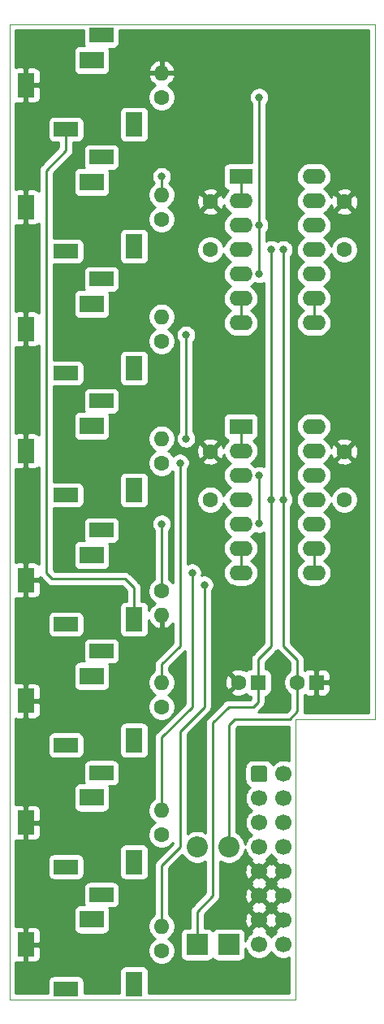
<source format=gbr>
G04 #@! TF.GenerationSoftware,KiCad,Pcbnew,(5.1.10)-1*
G04 #@! TF.CreationDate,2021-09-02T21:11:48+02:00*
G04 #@! TF.ProjectId,Buffered Multiple Main,42756666-6572-4656-9420-4d756c746970,rev?*
G04 #@! TF.SameCoordinates,Original*
G04 #@! TF.FileFunction,Copper,L1,Top*
G04 #@! TF.FilePolarity,Positive*
%FSLAX46Y46*%
G04 Gerber Fmt 4.6, Leading zero omitted, Abs format (unit mm)*
G04 Created by KiCad (PCBNEW (5.1.10)-1) date 2021-09-02 21:11:48*
%MOMM*%
%LPD*%
G01*
G04 APERTURE LIST*
G04 #@! TA.AperFunction,Profile*
%ADD10C,0.050000*%
G04 #@! TD*
G04 #@! TA.AperFunction,ComponentPad*
%ADD11O,1.600000X1.600000*%
G04 #@! TD*
G04 #@! TA.AperFunction,ComponentPad*
%ADD12C,1.600000*%
G04 #@! TD*
G04 #@! TA.AperFunction,ComponentPad*
%ADD13O,2.400000X1.600000*%
G04 #@! TD*
G04 #@! TA.AperFunction,ComponentPad*
%ADD14R,2.400000X1.600000*%
G04 #@! TD*
G04 #@! TA.AperFunction,ComponentPad*
%ADD15O,2.200000X2.200000*%
G04 #@! TD*
G04 #@! TA.AperFunction,ComponentPad*
%ADD16R,2.200000X2.200000*%
G04 #@! TD*
G04 #@! TA.AperFunction,ComponentPad*
%ADD17R,2.500000X1.500000*%
G04 #@! TD*
G04 #@! TA.AperFunction,ComponentPad*
%ADD18R,1.800000X2.500000*%
G04 #@! TD*
G04 #@! TA.AperFunction,ComponentPad*
%ADD19R,2.500000X1.800000*%
G04 #@! TD*
G04 #@! TA.AperFunction,ComponentPad*
%ADD20C,1.700000*%
G04 #@! TD*
G04 #@! TA.AperFunction,ComponentPad*
%ADD21R,1.600000X1.600000*%
G04 #@! TD*
G04 #@! TA.AperFunction,ViaPad*
%ADD22C,0.800000*%
G04 #@! TD*
G04 #@! TA.AperFunction,Conductor*
%ADD23C,0.250000*%
G04 #@! TD*
G04 #@! TA.AperFunction,Conductor*
%ADD24C,0.254000*%
G04 #@! TD*
G04 #@! TA.AperFunction,Conductor*
%ADD25C,0.100000*%
G04 #@! TD*
G04 APERTURE END LIST*
D10*
X29845000Y-72390000D02*
X29845000Y-101600000D01*
X38100000Y-72390000D02*
X29845000Y-72390000D01*
X0Y-101600000D02*
X0Y0D01*
X29845000Y-101600000D02*
X0Y-101600000D01*
X38100000Y0D02*
X38100000Y-72390000D01*
X0Y0D02*
X38100000Y0D01*
D11*
X15875000Y-93980000D03*
D12*
X15875000Y-96520000D03*
D11*
X15875000Y-43180000D03*
D12*
X15875000Y-45720000D03*
D11*
X15875000Y-61595000D03*
D12*
X15875000Y-59055000D03*
D11*
X15875000Y-81915000D03*
D12*
X15875000Y-84455000D03*
D11*
X15875000Y-68580000D03*
D12*
X15875000Y-71120000D03*
D11*
X15875000Y-30480000D03*
D12*
X15875000Y-33020000D03*
D11*
X15875000Y-17780000D03*
D12*
X15875000Y-20320000D03*
D11*
X15875000Y-5080000D03*
D12*
X15875000Y-7620000D03*
D13*
X31750000Y-41910000D03*
X24130000Y-57150000D03*
X31750000Y-44450000D03*
X24130000Y-54610000D03*
X31750000Y-46990000D03*
X24130000Y-52070000D03*
X31750000Y-49530000D03*
X24130000Y-49530000D03*
X31750000Y-52070000D03*
X24130000Y-46990000D03*
X31750000Y-54610000D03*
X24130000Y-44450000D03*
X31750000Y-57150000D03*
D14*
X24130000Y-41910000D03*
D15*
X22860000Y-85725000D03*
D16*
X22860000Y-95885000D03*
D15*
X19558000Y-85725000D03*
D16*
X19558000Y-95885000D03*
D12*
X34925000Y-49530000D03*
X34925000Y-44530000D03*
X20955000Y-44530000D03*
X20955000Y-49530000D03*
D17*
X5900000Y-100485000D03*
X9600000Y-90685000D03*
D18*
X13000000Y-99985000D03*
D19*
X8600000Y-93285000D03*
D18*
X1700000Y-95885000D03*
D17*
X5900000Y-49050000D03*
X9600000Y-39250000D03*
D18*
X13000000Y-48550000D03*
D19*
X8600000Y-41850000D03*
D18*
X1700000Y-44450000D03*
D17*
X5900000Y-62512000D03*
X9600000Y-52712000D03*
D18*
X13000000Y-62012000D03*
D19*
X8600000Y-55312000D03*
D18*
X1700000Y-57912000D03*
D17*
X5900000Y-87785000D03*
X9600000Y-77985000D03*
D18*
X13000000Y-87285000D03*
D19*
X8600000Y-80585000D03*
D18*
X1700000Y-83185000D03*
D17*
X5900000Y-75100000D03*
X9600000Y-65300000D03*
D18*
X13000000Y-74600000D03*
D19*
X8600000Y-67900000D03*
D18*
X1700000Y-70500000D03*
D17*
X5900000Y-36350000D03*
X9600000Y-26550000D03*
D18*
X13000000Y-35850000D03*
D19*
X8600000Y-29150000D03*
D18*
X1700000Y-31750000D03*
D17*
X5900000Y-23650000D03*
X9600000Y-13850000D03*
D18*
X13000000Y-23150000D03*
D19*
X8600000Y-16450000D03*
D18*
X1700000Y-19050000D03*
D17*
X5900000Y-10950000D03*
X9600000Y-1150000D03*
D18*
X13000000Y-10450000D03*
D19*
X8600000Y-3750000D03*
D18*
X1700000Y-6350000D03*
D13*
X31750000Y-15875000D03*
X24130000Y-31115000D03*
X31750000Y-18415000D03*
X24130000Y-28575000D03*
X31750000Y-20955000D03*
X24130000Y-26035000D03*
X31750000Y-23495000D03*
X24130000Y-23495000D03*
X31750000Y-26035000D03*
X24130000Y-20955000D03*
X31750000Y-28575000D03*
X24130000Y-18415000D03*
X31750000Y-31115000D03*
D14*
X24130000Y-15875000D03*
D20*
X28575000Y-95885000D03*
X28575000Y-93345000D03*
X28575000Y-90805000D03*
X28575000Y-88265000D03*
X28575000Y-85725000D03*
X28575000Y-83185000D03*
X28575000Y-80645000D03*
X28575000Y-78105000D03*
X26035000Y-95885000D03*
X26035000Y-93345000D03*
X26035000Y-90805000D03*
X26035000Y-88265000D03*
X26035000Y-85725000D03*
X26035000Y-83185000D03*
X26035000Y-80645000D03*
G04 #@! TA.AperFunction,ComponentPad*
G36*
G01*
X25185000Y-78705000D02*
X25185000Y-77505000D01*
G75*
G02*
X25435000Y-77255000I250000J0D01*
G01*
X26635000Y-77255000D01*
G75*
G02*
X26885000Y-77505000I0J-250000D01*
G01*
X26885000Y-78705000D01*
G75*
G02*
X26635000Y-78955000I-250000J0D01*
G01*
X25435000Y-78955000D01*
G75*
G02*
X25185000Y-78705000I0J250000D01*
G01*
G37*
G04 #@! TD.AperFunction*
D12*
X34925000Y-23495000D03*
X34925000Y-18495000D03*
X20955000Y-18495000D03*
X20955000Y-23495000D03*
X30004000Y-68580000D03*
D21*
X32004000Y-68580000D03*
D12*
X23908000Y-68580000D03*
D21*
X25908000Y-68580000D03*
D22*
X26670000Y-74295000D03*
X27940000Y-71120000D03*
X27305000Y-23495000D03*
X27305000Y-49530000D03*
X28575000Y-23495000D03*
X28575000Y-49530000D03*
X26035000Y-26035000D03*
X26035000Y-20955000D03*
X26035000Y-7620000D03*
X15875000Y-15875000D03*
X17780000Y-45720000D03*
X19050000Y-57150000D03*
X26055000Y-52050000D03*
X26055000Y-47010000D03*
X15875000Y-52070000D03*
X18415000Y-32385000D03*
X18415000Y-43180000D03*
X20320000Y-58420000D03*
D23*
X19558000Y-95885000D02*
X19558000Y-92456000D01*
X19558000Y-92456000D02*
X21209000Y-90805000D01*
X25908000Y-68580000D02*
X25908000Y-66167000D01*
X25908000Y-66167000D02*
X27305000Y-64770000D01*
X27305000Y-64770000D02*
X27305000Y-46355000D01*
X27305000Y-23495000D02*
X27305000Y-23495000D01*
X27305000Y-46355000D02*
X27305000Y-23495000D01*
X21209000Y-90805000D02*
X21209000Y-82931000D01*
X21209000Y-82931000D02*
X21209000Y-82804000D01*
X25908000Y-70612000D02*
X25908000Y-68580000D01*
X25400000Y-71120000D02*
X25908000Y-70612000D01*
X22860000Y-71120000D02*
X25400000Y-71120000D01*
X21209000Y-72771000D02*
X22860000Y-71120000D01*
X21209000Y-82931000D02*
X21209000Y-72771000D01*
X30004000Y-68580000D02*
X30004000Y-66199000D01*
X30004000Y-66199000D02*
X28575000Y-64770000D01*
X28575000Y-64770000D02*
X28575000Y-46355000D01*
X28575000Y-23495000D02*
X28575000Y-23495000D01*
X28575000Y-46355000D02*
X28575000Y-23495000D01*
X30004000Y-71596000D02*
X30004000Y-68580000D01*
X29210000Y-72390000D02*
X30004000Y-71596000D01*
X23495000Y-72390000D02*
X29210000Y-72390000D01*
X22860000Y-73025000D02*
X23495000Y-72390000D01*
X22860000Y-85725000D02*
X22860000Y-73025000D01*
X13345000Y-62865000D02*
X13000000Y-62520000D01*
X26035000Y-26035000D02*
X26035000Y-20955000D01*
X26035000Y-20955000D02*
X26035000Y-20955000D01*
X26035000Y-20955000D02*
X26035000Y-7620000D01*
X26035000Y-7620000D02*
X26035000Y-7620000D01*
X13000000Y-58720000D02*
X13000000Y-62012000D01*
X12065000Y-57785000D02*
X13000000Y-58720000D01*
X4445000Y-57785000D02*
X12065000Y-57785000D01*
X3810000Y-57150000D02*
X4445000Y-57785000D01*
X3810000Y-15240000D02*
X3810000Y-57150000D01*
X5900000Y-13150000D02*
X3810000Y-15240000D01*
X5900000Y-10950000D02*
X5900000Y-13150000D01*
X24130000Y-15875000D02*
X24130000Y-18415000D01*
X15875000Y-15875000D02*
X15875000Y-17780000D01*
X24130000Y-28575000D02*
X24130000Y-31115000D01*
X24130000Y-41890000D02*
X24130000Y-44430000D01*
X15875000Y-68580000D02*
X15875000Y-66675000D01*
X15875000Y-66675000D02*
X17780000Y-64770000D01*
X17780000Y-64770000D02*
X17780000Y-45720000D01*
X17780000Y-45720000D02*
X17780000Y-45720000D01*
X24130000Y-54590000D02*
X24130000Y-57130000D01*
X15875000Y-79375000D02*
X15875000Y-81915000D01*
X15875000Y-74295000D02*
X15875000Y-79375000D01*
X19050000Y-71120000D02*
X15875000Y-74295000D01*
X19050000Y-57150000D02*
X19050000Y-71120000D01*
X26055000Y-52050000D02*
X26055000Y-47010000D01*
X26055000Y-47010000D02*
X26055000Y-47010000D01*
X15875000Y-59055000D02*
X15875000Y-52070000D01*
X15875000Y-52070000D02*
X15875000Y-52070000D01*
X31750000Y-28575000D02*
X31750000Y-31115000D01*
X18415000Y-32385000D02*
X18415000Y-43180000D01*
X18415000Y-43180000D02*
X18415000Y-43180000D01*
X31750000Y-54590000D02*
X31750000Y-57130000D01*
X20320000Y-66675000D02*
X20320000Y-58420000D01*
X20320000Y-71120000D02*
X20320000Y-66675000D01*
X17780000Y-73660000D02*
X20320000Y-71120000D01*
X17780000Y-85725000D02*
X17780000Y-73660000D01*
X15875000Y-87630000D02*
X17780000Y-85725000D01*
X15875000Y-93980000D02*
X15875000Y-87630000D01*
D24*
X7711928Y-1900000D02*
X7724188Y-2024482D01*
X7760498Y-2144180D01*
X7796711Y-2211928D01*
X7350000Y-2211928D01*
X7225518Y-2224188D01*
X7105820Y-2260498D01*
X6995506Y-2319463D01*
X6898815Y-2398815D01*
X6819463Y-2495506D01*
X6760498Y-2605820D01*
X6724188Y-2725518D01*
X6711928Y-2850000D01*
X6711928Y-4650000D01*
X6724188Y-4774482D01*
X6760498Y-4894180D01*
X6819463Y-5004494D01*
X6898815Y-5101185D01*
X6995506Y-5180537D01*
X7105820Y-5239502D01*
X7225518Y-5275812D01*
X7350000Y-5288072D01*
X9850000Y-5288072D01*
X9974482Y-5275812D01*
X10094180Y-5239502D01*
X10204494Y-5180537D01*
X10301185Y-5101185D01*
X10380537Y-5004494D01*
X10439502Y-4894180D01*
X10475812Y-4774482D01*
X10480098Y-4730960D01*
X14483091Y-4730960D01*
X14604376Y-4953000D01*
X15748000Y-4953000D01*
X15748000Y-3810085D01*
X16002000Y-3810085D01*
X16002000Y-4953000D01*
X17145624Y-4953000D01*
X17266909Y-4730960D01*
X17172070Y-4466119D01*
X17027385Y-4224869D01*
X16838414Y-4016481D01*
X16612420Y-3848963D01*
X16358087Y-3728754D01*
X16224039Y-3688096D01*
X16002000Y-3810085D01*
X15748000Y-3810085D01*
X15525961Y-3688096D01*
X15391913Y-3728754D01*
X15137580Y-3848963D01*
X14911586Y-4016481D01*
X14722615Y-4224869D01*
X14577930Y-4466119D01*
X14483091Y-4730960D01*
X10480098Y-4730960D01*
X10488072Y-4650000D01*
X10488072Y-2850000D01*
X10475812Y-2725518D01*
X10439502Y-2605820D01*
X10403289Y-2538072D01*
X10850000Y-2538072D01*
X10974482Y-2525812D01*
X11094180Y-2489502D01*
X11204494Y-2430537D01*
X11301185Y-2351185D01*
X11380537Y-2254494D01*
X11439502Y-2144180D01*
X11475812Y-2024482D01*
X11488072Y-1900000D01*
X11488072Y-660000D01*
X37440000Y-660000D01*
X37440001Y-71730000D01*
X30754479Y-71730000D01*
X30764000Y-71633333D01*
X30764000Y-71633332D01*
X30767677Y-71596000D01*
X30764000Y-71558667D01*
X30764000Y-69840364D01*
X30849506Y-69910537D01*
X30959820Y-69969502D01*
X31079518Y-70005812D01*
X31204000Y-70018072D01*
X31718250Y-70015000D01*
X31877000Y-69856250D01*
X31877000Y-68707000D01*
X32131000Y-68707000D01*
X32131000Y-69856250D01*
X32289750Y-70015000D01*
X32804000Y-70018072D01*
X32928482Y-70005812D01*
X33048180Y-69969502D01*
X33158494Y-69910537D01*
X33255185Y-69831185D01*
X33334537Y-69734494D01*
X33393502Y-69624180D01*
X33429812Y-69504482D01*
X33442072Y-69380000D01*
X33439000Y-68865750D01*
X33280250Y-68707000D01*
X32131000Y-68707000D01*
X31877000Y-68707000D01*
X31857000Y-68707000D01*
X31857000Y-68453000D01*
X31877000Y-68453000D01*
X31877000Y-67303750D01*
X32131000Y-67303750D01*
X32131000Y-68453000D01*
X33280250Y-68453000D01*
X33439000Y-68294250D01*
X33442072Y-67780000D01*
X33429812Y-67655518D01*
X33393502Y-67535820D01*
X33334537Y-67425506D01*
X33255185Y-67328815D01*
X33158494Y-67249463D01*
X33048180Y-67190498D01*
X32928482Y-67154188D01*
X32804000Y-67141928D01*
X32289750Y-67145000D01*
X32131000Y-67303750D01*
X31877000Y-67303750D01*
X31718250Y-67145000D01*
X31204000Y-67141928D01*
X31079518Y-67154188D01*
X30959820Y-67190498D01*
X30849506Y-67249463D01*
X30764000Y-67319636D01*
X30764000Y-66236322D01*
X30767676Y-66198999D01*
X30764000Y-66161676D01*
X30764000Y-66161667D01*
X30753003Y-66050014D01*
X30709546Y-65906753D01*
X30638974Y-65774724D01*
X30544001Y-65658999D01*
X30515003Y-65635201D01*
X29335000Y-64455199D01*
X29335000Y-50233711D01*
X29378937Y-50189774D01*
X29492205Y-50020256D01*
X29570226Y-49831898D01*
X29610000Y-49631939D01*
X29610000Y-49428061D01*
X29570226Y-49228102D01*
X29492205Y-49039744D01*
X29378937Y-48870226D01*
X29335000Y-48826289D01*
X29335000Y-41910000D01*
X29908057Y-41910000D01*
X29935764Y-42191309D01*
X30017818Y-42461808D01*
X30151068Y-42711101D01*
X30330392Y-42929608D01*
X30548899Y-43108932D01*
X30681858Y-43180000D01*
X30548899Y-43251068D01*
X30330392Y-43430392D01*
X30151068Y-43648899D01*
X30017818Y-43898192D01*
X29935764Y-44168691D01*
X29908057Y-44450000D01*
X29935764Y-44731309D01*
X30017818Y-45001808D01*
X30151068Y-45251101D01*
X30330392Y-45469608D01*
X30548899Y-45648932D01*
X30681858Y-45720000D01*
X30548899Y-45791068D01*
X30330392Y-45970392D01*
X30151068Y-46188899D01*
X30017818Y-46438192D01*
X29935764Y-46708691D01*
X29908057Y-46990000D01*
X29935764Y-47271309D01*
X30017818Y-47541808D01*
X30151068Y-47791101D01*
X30330392Y-48009608D01*
X30548899Y-48188932D01*
X30681858Y-48260000D01*
X30548899Y-48331068D01*
X30330392Y-48510392D01*
X30151068Y-48728899D01*
X30017818Y-48978192D01*
X29935764Y-49248691D01*
X29908057Y-49530000D01*
X29935764Y-49811309D01*
X30017818Y-50081808D01*
X30151068Y-50331101D01*
X30330392Y-50549608D01*
X30548899Y-50728932D01*
X30681858Y-50800000D01*
X30548899Y-50871068D01*
X30330392Y-51050392D01*
X30151068Y-51268899D01*
X30017818Y-51518192D01*
X29935764Y-51788691D01*
X29908057Y-52070000D01*
X29935764Y-52351309D01*
X30017818Y-52621808D01*
X30151068Y-52871101D01*
X30330392Y-53089608D01*
X30548899Y-53268932D01*
X30681858Y-53340000D01*
X30548899Y-53411068D01*
X30330392Y-53590392D01*
X30151068Y-53808899D01*
X30017818Y-54058192D01*
X29935764Y-54328691D01*
X29908057Y-54610000D01*
X29935764Y-54891309D01*
X30017818Y-55161808D01*
X30151068Y-55411101D01*
X30330392Y-55629608D01*
X30548899Y-55808932D01*
X30681858Y-55880000D01*
X30548899Y-55951068D01*
X30330392Y-56130392D01*
X30151068Y-56348899D01*
X30017818Y-56598192D01*
X29935764Y-56868691D01*
X29908057Y-57150000D01*
X29935764Y-57431309D01*
X30017818Y-57701808D01*
X30151068Y-57951101D01*
X30330392Y-58169608D01*
X30548899Y-58348932D01*
X30798192Y-58482182D01*
X31068691Y-58564236D01*
X31279508Y-58585000D01*
X32220492Y-58585000D01*
X32431309Y-58564236D01*
X32701808Y-58482182D01*
X32951101Y-58348932D01*
X33169608Y-58169608D01*
X33348932Y-57951101D01*
X33482182Y-57701808D01*
X33564236Y-57431309D01*
X33591943Y-57150000D01*
X33564236Y-56868691D01*
X33482182Y-56598192D01*
X33348932Y-56348899D01*
X33169608Y-56130392D01*
X32951101Y-55951068D01*
X32818142Y-55880000D01*
X32951101Y-55808932D01*
X33169608Y-55629608D01*
X33348932Y-55411101D01*
X33482182Y-55161808D01*
X33564236Y-54891309D01*
X33591943Y-54610000D01*
X33564236Y-54328691D01*
X33482182Y-54058192D01*
X33348932Y-53808899D01*
X33169608Y-53590392D01*
X32951101Y-53411068D01*
X32818142Y-53340000D01*
X32951101Y-53268932D01*
X33169608Y-53089608D01*
X33348932Y-52871101D01*
X33482182Y-52621808D01*
X33564236Y-52351309D01*
X33591943Y-52070000D01*
X33564236Y-51788691D01*
X33482182Y-51518192D01*
X33348932Y-51268899D01*
X33169608Y-51050392D01*
X32951101Y-50871068D01*
X32818142Y-50800000D01*
X32951101Y-50728932D01*
X33169608Y-50549608D01*
X33348932Y-50331101D01*
X33482182Y-50081808D01*
X33536217Y-49903678D01*
X33545147Y-49948574D01*
X33653320Y-50209727D01*
X33810363Y-50444759D01*
X34010241Y-50644637D01*
X34245273Y-50801680D01*
X34506426Y-50909853D01*
X34783665Y-50965000D01*
X35066335Y-50965000D01*
X35343574Y-50909853D01*
X35604727Y-50801680D01*
X35839759Y-50644637D01*
X36039637Y-50444759D01*
X36196680Y-50209727D01*
X36304853Y-49948574D01*
X36360000Y-49671335D01*
X36360000Y-49388665D01*
X36304853Y-49111426D01*
X36196680Y-48850273D01*
X36039637Y-48615241D01*
X35839759Y-48415363D01*
X35604727Y-48258320D01*
X35343574Y-48150147D01*
X35066335Y-48095000D01*
X34783665Y-48095000D01*
X34506426Y-48150147D01*
X34245273Y-48258320D01*
X34010241Y-48415363D01*
X33810363Y-48615241D01*
X33653320Y-48850273D01*
X33545147Y-49111426D01*
X33536217Y-49156322D01*
X33482182Y-48978192D01*
X33348932Y-48728899D01*
X33169608Y-48510392D01*
X32951101Y-48331068D01*
X32818142Y-48260000D01*
X32951101Y-48188932D01*
X33169608Y-48009608D01*
X33348932Y-47791101D01*
X33482182Y-47541808D01*
X33564236Y-47271309D01*
X33591943Y-46990000D01*
X33564236Y-46708691D01*
X33482182Y-46438192D01*
X33348932Y-46188899D01*
X33169608Y-45970392D01*
X32951101Y-45791068D01*
X32818142Y-45720000D01*
X32951101Y-45648932D01*
X33104912Y-45522702D01*
X34111903Y-45522702D01*
X34183486Y-45766671D01*
X34438996Y-45887571D01*
X34713184Y-45956300D01*
X34995512Y-45970217D01*
X35275130Y-45928787D01*
X35541292Y-45833603D01*
X35666514Y-45766671D01*
X35738097Y-45522702D01*
X34925000Y-44709605D01*
X34111903Y-45522702D01*
X33104912Y-45522702D01*
X33169608Y-45469608D01*
X33348932Y-45251101D01*
X33482182Y-45001808D01*
X33523876Y-44864359D01*
X33526213Y-44880130D01*
X33621397Y-45146292D01*
X33688329Y-45271514D01*
X33932298Y-45343097D01*
X34745395Y-44530000D01*
X35104605Y-44530000D01*
X35917702Y-45343097D01*
X36161671Y-45271514D01*
X36282571Y-45016004D01*
X36351300Y-44741816D01*
X36365217Y-44459488D01*
X36323787Y-44179870D01*
X36228603Y-43913708D01*
X36161671Y-43788486D01*
X35917702Y-43716903D01*
X35104605Y-44530000D01*
X34745395Y-44530000D01*
X33932298Y-43716903D01*
X33688329Y-43788486D01*
X33567429Y-44043996D01*
X33548870Y-44118035D01*
X33482182Y-43898192D01*
X33348932Y-43648899D01*
X33257344Y-43537298D01*
X34111903Y-43537298D01*
X34925000Y-44350395D01*
X35738097Y-43537298D01*
X35666514Y-43293329D01*
X35411004Y-43172429D01*
X35136816Y-43103700D01*
X34854488Y-43089783D01*
X34574870Y-43131213D01*
X34308708Y-43226397D01*
X34183486Y-43293329D01*
X34111903Y-43537298D01*
X33257344Y-43537298D01*
X33169608Y-43430392D01*
X32951101Y-43251068D01*
X32818142Y-43180000D01*
X32951101Y-43108932D01*
X33169608Y-42929608D01*
X33348932Y-42711101D01*
X33482182Y-42461808D01*
X33564236Y-42191309D01*
X33591943Y-41910000D01*
X33564236Y-41628691D01*
X33482182Y-41358192D01*
X33348932Y-41108899D01*
X33169608Y-40890392D01*
X32951101Y-40711068D01*
X32701808Y-40577818D01*
X32431309Y-40495764D01*
X32220492Y-40475000D01*
X31279508Y-40475000D01*
X31068691Y-40495764D01*
X30798192Y-40577818D01*
X30548899Y-40711068D01*
X30330392Y-40890392D01*
X30151068Y-41108899D01*
X30017818Y-41358192D01*
X29935764Y-41628691D01*
X29908057Y-41910000D01*
X29335000Y-41910000D01*
X29335000Y-24198711D01*
X29378937Y-24154774D01*
X29492205Y-23985256D01*
X29570226Y-23796898D01*
X29610000Y-23596939D01*
X29610000Y-23393061D01*
X29570226Y-23193102D01*
X29492205Y-23004744D01*
X29378937Y-22835226D01*
X29234774Y-22691063D01*
X29065256Y-22577795D01*
X28876898Y-22499774D01*
X28676939Y-22460000D01*
X28473061Y-22460000D01*
X28273102Y-22499774D01*
X28084744Y-22577795D01*
X27940000Y-22674510D01*
X27795256Y-22577795D01*
X27606898Y-22499774D01*
X27406939Y-22460000D01*
X27203061Y-22460000D01*
X27003102Y-22499774D01*
X26814744Y-22577795D01*
X26795000Y-22590987D01*
X26795000Y-21658711D01*
X26838937Y-21614774D01*
X26952205Y-21445256D01*
X27030226Y-21256898D01*
X27070000Y-21056939D01*
X27070000Y-20853061D01*
X27030226Y-20653102D01*
X26952205Y-20464744D01*
X26838937Y-20295226D01*
X26795000Y-20251289D01*
X26795000Y-15875000D01*
X29908057Y-15875000D01*
X29935764Y-16156309D01*
X30017818Y-16426808D01*
X30151068Y-16676101D01*
X30330392Y-16894608D01*
X30548899Y-17073932D01*
X30681858Y-17145000D01*
X30548899Y-17216068D01*
X30330392Y-17395392D01*
X30151068Y-17613899D01*
X30017818Y-17863192D01*
X29935764Y-18133691D01*
X29908057Y-18415000D01*
X29935764Y-18696309D01*
X30017818Y-18966808D01*
X30151068Y-19216101D01*
X30330392Y-19434608D01*
X30548899Y-19613932D01*
X30681858Y-19685000D01*
X30548899Y-19756068D01*
X30330392Y-19935392D01*
X30151068Y-20153899D01*
X30017818Y-20403192D01*
X29935764Y-20673691D01*
X29908057Y-20955000D01*
X29935764Y-21236309D01*
X30017818Y-21506808D01*
X30151068Y-21756101D01*
X30330392Y-21974608D01*
X30548899Y-22153932D01*
X30681858Y-22225000D01*
X30548899Y-22296068D01*
X30330392Y-22475392D01*
X30151068Y-22693899D01*
X30017818Y-22943192D01*
X29935764Y-23213691D01*
X29908057Y-23495000D01*
X29935764Y-23776309D01*
X30017818Y-24046808D01*
X30151068Y-24296101D01*
X30330392Y-24514608D01*
X30548899Y-24693932D01*
X30681858Y-24765000D01*
X30548899Y-24836068D01*
X30330392Y-25015392D01*
X30151068Y-25233899D01*
X30017818Y-25483192D01*
X29935764Y-25753691D01*
X29908057Y-26035000D01*
X29935764Y-26316309D01*
X30017818Y-26586808D01*
X30151068Y-26836101D01*
X30330392Y-27054608D01*
X30548899Y-27233932D01*
X30681858Y-27305000D01*
X30548899Y-27376068D01*
X30330392Y-27555392D01*
X30151068Y-27773899D01*
X30017818Y-28023192D01*
X29935764Y-28293691D01*
X29908057Y-28575000D01*
X29935764Y-28856309D01*
X30017818Y-29126808D01*
X30151068Y-29376101D01*
X30330392Y-29594608D01*
X30548899Y-29773932D01*
X30681858Y-29845000D01*
X30548899Y-29916068D01*
X30330392Y-30095392D01*
X30151068Y-30313899D01*
X30017818Y-30563192D01*
X29935764Y-30833691D01*
X29908057Y-31115000D01*
X29935764Y-31396309D01*
X30017818Y-31666808D01*
X30151068Y-31916101D01*
X30330392Y-32134608D01*
X30548899Y-32313932D01*
X30798192Y-32447182D01*
X31068691Y-32529236D01*
X31279508Y-32550000D01*
X32220492Y-32550000D01*
X32431309Y-32529236D01*
X32701808Y-32447182D01*
X32951101Y-32313932D01*
X33169608Y-32134608D01*
X33348932Y-31916101D01*
X33482182Y-31666808D01*
X33564236Y-31396309D01*
X33591943Y-31115000D01*
X33564236Y-30833691D01*
X33482182Y-30563192D01*
X33348932Y-30313899D01*
X33169608Y-30095392D01*
X32951101Y-29916068D01*
X32818142Y-29845000D01*
X32951101Y-29773932D01*
X33169608Y-29594608D01*
X33348932Y-29376101D01*
X33482182Y-29126808D01*
X33564236Y-28856309D01*
X33591943Y-28575000D01*
X33564236Y-28293691D01*
X33482182Y-28023192D01*
X33348932Y-27773899D01*
X33169608Y-27555392D01*
X32951101Y-27376068D01*
X32818142Y-27305000D01*
X32951101Y-27233932D01*
X33169608Y-27054608D01*
X33348932Y-26836101D01*
X33482182Y-26586808D01*
X33564236Y-26316309D01*
X33591943Y-26035000D01*
X33564236Y-25753691D01*
X33482182Y-25483192D01*
X33348932Y-25233899D01*
X33169608Y-25015392D01*
X32951101Y-24836068D01*
X32818142Y-24765000D01*
X32951101Y-24693932D01*
X33169608Y-24514608D01*
X33348932Y-24296101D01*
X33482182Y-24046808D01*
X33536217Y-23868678D01*
X33545147Y-23913574D01*
X33653320Y-24174727D01*
X33810363Y-24409759D01*
X34010241Y-24609637D01*
X34245273Y-24766680D01*
X34506426Y-24874853D01*
X34783665Y-24930000D01*
X35066335Y-24930000D01*
X35343574Y-24874853D01*
X35604727Y-24766680D01*
X35839759Y-24609637D01*
X36039637Y-24409759D01*
X36196680Y-24174727D01*
X36304853Y-23913574D01*
X36360000Y-23636335D01*
X36360000Y-23353665D01*
X36304853Y-23076426D01*
X36196680Y-22815273D01*
X36039637Y-22580241D01*
X35839759Y-22380363D01*
X35604727Y-22223320D01*
X35343574Y-22115147D01*
X35066335Y-22060000D01*
X34783665Y-22060000D01*
X34506426Y-22115147D01*
X34245273Y-22223320D01*
X34010241Y-22380363D01*
X33810363Y-22580241D01*
X33653320Y-22815273D01*
X33545147Y-23076426D01*
X33536217Y-23121322D01*
X33482182Y-22943192D01*
X33348932Y-22693899D01*
X33169608Y-22475392D01*
X32951101Y-22296068D01*
X32818142Y-22225000D01*
X32951101Y-22153932D01*
X33169608Y-21974608D01*
X33348932Y-21756101D01*
X33482182Y-21506808D01*
X33564236Y-21236309D01*
X33591943Y-20955000D01*
X33564236Y-20673691D01*
X33482182Y-20403192D01*
X33348932Y-20153899D01*
X33169608Y-19935392D01*
X32951101Y-19756068D01*
X32818142Y-19685000D01*
X32951101Y-19613932D01*
X33104912Y-19487702D01*
X34111903Y-19487702D01*
X34183486Y-19731671D01*
X34438996Y-19852571D01*
X34713184Y-19921300D01*
X34995512Y-19935217D01*
X35275130Y-19893787D01*
X35541292Y-19798603D01*
X35666514Y-19731671D01*
X35738097Y-19487702D01*
X34925000Y-18674605D01*
X34111903Y-19487702D01*
X33104912Y-19487702D01*
X33169608Y-19434608D01*
X33348932Y-19216101D01*
X33482182Y-18966808D01*
X33523876Y-18829359D01*
X33526213Y-18845130D01*
X33621397Y-19111292D01*
X33688329Y-19236514D01*
X33932298Y-19308097D01*
X34745395Y-18495000D01*
X35104605Y-18495000D01*
X35917702Y-19308097D01*
X36161671Y-19236514D01*
X36282571Y-18981004D01*
X36351300Y-18706816D01*
X36365217Y-18424488D01*
X36323787Y-18144870D01*
X36228603Y-17878708D01*
X36161671Y-17753486D01*
X35917702Y-17681903D01*
X35104605Y-18495000D01*
X34745395Y-18495000D01*
X33932298Y-17681903D01*
X33688329Y-17753486D01*
X33567429Y-18008996D01*
X33548870Y-18083035D01*
X33482182Y-17863192D01*
X33348932Y-17613899D01*
X33257344Y-17502298D01*
X34111903Y-17502298D01*
X34925000Y-18315395D01*
X35738097Y-17502298D01*
X35666514Y-17258329D01*
X35411004Y-17137429D01*
X35136816Y-17068700D01*
X34854488Y-17054783D01*
X34574870Y-17096213D01*
X34308708Y-17191397D01*
X34183486Y-17258329D01*
X34111903Y-17502298D01*
X33257344Y-17502298D01*
X33169608Y-17395392D01*
X32951101Y-17216068D01*
X32818142Y-17145000D01*
X32951101Y-17073932D01*
X33169608Y-16894608D01*
X33348932Y-16676101D01*
X33482182Y-16426808D01*
X33564236Y-16156309D01*
X33591943Y-15875000D01*
X33564236Y-15593691D01*
X33482182Y-15323192D01*
X33348932Y-15073899D01*
X33169608Y-14855392D01*
X32951101Y-14676068D01*
X32701808Y-14542818D01*
X32431309Y-14460764D01*
X32220492Y-14440000D01*
X31279508Y-14440000D01*
X31068691Y-14460764D01*
X30798192Y-14542818D01*
X30548899Y-14676068D01*
X30330392Y-14855392D01*
X30151068Y-15073899D01*
X30017818Y-15323192D01*
X29935764Y-15593691D01*
X29908057Y-15875000D01*
X26795000Y-15875000D01*
X26795000Y-8323711D01*
X26838937Y-8279774D01*
X26952205Y-8110256D01*
X27030226Y-7921898D01*
X27070000Y-7721939D01*
X27070000Y-7518061D01*
X27030226Y-7318102D01*
X26952205Y-7129744D01*
X26838937Y-6960226D01*
X26694774Y-6816063D01*
X26525256Y-6702795D01*
X26336898Y-6624774D01*
X26136939Y-6585000D01*
X25933061Y-6585000D01*
X25733102Y-6624774D01*
X25544744Y-6702795D01*
X25375226Y-6816063D01*
X25231063Y-6960226D01*
X25117795Y-7129744D01*
X25039774Y-7318102D01*
X25000000Y-7518061D01*
X25000000Y-7721939D01*
X25039774Y-7921898D01*
X25117795Y-8110256D01*
X25231063Y-8279774D01*
X25275001Y-8323712D01*
X25275000Y-14436928D01*
X22930000Y-14436928D01*
X22805518Y-14449188D01*
X22685820Y-14485498D01*
X22575506Y-14544463D01*
X22478815Y-14623815D01*
X22399463Y-14720506D01*
X22340498Y-14830820D01*
X22304188Y-14950518D01*
X22291928Y-15075000D01*
X22291928Y-16675000D01*
X22304188Y-16799482D01*
X22340498Y-16919180D01*
X22399463Y-17029494D01*
X22478815Y-17126185D01*
X22575506Y-17205537D01*
X22685820Y-17264502D01*
X22805518Y-17300812D01*
X22823482Y-17302581D01*
X22710392Y-17395392D01*
X22531068Y-17613899D01*
X22397818Y-17863192D01*
X22331380Y-18082213D01*
X22258603Y-17878708D01*
X22191671Y-17753486D01*
X21947702Y-17681903D01*
X21134605Y-18495000D01*
X21947702Y-19308097D01*
X22191671Y-19236514D01*
X22312571Y-18981004D01*
X22353090Y-18819358D01*
X22397818Y-18966808D01*
X22531068Y-19216101D01*
X22710392Y-19434608D01*
X22928899Y-19613932D01*
X23061858Y-19685000D01*
X22928899Y-19756068D01*
X22710392Y-19935392D01*
X22531068Y-20153899D01*
X22397818Y-20403192D01*
X22315764Y-20673691D01*
X22288057Y-20955000D01*
X22315764Y-21236309D01*
X22397818Y-21506808D01*
X22531068Y-21756101D01*
X22710392Y-21974608D01*
X22928899Y-22153932D01*
X23061858Y-22225000D01*
X22928899Y-22296068D01*
X22710392Y-22475392D01*
X22531068Y-22693899D01*
X22397818Y-22943192D01*
X22343783Y-23121322D01*
X22334853Y-23076426D01*
X22226680Y-22815273D01*
X22069637Y-22580241D01*
X21869759Y-22380363D01*
X21634727Y-22223320D01*
X21373574Y-22115147D01*
X21096335Y-22060000D01*
X20813665Y-22060000D01*
X20536426Y-22115147D01*
X20275273Y-22223320D01*
X20040241Y-22380363D01*
X19840363Y-22580241D01*
X19683320Y-22815273D01*
X19575147Y-23076426D01*
X19520000Y-23353665D01*
X19520000Y-23636335D01*
X19575147Y-23913574D01*
X19683320Y-24174727D01*
X19840363Y-24409759D01*
X20040241Y-24609637D01*
X20275273Y-24766680D01*
X20536426Y-24874853D01*
X20813665Y-24930000D01*
X21096335Y-24930000D01*
X21373574Y-24874853D01*
X21634727Y-24766680D01*
X21869759Y-24609637D01*
X22069637Y-24409759D01*
X22226680Y-24174727D01*
X22334853Y-23913574D01*
X22343783Y-23868678D01*
X22397818Y-24046808D01*
X22531068Y-24296101D01*
X22710392Y-24514608D01*
X22928899Y-24693932D01*
X23061858Y-24765000D01*
X22928899Y-24836068D01*
X22710392Y-25015392D01*
X22531068Y-25233899D01*
X22397818Y-25483192D01*
X22315764Y-25753691D01*
X22288057Y-26035000D01*
X22315764Y-26316309D01*
X22397818Y-26586808D01*
X22531068Y-26836101D01*
X22710392Y-27054608D01*
X22928899Y-27233932D01*
X23061858Y-27305000D01*
X22928899Y-27376068D01*
X22710392Y-27555392D01*
X22531068Y-27773899D01*
X22397818Y-28023192D01*
X22315764Y-28293691D01*
X22288057Y-28575000D01*
X22315764Y-28856309D01*
X22397818Y-29126808D01*
X22531068Y-29376101D01*
X22710392Y-29594608D01*
X22928899Y-29773932D01*
X23061858Y-29845000D01*
X22928899Y-29916068D01*
X22710392Y-30095392D01*
X22531068Y-30313899D01*
X22397818Y-30563192D01*
X22315764Y-30833691D01*
X22288057Y-31115000D01*
X22315764Y-31396309D01*
X22397818Y-31666808D01*
X22531068Y-31916101D01*
X22710392Y-32134608D01*
X22928899Y-32313932D01*
X23178192Y-32447182D01*
X23448691Y-32529236D01*
X23659508Y-32550000D01*
X24600492Y-32550000D01*
X24811309Y-32529236D01*
X25081808Y-32447182D01*
X25331101Y-32313932D01*
X25549608Y-32134608D01*
X25728932Y-31916101D01*
X25862182Y-31666808D01*
X25944236Y-31396309D01*
X25971943Y-31115000D01*
X25944236Y-30833691D01*
X25862182Y-30563192D01*
X25728932Y-30313899D01*
X25549608Y-30095392D01*
X25331101Y-29916068D01*
X25198142Y-29845000D01*
X25331101Y-29773932D01*
X25549608Y-29594608D01*
X25728932Y-29376101D01*
X25862182Y-29126808D01*
X25944236Y-28856309D01*
X25971943Y-28575000D01*
X25944236Y-28293691D01*
X25862182Y-28023192D01*
X25728932Y-27773899D01*
X25549608Y-27555392D01*
X25331101Y-27376068D01*
X25198142Y-27305000D01*
X25331101Y-27233932D01*
X25549608Y-27054608D01*
X25611093Y-26979688D01*
X25733102Y-27030226D01*
X25933061Y-27070000D01*
X26136939Y-27070000D01*
X26336898Y-27030226D01*
X26525256Y-26952205D01*
X26545001Y-26939012D01*
X26545000Y-46092689D01*
X26356898Y-46014774D01*
X26156939Y-45975000D01*
X25953061Y-45975000D01*
X25753102Y-46014774D01*
X25628417Y-46066421D01*
X25549608Y-45970392D01*
X25331101Y-45791068D01*
X25198142Y-45720000D01*
X25331101Y-45648932D01*
X25549608Y-45469608D01*
X25728932Y-45251101D01*
X25862182Y-45001808D01*
X25944236Y-44731309D01*
X25971943Y-44450000D01*
X25944236Y-44168691D01*
X25862182Y-43898192D01*
X25728932Y-43648899D01*
X25549608Y-43430392D01*
X25436518Y-43337581D01*
X25454482Y-43335812D01*
X25574180Y-43299502D01*
X25684494Y-43240537D01*
X25781185Y-43161185D01*
X25860537Y-43064494D01*
X25919502Y-42954180D01*
X25955812Y-42834482D01*
X25968072Y-42710000D01*
X25968072Y-41110000D01*
X25955812Y-40985518D01*
X25919502Y-40865820D01*
X25860537Y-40755506D01*
X25781185Y-40658815D01*
X25684494Y-40579463D01*
X25574180Y-40520498D01*
X25454482Y-40484188D01*
X25330000Y-40471928D01*
X22930000Y-40471928D01*
X22805518Y-40484188D01*
X22685820Y-40520498D01*
X22575506Y-40579463D01*
X22478815Y-40658815D01*
X22399463Y-40755506D01*
X22340498Y-40865820D01*
X22304188Y-40985518D01*
X22291928Y-41110000D01*
X22291928Y-42710000D01*
X22304188Y-42834482D01*
X22340498Y-42954180D01*
X22399463Y-43064494D01*
X22478815Y-43161185D01*
X22575506Y-43240537D01*
X22685820Y-43299502D01*
X22805518Y-43335812D01*
X22823482Y-43337581D01*
X22710392Y-43430392D01*
X22531068Y-43648899D01*
X22397818Y-43898192D01*
X22331380Y-44117213D01*
X22258603Y-43913708D01*
X22191671Y-43788486D01*
X21947702Y-43716903D01*
X21134605Y-44530000D01*
X21947702Y-45343097D01*
X22191671Y-45271514D01*
X22312571Y-45016004D01*
X22353090Y-44854358D01*
X22397818Y-45001808D01*
X22531068Y-45251101D01*
X22710392Y-45469608D01*
X22928899Y-45648932D01*
X23061858Y-45720000D01*
X22928899Y-45791068D01*
X22710392Y-45970392D01*
X22531068Y-46188899D01*
X22397818Y-46438192D01*
X22315764Y-46708691D01*
X22288057Y-46990000D01*
X22315764Y-47271309D01*
X22397818Y-47541808D01*
X22531068Y-47791101D01*
X22710392Y-48009608D01*
X22928899Y-48188932D01*
X23061858Y-48260000D01*
X22928899Y-48331068D01*
X22710392Y-48510392D01*
X22531068Y-48728899D01*
X22397818Y-48978192D01*
X22343783Y-49156322D01*
X22334853Y-49111426D01*
X22226680Y-48850273D01*
X22069637Y-48615241D01*
X21869759Y-48415363D01*
X21634727Y-48258320D01*
X21373574Y-48150147D01*
X21096335Y-48095000D01*
X20813665Y-48095000D01*
X20536426Y-48150147D01*
X20275273Y-48258320D01*
X20040241Y-48415363D01*
X19840363Y-48615241D01*
X19683320Y-48850273D01*
X19575147Y-49111426D01*
X19520000Y-49388665D01*
X19520000Y-49671335D01*
X19575147Y-49948574D01*
X19683320Y-50209727D01*
X19840363Y-50444759D01*
X20040241Y-50644637D01*
X20275273Y-50801680D01*
X20536426Y-50909853D01*
X20813665Y-50965000D01*
X21096335Y-50965000D01*
X21373574Y-50909853D01*
X21634727Y-50801680D01*
X21869759Y-50644637D01*
X22069637Y-50444759D01*
X22226680Y-50209727D01*
X22334853Y-49948574D01*
X22343783Y-49903678D01*
X22397818Y-50081808D01*
X22531068Y-50331101D01*
X22710392Y-50549608D01*
X22928899Y-50728932D01*
X23061858Y-50800000D01*
X22928899Y-50871068D01*
X22710392Y-51050392D01*
X22531068Y-51268899D01*
X22397818Y-51518192D01*
X22315764Y-51788691D01*
X22288057Y-52070000D01*
X22315764Y-52351309D01*
X22397818Y-52621808D01*
X22531068Y-52871101D01*
X22710392Y-53089608D01*
X22928899Y-53268932D01*
X23061858Y-53340000D01*
X22928899Y-53411068D01*
X22710392Y-53590392D01*
X22531068Y-53808899D01*
X22397818Y-54058192D01*
X22315764Y-54328691D01*
X22288057Y-54610000D01*
X22315764Y-54891309D01*
X22397818Y-55161808D01*
X22531068Y-55411101D01*
X22710392Y-55629608D01*
X22928899Y-55808932D01*
X23061858Y-55880000D01*
X22928899Y-55951068D01*
X22710392Y-56130392D01*
X22531068Y-56348899D01*
X22397818Y-56598192D01*
X22315764Y-56868691D01*
X22288057Y-57150000D01*
X22315764Y-57431309D01*
X22397818Y-57701808D01*
X22531068Y-57951101D01*
X22710392Y-58169608D01*
X22928899Y-58348932D01*
X23178192Y-58482182D01*
X23448691Y-58564236D01*
X23659508Y-58585000D01*
X24600492Y-58585000D01*
X24811309Y-58564236D01*
X25081808Y-58482182D01*
X25331101Y-58348932D01*
X25549608Y-58169608D01*
X25728932Y-57951101D01*
X25862182Y-57701808D01*
X25944236Y-57431309D01*
X25971943Y-57150000D01*
X25944236Y-56868691D01*
X25862182Y-56598192D01*
X25728932Y-56348899D01*
X25549608Y-56130392D01*
X25331101Y-55951068D01*
X25198142Y-55880000D01*
X25331101Y-55808932D01*
X25549608Y-55629608D01*
X25728932Y-55411101D01*
X25862182Y-55161808D01*
X25944236Y-54891309D01*
X25971943Y-54610000D01*
X25944236Y-54328691D01*
X25862182Y-54058192D01*
X25728932Y-53808899D01*
X25549608Y-53590392D01*
X25331101Y-53411068D01*
X25198142Y-53340000D01*
X25331101Y-53268932D01*
X25549608Y-53089608D01*
X25628417Y-52993579D01*
X25753102Y-53045226D01*
X25953061Y-53085000D01*
X26156939Y-53085000D01*
X26356898Y-53045226D01*
X26545001Y-52967311D01*
X26545000Y-64455198D01*
X25396998Y-65603201D01*
X25368000Y-65626999D01*
X25344202Y-65655997D01*
X25344201Y-65655998D01*
X25273026Y-65742724D01*
X25202454Y-65874754D01*
X25158998Y-66018015D01*
X25144324Y-66167000D01*
X25148001Y-66204332D01*
X25148001Y-67141928D01*
X25108000Y-67141928D01*
X24983518Y-67154188D01*
X24863820Y-67190498D01*
X24753506Y-67249463D01*
X24656815Y-67328815D01*
X24646193Y-67341758D01*
X24394004Y-67222429D01*
X24119816Y-67153700D01*
X23837488Y-67139783D01*
X23557870Y-67181213D01*
X23291708Y-67276397D01*
X23166486Y-67343329D01*
X23094903Y-67587298D01*
X23908000Y-68400395D01*
X23922143Y-68386253D01*
X24101748Y-68565858D01*
X24087605Y-68580000D01*
X24101748Y-68594143D01*
X23922143Y-68773748D01*
X23908000Y-68759605D01*
X23094903Y-69572702D01*
X23166486Y-69816671D01*
X23421996Y-69937571D01*
X23696184Y-70006300D01*
X23978512Y-70020217D01*
X24258130Y-69978787D01*
X24524292Y-69883603D01*
X24646309Y-69818384D01*
X24656815Y-69831185D01*
X24753506Y-69910537D01*
X24863820Y-69969502D01*
X24983518Y-70005812D01*
X25108000Y-70018072D01*
X25148000Y-70018072D01*
X25148000Y-70297198D01*
X25085199Y-70360000D01*
X22897333Y-70360000D01*
X22860000Y-70356323D01*
X22822667Y-70360000D01*
X22711014Y-70370997D01*
X22567753Y-70414454D01*
X22435724Y-70485026D01*
X22319999Y-70579999D01*
X22296201Y-70608997D01*
X20697998Y-72207201D01*
X20669000Y-72230999D01*
X20645202Y-72259997D01*
X20645201Y-72259998D01*
X20574026Y-72346724D01*
X20503454Y-72478754D01*
X20491130Y-72519383D01*
X20459998Y-72622014D01*
X20451142Y-72711928D01*
X20445324Y-72771000D01*
X20449001Y-72808332D01*
X20449000Y-82766667D01*
X20449000Y-82968332D01*
X20449001Y-82968342D01*
X20449001Y-84233681D01*
X20379831Y-84187463D01*
X20064081Y-84056675D01*
X19728883Y-83990000D01*
X19387117Y-83990000D01*
X19051919Y-84056675D01*
X18736169Y-84187463D01*
X18540000Y-84318539D01*
X18540000Y-73974801D01*
X20831009Y-71683794D01*
X20860001Y-71660001D01*
X20883795Y-71631008D01*
X20883799Y-71631004D01*
X20954973Y-71544277D01*
X20954974Y-71544276D01*
X21025546Y-71412247D01*
X21069003Y-71268986D01*
X21080000Y-71157333D01*
X21080000Y-71157324D01*
X21083676Y-71120001D01*
X21080000Y-71082678D01*
X21080000Y-68650512D01*
X22467783Y-68650512D01*
X22509213Y-68930130D01*
X22604397Y-69196292D01*
X22671329Y-69321514D01*
X22915298Y-69393097D01*
X23728395Y-68580000D01*
X22915298Y-67766903D01*
X22671329Y-67838486D01*
X22550429Y-68093996D01*
X22481700Y-68368184D01*
X22467783Y-68650512D01*
X21080000Y-68650512D01*
X21080000Y-59123711D01*
X21123937Y-59079774D01*
X21237205Y-58910256D01*
X21315226Y-58721898D01*
X21355000Y-58521939D01*
X21355000Y-58318061D01*
X21315226Y-58118102D01*
X21237205Y-57929744D01*
X21123937Y-57760226D01*
X20979774Y-57616063D01*
X20810256Y-57502795D01*
X20621898Y-57424774D01*
X20421939Y-57385000D01*
X20218061Y-57385000D01*
X20051961Y-57418039D01*
X20085000Y-57251939D01*
X20085000Y-57048061D01*
X20045226Y-56848102D01*
X19967205Y-56659744D01*
X19853937Y-56490226D01*
X19709774Y-56346063D01*
X19540256Y-56232795D01*
X19351898Y-56154774D01*
X19151939Y-56115000D01*
X18948061Y-56115000D01*
X18748102Y-56154774D01*
X18559744Y-56232795D01*
X18540000Y-56245987D01*
X18540000Y-46423711D01*
X18583937Y-46379774D01*
X18697205Y-46210256D01*
X18775226Y-46021898D01*
X18815000Y-45821939D01*
X18815000Y-45618061D01*
X18796033Y-45522702D01*
X20141903Y-45522702D01*
X20213486Y-45766671D01*
X20468996Y-45887571D01*
X20743184Y-45956300D01*
X21025512Y-45970217D01*
X21305130Y-45928787D01*
X21571292Y-45833603D01*
X21696514Y-45766671D01*
X21768097Y-45522702D01*
X20955000Y-44709605D01*
X20141903Y-45522702D01*
X18796033Y-45522702D01*
X18775226Y-45418102D01*
X18697205Y-45229744D01*
X18583937Y-45060226D01*
X18439774Y-44916063D01*
X18270256Y-44802795D01*
X18081898Y-44724774D01*
X17881939Y-44685000D01*
X17678061Y-44685000D01*
X17478102Y-44724774D01*
X17289744Y-44802795D01*
X17120226Y-44916063D01*
X17086333Y-44949956D01*
X16989637Y-44805241D01*
X16789759Y-44605363D01*
X16782499Y-44600512D01*
X19514783Y-44600512D01*
X19556213Y-44880130D01*
X19651397Y-45146292D01*
X19718329Y-45271514D01*
X19962298Y-45343097D01*
X20775395Y-44530000D01*
X19962298Y-43716903D01*
X19718329Y-43788486D01*
X19597429Y-44043996D01*
X19528700Y-44318184D01*
X19514783Y-44600512D01*
X16782499Y-44600512D01*
X16557241Y-44450000D01*
X16789759Y-44294637D01*
X16989637Y-44094759D01*
X17146680Y-43859727D01*
X17254853Y-43598574D01*
X17310000Y-43321335D01*
X17310000Y-43038665D01*
X17254853Y-42761426D01*
X17146680Y-42500273D01*
X16989637Y-42265241D01*
X16789759Y-42065363D01*
X16554727Y-41908320D01*
X16293574Y-41800147D01*
X16016335Y-41745000D01*
X15733665Y-41745000D01*
X15456426Y-41800147D01*
X15195273Y-41908320D01*
X14960241Y-42065363D01*
X14760363Y-42265241D01*
X14603320Y-42500273D01*
X14495147Y-42761426D01*
X14440000Y-43038665D01*
X14440000Y-43321335D01*
X14495147Y-43598574D01*
X14603320Y-43859727D01*
X14760363Y-44094759D01*
X14960241Y-44294637D01*
X15192759Y-44450000D01*
X14960241Y-44605363D01*
X14760363Y-44805241D01*
X14603320Y-45040273D01*
X14495147Y-45301426D01*
X14440000Y-45578665D01*
X14440000Y-45861335D01*
X14495147Y-46138574D01*
X14603320Y-46399727D01*
X14760363Y-46634759D01*
X14960241Y-46834637D01*
X15195273Y-46991680D01*
X15456426Y-47099853D01*
X15733665Y-47155000D01*
X16016335Y-47155000D01*
X16293574Y-47099853D01*
X16554727Y-46991680D01*
X16789759Y-46834637D01*
X16989637Y-46634759D01*
X17020001Y-46589316D01*
X17020000Y-58185683D01*
X16989637Y-58140241D01*
X16789759Y-57940363D01*
X16635000Y-57836957D01*
X16635000Y-52773711D01*
X16678937Y-52729774D01*
X16792205Y-52560256D01*
X16870226Y-52371898D01*
X16910000Y-52171939D01*
X16910000Y-51968061D01*
X16870226Y-51768102D01*
X16792205Y-51579744D01*
X16678937Y-51410226D01*
X16534774Y-51266063D01*
X16365256Y-51152795D01*
X16176898Y-51074774D01*
X15976939Y-51035000D01*
X15773061Y-51035000D01*
X15573102Y-51074774D01*
X15384744Y-51152795D01*
X15215226Y-51266063D01*
X15071063Y-51410226D01*
X14957795Y-51579744D01*
X14879774Y-51768102D01*
X14840000Y-51968061D01*
X14840000Y-52171939D01*
X14879774Y-52371898D01*
X14957795Y-52560256D01*
X15071063Y-52729774D01*
X15115001Y-52773712D01*
X15115000Y-57836956D01*
X14960241Y-57940363D01*
X14760363Y-58140241D01*
X14603320Y-58375273D01*
X14495147Y-58636426D01*
X14440000Y-58913665D01*
X14440000Y-59196335D01*
X14495147Y-59473574D01*
X14603320Y-59734727D01*
X14760363Y-59969759D01*
X14960241Y-60169637D01*
X15195273Y-60326680D01*
X15206565Y-60331357D01*
X15137580Y-60363963D01*
X14911586Y-60531481D01*
X14722615Y-60739869D01*
X14577930Y-60981119D01*
X14538072Y-61092424D01*
X14538072Y-60762000D01*
X14525812Y-60637518D01*
X14489502Y-60517820D01*
X14430537Y-60407506D01*
X14351185Y-60310815D01*
X14254494Y-60231463D01*
X14144180Y-60172498D01*
X14024482Y-60136188D01*
X13900000Y-60123928D01*
X13760000Y-60123928D01*
X13760000Y-58757325D01*
X13763676Y-58720000D01*
X13760000Y-58682675D01*
X13760000Y-58682667D01*
X13749003Y-58571014D01*
X13705546Y-58427753D01*
X13634974Y-58295724D01*
X13540001Y-58179999D01*
X13511004Y-58156202D01*
X12628804Y-57274002D01*
X12605001Y-57244999D01*
X12489276Y-57150026D01*
X12357247Y-57079454D01*
X12213986Y-57035997D01*
X12102333Y-57025000D01*
X12102322Y-57025000D01*
X12065000Y-57021324D01*
X12027678Y-57025000D01*
X4759802Y-57025000D01*
X4570000Y-56835199D01*
X4570000Y-54412000D01*
X6711928Y-54412000D01*
X6711928Y-56212000D01*
X6724188Y-56336482D01*
X6760498Y-56456180D01*
X6819463Y-56566494D01*
X6898815Y-56663185D01*
X6995506Y-56742537D01*
X7105820Y-56801502D01*
X7225518Y-56837812D01*
X7350000Y-56850072D01*
X9850000Y-56850072D01*
X9974482Y-56837812D01*
X10094180Y-56801502D01*
X10204494Y-56742537D01*
X10301185Y-56663185D01*
X10380537Y-56566494D01*
X10439502Y-56456180D01*
X10475812Y-56336482D01*
X10488072Y-56212000D01*
X10488072Y-54412000D01*
X10475812Y-54287518D01*
X10439502Y-54167820D01*
X10403289Y-54100072D01*
X10850000Y-54100072D01*
X10974482Y-54087812D01*
X11094180Y-54051502D01*
X11204494Y-53992537D01*
X11301185Y-53913185D01*
X11380537Y-53816494D01*
X11439502Y-53706180D01*
X11475812Y-53586482D01*
X11488072Y-53462000D01*
X11488072Y-51962000D01*
X11475812Y-51837518D01*
X11439502Y-51717820D01*
X11380537Y-51607506D01*
X11301185Y-51510815D01*
X11204494Y-51431463D01*
X11094180Y-51372498D01*
X10974482Y-51336188D01*
X10850000Y-51323928D01*
X8350000Y-51323928D01*
X8225518Y-51336188D01*
X8105820Y-51372498D01*
X7995506Y-51431463D01*
X7898815Y-51510815D01*
X7819463Y-51607506D01*
X7760498Y-51717820D01*
X7724188Y-51837518D01*
X7711928Y-51962000D01*
X7711928Y-53462000D01*
X7724188Y-53586482D01*
X7760498Y-53706180D01*
X7796711Y-53773928D01*
X7350000Y-53773928D01*
X7225518Y-53786188D01*
X7105820Y-53822498D01*
X6995506Y-53881463D01*
X6898815Y-53960815D01*
X6819463Y-54057506D01*
X6760498Y-54167820D01*
X6724188Y-54287518D01*
X6711928Y-54412000D01*
X4570000Y-54412000D01*
X4570000Y-50430193D01*
X4650000Y-50438072D01*
X7150000Y-50438072D01*
X7274482Y-50425812D01*
X7394180Y-50389502D01*
X7504494Y-50330537D01*
X7601185Y-50251185D01*
X7680537Y-50154494D01*
X7739502Y-50044180D01*
X7775812Y-49924482D01*
X7788072Y-49800000D01*
X7788072Y-48300000D01*
X7775812Y-48175518D01*
X7739502Y-48055820D01*
X7680537Y-47945506D01*
X7601185Y-47848815D01*
X7504494Y-47769463D01*
X7394180Y-47710498D01*
X7274482Y-47674188D01*
X7150000Y-47661928D01*
X4650000Y-47661928D01*
X4570000Y-47669807D01*
X4570000Y-47300000D01*
X11461928Y-47300000D01*
X11461928Y-49800000D01*
X11474188Y-49924482D01*
X11510498Y-50044180D01*
X11569463Y-50154494D01*
X11648815Y-50251185D01*
X11745506Y-50330537D01*
X11855820Y-50389502D01*
X11975518Y-50425812D01*
X12100000Y-50438072D01*
X13900000Y-50438072D01*
X14024482Y-50425812D01*
X14144180Y-50389502D01*
X14254494Y-50330537D01*
X14351185Y-50251185D01*
X14430537Y-50154494D01*
X14489502Y-50044180D01*
X14525812Y-49924482D01*
X14538072Y-49800000D01*
X14538072Y-47300000D01*
X14525812Y-47175518D01*
X14489502Y-47055820D01*
X14430537Y-46945506D01*
X14351185Y-46848815D01*
X14254494Y-46769463D01*
X14144180Y-46710498D01*
X14024482Y-46674188D01*
X13900000Y-46661928D01*
X12100000Y-46661928D01*
X11975518Y-46674188D01*
X11855820Y-46710498D01*
X11745506Y-46769463D01*
X11648815Y-46848815D01*
X11569463Y-46945506D01*
X11510498Y-47055820D01*
X11474188Y-47175518D01*
X11461928Y-47300000D01*
X4570000Y-47300000D01*
X4570000Y-40950000D01*
X6711928Y-40950000D01*
X6711928Y-42750000D01*
X6724188Y-42874482D01*
X6760498Y-42994180D01*
X6819463Y-43104494D01*
X6898815Y-43201185D01*
X6995506Y-43280537D01*
X7105820Y-43339502D01*
X7225518Y-43375812D01*
X7350000Y-43388072D01*
X9850000Y-43388072D01*
X9974482Y-43375812D01*
X10094180Y-43339502D01*
X10204494Y-43280537D01*
X10301185Y-43201185D01*
X10380537Y-43104494D01*
X10439502Y-42994180D01*
X10475812Y-42874482D01*
X10488072Y-42750000D01*
X10488072Y-40950000D01*
X10475812Y-40825518D01*
X10439502Y-40705820D01*
X10403289Y-40638072D01*
X10850000Y-40638072D01*
X10974482Y-40625812D01*
X11094180Y-40589502D01*
X11204494Y-40530537D01*
X11301185Y-40451185D01*
X11380537Y-40354494D01*
X11439502Y-40244180D01*
X11475812Y-40124482D01*
X11488072Y-40000000D01*
X11488072Y-38500000D01*
X11475812Y-38375518D01*
X11439502Y-38255820D01*
X11380537Y-38145506D01*
X11301185Y-38048815D01*
X11204494Y-37969463D01*
X11094180Y-37910498D01*
X10974482Y-37874188D01*
X10850000Y-37861928D01*
X8350000Y-37861928D01*
X8225518Y-37874188D01*
X8105820Y-37910498D01*
X7995506Y-37969463D01*
X7898815Y-38048815D01*
X7819463Y-38145506D01*
X7760498Y-38255820D01*
X7724188Y-38375518D01*
X7711928Y-38500000D01*
X7711928Y-40000000D01*
X7724188Y-40124482D01*
X7760498Y-40244180D01*
X7796711Y-40311928D01*
X7350000Y-40311928D01*
X7225518Y-40324188D01*
X7105820Y-40360498D01*
X6995506Y-40419463D01*
X6898815Y-40498815D01*
X6819463Y-40595506D01*
X6760498Y-40705820D01*
X6724188Y-40825518D01*
X6711928Y-40950000D01*
X4570000Y-40950000D01*
X4570000Y-37730193D01*
X4650000Y-37738072D01*
X7150000Y-37738072D01*
X7274482Y-37725812D01*
X7394180Y-37689502D01*
X7504494Y-37630537D01*
X7601185Y-37551185D01*
X7680537Y-37454494D01*
X7739502Y-37344180D01*
X7775812Y-37224482D01*
X7788072Y-37100000D01*
X7788072Y-35600000D01*
X7775812Y-35475518D01*
X7739502Y-35355820D01*
X7680537Y-35245506D01*
X7601185Y-35148815D01*
X7504494Y-35069463D01*
X7394180Y-35010498D01*
X7274482Y-34974188D01*
X7150000Y-34961928D01*
X4650000Y-34961928D01*
X4570000Y-34969807D01*
X4570000Y-34600000D01*
X11461928Y-34600000D01*
X11461928Y-37100000D01*
X11474188Y-37224482D01*
X11510498Y-37344180D01*
X11569463Y-37454494D01*
X11648815Y-37551185D01*
X11745506Y-37630537D01*
X11855820Y-37689502D01*
X11975518Y-37725812D01*
X12100000Y-37738072D01*
X13900000Y-37738072D01*
X14024482Y-37725812D01*
X14144180Y-37689502D01*
X14254494Y-37630537D01*
X14351185Y-37551185D01*
X14430537Y-37454494D01*
X14489502Y-37344180D01*
X14525812Y-37224482D01*
X14538072Y-37100000D01*
X14538072Y-34600000D01*
X14525812Y-34475518D01*
X14489502Y-34355820D01*
X14430537Y-34245506D01*
X14351185Y-34148815D01*
X14254494Y-34069463D01*
X14144180Y-34010498D01*
X14024482Y-33974188D01*
X13900000Y-33961928D01*
X12100000Y-33961928D01*
X11975518Y-33974188D01*
X11855820Y-34010498D01*
X11745506Y-34069463D01*
X11648815Y-34148815D01*
X11569463Y-34245506D01*
X11510498Y-34355820D01*
X11474188Y-34475518D01*
X11461928Y-34600000D01*
X4570000Y-34600000D01*
X4570000Y-28250000D01*
X6711928Y-28250000D01*
X6711928Y-30050000D01*
X6724188Y-30174482D01*
X6760498Y-30294180D01*
X6819463Y-30404494D01*
X6898815Y-30501185D01*
X6995506Y-30580537D01*
X7105820Y-30639502D01*
X7225518Y-30675812D01*
X7350000Y-30688072D01*
X9850000Y-30688072D01*
X9974482Y-30675812D01*
X10094180Y-30639502D01*
X10204494Y-30580537D01*
X10301185Y-30501185D01*
X10380537Y-30404494D01*
X10415723Y-30338665D01*
X14440000Y-30338665D01*
X14440000Y-30621335D01*
X14495147Y-30898574D01*
X14603320Y-31159727D01*
X14760363Y-31394759D01*
X14960241Y-31594637D01*
X15192759Y-31750000D01*
X14960241Y-31905363D01*
X14760363Y-32105241D01*
X14603320Y-32340273D01*
X14495147Y-32601426D01*
X14440000Y-32878665D01*
X14440000Y-33161335D01*
X14495147Y-33438574D01*
X14603320Y-33699727D01*
X14760363Y-33934759D01*
X14960241Y-34134637D01*
X15195273Y-34291680D01*
X15456426Y-34399853D01*
X15733665Y-34455000D01*
X16016335Y-34455000D01*
X16293574Y-34399853D01*
X16554727Y-34291680D01*
X16789759Y-34134637D01*
X16989637Y-33934759D01*
X17146680Y-33699727D01*
X17254853Y-33438574D01*
X17310000Y-33161335D01*
X17310000Y-32878665D01*
X17254853Y-32601426D01*
X17146680Y-32340273D01*
X17108453Y-32283061D01*
X17380000Y-32283061D01*
X17380000Y-32486939D01*
X17419774Y-32686898D01*
X17497795Y-32875256D01*
X17611063Y-33044774D01*
X17655000Y-33088711D01*
X17655001Y-42476288D01*
X17611063Y-42520226D01*
X17497795Y-42689744D01*
X17419774Y-42878102D01*
X17380000Y-43078061D01*
X17380000Y-43281939D01*
X17419774Y-43481898D01*
X17497795Y-43670256D01*
X17611063Y-43839774D01*
X17755226Y-43983937D01*
X17924744Y-44097205D01*
X18113102Y-44175226D01*
X18313061Y-44215000D01*
X18516939Y-44215000D01*
X18716898Y-44175226D01*
X18905256Y-44097205D01*
X19074774Y-43983937D01*
X19218937Y-43839774D01*
X19332205Y-43670256D01*
X19387278Y-43537298D01*
X20141903Y-43537298D01*
X20955000Y-44350395D01*
X21768097Y-43537298D01*
X21696514Y-43293329D01*
X21441004Y-43172429D01*
X21166816Y-43103700D01*
X20884488Y-43089783D01*
X20604870Y-43131213D01*
X20338708Y-43226397D01*
X20213486Y-43293329D01*
X20141903Y-43537298D01*
X19387278Y-43537298D01*
X19410226Y-43481898D01*
X19450000Y-43281939D01*
X19450000Y-43078061D01*
X19410226Y-42878102D01*
X19332205Y-42689744D01*
X19218937Y-42520226D01*
X19175000Y-42476289D01*
X19175000Y-33088711D01*
X19218937Y-33044774D01*
X19332205Y-32875256D01*
X19410226Y-32686898D01*
X19450000Y-32486939D01*
X19450000Y-32283061D01*
X19410226Y-32083102D01*
X19332205Y-31894744D01*
X19218937Y-31725226D01*
X19074774Y-31581063D01*
X18905256Y-31467795D01*
X18716898Y-31389774D01*
X18516939Y-31350000D01*
X18313061Y-31350000D01*
X18113102Y-31389774D01*
X17924744Y-31467795D01*
X17755226Y-31581063D01*
X17611063Y-31725226D01*
X17497795Y-31894744D01*
X17419774Y-32083102D01*
X17380000Y-32283061D01*
X17108453Y-32283061D01*
X16989637Y-32105241D01*
X16789759Y-31905363D01*
X16557241Y-31750000D01*
X16789759Y-31594637D01*
X16989637Y-31394759D01*
X17146680Y-31159727D01*
X17254853Y-30898574D01*
X17310000Y-30621335D01*
X17310000Y-30338665D01*
X17254853Y-30061426D01*
X17146680Y-29800273D01*
X16989637Y-29565241D01*
X16789759Y-29365363D01*
X16554727Y-29208320D01*
X16293574Y-29100147D01*
X16016335Y-29045000D01*
X15733665Y-29045000D01*
X15456426Y-29100147D01*
X15195273Y-29208320D01*
X14960241Y-29365363D01*
X14760363Y-29565241D01*
X14603320Y-29800273D01*
X14495147Y-30061426D01*
X14440000Y-30338665D01*
X10415723Y-30338665D01*
X10439502Y-30294180D01*
X10475812Y-30174482D01*
X10488072Y-30050000D01*
X10488072Y-28250000D01*
X10475812Y-28125518D01*
X10439502Y-28005820D01*
X10403289Y-27938072D01*
X10850000Y-27938072D01*
X10974482Y-27925812D01*
X11094180Y-27889502D01*
X11204494Y-27830537D01*
X11301185Y-27751185D01*
X11380537Y-27654494D01*
X11439502Y-27544180D01*
X11475812Y-27424482D01*
X11488072Y-27300000D01*
X11488072Y-25800000D01*
X11475812Y-25675518D01*
X11439502Y-25555820D01*
X11380537Y-25445506D01*
X11301185Y-25348815D01*
X11204494Y-25269463D01*
X11094180Y-25210498D01*
X10974482Y-25174188D01*
X10850000Y-25161928D01*
X8350000Y-25161928D01*
X8225518Y-25174188D01*
X8105820Y-25210498D01*
X7995506Y-25269463D01*
X7898815Y-25348815D01*
X7819463Y-25445506D01*
X7760498Y-25555820D01*
X7724188Y-25675518D01*
X7711928Y-25800000D01*
X7711928Y-27300000D01*
X7724188Y-27424482D01*
X7760498Y-27544180D01*
X7796711Y-27611928D01*
X7350000Y-27611928D01*
X7225518Y-27624188D01*
X7105820Y-27660498D01*
X6995506Y-27719463D01*
X6898815Y-27798815D01*
X6819463Y-27895506D01*
X6760498Y-28005820D01*
X6724188Y-28125518D01*
X6711928Y-28250000D01*
X4570000Y-28250000D01*
X4570000Y-25030193D01*
X4650000Y-25038072D01*
X7150000Y-25038072D01*
X7274482Y-25025812D01*
X7394180Y-24989502D01*
X7504494Y-24930537D01*
X7601185Y-24851185D01*
X7680537Y-24754494D01*
X7739502Y-24644180D01*
X7775812Y-24524482D01*
X7788072Y-24400000D01*
X7788072Y-22900000D01*
X7775812Y-22775518D01*
X7739502Y-22655820D01*
X7680537Y-22545506D01*
X7601185Y-22448815D01*
X7504494Y-22369463D01*
X7394180Y-22310498D01*
X7274482Y-22274188D01*
X7150000Y-22261928D01*
X4650000Y-22261928D01*
X4570000Y-22269807D01*
X4570000Y-21900000D01*
X11461928Y-21900000D01*
X11461928Y-24400000D01*
X11474188Y-24524482D01*
X11510498Y-24644180D01*
X11569463Y-24754494D01*
X11648815Y-24851185D01*
X11745506Y-24930537D01*
X11855820Y-24989502D01*
X11975518Y-25025812D01*
X12100000Y-25038072D01*
X13900000Y-25038072D01*
X14024482Y-25025812D01*
X14144180Y-24989502D01*
X14254494Y-24930537D01*
X14351185Y-24851185D01*
X14430537Y-24754494D01*
X14489502Y-24644180D01*
X14525812Y-24524482D01*
X14538072Y-24400000D01*
X14538072Y-21900000D01*
X14525812Y-21775518D01*
X14489502Y-21655820D01*
X14430537Y-21545506D01*
X14351185Y-21448815D01*
X14254494Y-21369463D01*
X14144180Y-21310498D01*
X14024482Y-21274188D01*
X13900000Y-21261928D01*
X12100000Y-21261928D01*
X11975518Y-21274188D01*
X11855820Y-21310498D01*
X11745506Y-21369463D01*
X11648815Y-21448815D01*
X11569463Y-21545506D01*
X11510498Y-21655820D01*
X11474188Y-21775518D01*
X11461928Y-21900000D01*
X4570000Y-21900000D01*
X4570000Y-15554801D01*
X4574801Y-15550000D01*
X6711928Y-15550000D01*
X6711928Y-17350000D01*
X6724188Y-17474482D01*
X6760498Y-17594180D01*
X6819463Y-17704494D01*
X6898815Y-17801185D01*
X6995506Y-17880537D01*
X7105820Y-17939502D01*
X7225518Y-17975812D01*
X7350000Y-17988072D01*
X9850000Y-17988072D01*
X9974482Y-17975812D01*
X10094180Y-17939502D01*
X10204494Y-17880537D01*
X10301185Y-17801185D01*
X10380537Y-17704494D01*
X10415723Y-17638665D01*
X14440000Y-17638665D01*
X14440000Y-17921335D01*
X14495147Y-18198574D01*
X14603320Y-18459727D01*
X14760363Y-18694759D01*
X14960241Y-18894637D01*
X15192759Y-19050000D01*
X14960241Y-19205363D01*
X14760363Y-19405241D01*
X14603320Y-19640273D01*
X14495147Y-19901426D01*
X14440000Y-20178665D01*
X14440000Y-20461335D01*
X14495147Y-20738574D01*
X14603320Y-20999727D01*
X14760363Y-21234759D01*
X14960241Y-21434637D01*
X15195273Y-21591680D01*
X15456426Y-21699853D01*
X15733665Y-21755000D01*
X16016335Y-21755000D01*
X16293574Y-21699853D01*
X16554727Y-21591680D01*
X16789759Y-21434637D01*
X16989637Y-21234759D01*
X17146680Y-20999727D01*
X17254853Y-20738574D01*
X17310000Y-20461335D01*
X17310000Y-20178665D01*
X17254853Y-19901426D01*
X17146680Y-19640273D01*
X17044736Y-19487702D01*
X20141903Y-19487702D01*
X20213486Y-19731671D01*
X20468996Y-19852571D01*
X20743184Y-19921300D01*
X21025512Y-19935217D01*
X21305130Y-19893787D01*
X21571292Y-19798603D01*
X21696514Y-19731671D01*
X21768097Y-19487702D01*
X20955000Y-18674605D01*
X20141903Y-19487702D01*
X17044736Y-19487702D01*
X16989637Y-19405241D01*
X16789759Y-19205363D01*
X16557241Y-19050000D01*
X16789759Y-18894637D01*
X16989637Y-18694759D01*
X17075996Y-18565512D01*
X19514783Y-18565512D01*
X19556213Y-18845130D01*
X19651397Y-19111292D01*
X19718329Y-19236514D01*
X19962298Y-19308097D01*
X20775395Y-18495000D01*
X19962298Y-17681903D01*
X19718329Y-17753486D01*
X19597429Y-18008996D01*
X19528700Y-18283184D01*
X19514783Y-18565512D01*
X17075996Y-18565512D01*
X17146680Y-18459727D01*
X17254853Y-18198574D01*
X17310000Y-17921335D01*
X17310000Y-17638665D01*
X17282875Y-17502298D01*
X20141903Y-17502298D01*
X20955000Y-18315395D01*
X21768097Y-17502298D01*
X21696514Y-17258329D01*
X21441004Y-17137429D01*
X21166816Y-17068700D01*
X20884488Y-17054783D01*
X20604870Y-17096213D01*
X20338708Y-17191397D01*
X20213486Y-17258329D01*
X20141903Y-17502298D01*
X17282875Y-17502298D01*
X17254853Y-17361426D01*
X17146680Y-17100273D01*
X16989637Y-16865241D01*
X16789759Y-16665363D01*
X16645044Y-16568667D01*
X16678937Y-16534774D01*
X16792205Y-16365256D01*
X16870226Y-16176898D01*
X16910000Y-15976939D01*
X16910000Y-15773061D01*
X16870226Y-15573102D01*
X16792205Y-15384744D01*
X16678937Y-15215226D01*
X16534774Y-15071063D01*
X16365256Y-14957795D01*
X16176898Y-14879774D01*
X15976939Y-14840000D01*
X15773061Y-14840000D01*
X15573102Y-14879774D01*
X15384744Y-14957795D01*
X15215226Y-15071063D01*
X15071063Y-15215226D01*
X14957795Y-15384744D01*
X14879774Y-15573102D01*
X14840000Y-15773061D01*
X14840000Y-15976939D01*
X14879774Y-16176898D01*
X14957795Y-16365256D01*
X15071063Y-16534774D01*
X15104956Y-16568667D01*
X14960241Y-16665363D01*
X14760363Y-16865241D01*
X14603320Y-17100273D01*
X14495147Y-17361426D01*
X14440000Y-17638665D01*
X10415723Y-17638665D01*
X10439502Y-17594180D01*
X10475812Y-17474482D01*
X10488072Y-17350000D01*
X10488072Y-15550000D01*
X10475812Y-15425518D01*
X10439502Y-15305820D01*
X10403289Y-15238072D01*
X10850000Y-15238072D01*
X10974482Y-15225812D01*
X11094180Y-15189502D01*
X11204494Y-15130537D01*
X11301185Y-15051185D01*
X11380537Y-14954494D01*
X11439502Y-14844180D01*
X11475812Y-14724482D01*
X11488072Y-14600000D01*
X11488072Y-13100000D01*
X11475812Y-12975518D01*
X11439502Y-12855820D01*
X11380537Y-12745506D01*
X11301185Y-12648815D01*
X11204494Y-12569463D01*
X11094180Y-12510498D01*
X10974482Y-12474188D01*
X10850000Y-12461928D01*
X8350000Y-12461928D01*
X8225518Y-12474188D01*
X8105820Y-12510498D01*
X7995506Y-12569463D01*
X7898815Y-12648815D01*
X7819463Y-12745506D01*
X7760498Y-12855820D01*
X7724188Y-12975518D01*
X7711928Y-13100000D01*
X7711928Y-14600000D01*
X7724188Y-14724482D01*
X7760498Y-14844180D01*
X7796711Y-14911928D01*
X7350000Y-14911928D01*
X7225518Y-14924188D01*
X7105820Y-14960498D01*
X6995506Y-15019463D01*
X6898815Y-15098815D01*
X6819463Y-15195506D01*
X6760498Y-15305820D01*
X6724188Y-15425518D01*
X6711928Y-15550000D01*
X4574801Y-15550000D01*
X6411003Y-13713799D01*
X6440001Y-13690001D01*
X6534974Y-13574276D01*
X6605546Y-13442247D01*
X6649003Y-13298986D01*
X6660000Y-13187333D01*
X6660000Y-13187324D01*
X6663676Y-13150001D01*
X6660000Y-13112678D01*
X6660000Y-12338072D01*
X7150000Y-12338072D01*
X7274482Y-12325812D01*
X7394180Y-12289502D01*
X7504494Y-12230537D01*
X7601185Y-12151185D01*
X7680537Y-12054494D01*
X7739502Y-11944180D01*
X7775812Y-11824482D01*
X7788072Y-11700000D01*
X7788072Y-10200000D01*
X7775812Y-10075518D01*
X7739502Y-9955820D01*
X7680537Y-9845506D01*
X7601185Y-9748815D01*
X7504494Y-9669463D01*
X7394180Y-9610498D01*
X7274482Y-9574188D01*
X7150000Y-9561928D01*
X4650000Y-9561928D01*
X4525518Y-9574188D01*
X4405820Y-9610498D01*
X4295506Y-9669463D01*
X4198815Y-9748815D01*
X4119463Y-9845506D01*
X4060498Y-9955820D01*
X4024188Y-10075518D01*
X4011928Y-10200000D01*
X4011928Y-11700000D01*
X4024188Y-11824482D01*
X4060498Y-11944180D01*
X4119463Y-12054494D01*
X4198815Y-12151185D01*
X4295506Y-12230537D01*
X4405820Y-12289502D01*
X4525518Y-12325812D01*
X4650000Y-12338072D01*
X5140001Y-12338072D01*
X5140001Y-12835197D01*
X3299003Y-14676196D01*
X3269999Y-14699999D01*
X3214871Y-14767174D01*
X3175026Y-14815724D01*
X3123604Y-14911928D01*
X3104454Y-14947754D01*
X3060997Y-15091015D01*
X3050000Y-15202668D01*
X3050000Y-15202678D01*
X3046324Y-15240000D01*
X3050000Y-15277322D01*
X3050000Y-17347843D01*
X2954494Y-17269463D01*
X2844180Y-17210498D01*
X2724482Y-17174188D01*
X2600000Y-17161928D01*
X1985750Y-17165000D01*
X1827000Y-17323750D01*
X1827000Y-18923000D01*
X1847000Y-18923000D01*
X1847000Y-19177000D01*
X1827000Y-19177000D01*
X1827000Y-20776250D01*
X1985750Y-20935000D01*
X2600000Y-20938072D01*
X2724482Y-20925812D01*
X2844180Y-20889502D01*
X2954494Y-20830537D01*
X3050000Y-20752157D01*
X3050000Y-30047843D01*
X2954494Y-29969463D01*
X2844180Y-29910498D01*
X2724482Y-29874188D01*
X2600000Y-29861928D01*
X1985750Y-29865000D01*
X1827000Y-30023750D01*
X1827000Y-31623000D01*
X1847000Y-31623000D01*
X1847000Y-31877000D01*
X1827000Y-31877000D01*
X1827000Y-33476250D01*
X1985750Y-33635000D01*
X2600000Y-33638072D01*
X2724482Y-33625812D01*
X2844180Y-33589502D01*
X2954494Y-33530537D01*
X3050000Y-33452157D01*
X3050001Y-42747843D01*
X2954494Y-42669463D01*
X2844180Y-42610498D01*
X2724482Y-42574188D01*
X2600000Y-42561928D01*
X1985750Y-42565000D01*
X1827000Y-42723750D01*
X1827000Y-44323000D01*
X1847000Y-44323000D01*
X1847000Y-44577000D01*
X1827000Y-44577000D01*
X1827000Y-46176250D01*
X1985750Y-46335000D01*
X2600000Y-46338072D01*
X2724482Y-46325812D01*
X2844180Y-46289502D01*
X2954494Y-46230537D01*
X3050001Y-46152157D01*
X3050001Y-56209843D01*
X2954494Y-56131463D01*
X2844180Y-56072498D01*
X2724482Y-56036188D01*
X2600000Y-56023928D01*
X1985750Y-56027000D01*
X1827000Y-56185750D01*
X1827000Y-57785000D01*
X3076250Y-57785000D01*
X3225487Y-57635763D01*
X3229175Y-57640256D01*
X3270000Y-57690001D01*
X3298998Y-57713799D01*
X3881200Y-58296002D01*
X3904999Y-58325001D01*
X3933997Y-58348799D01*
X4020724Y-58419974D01*
X4152753Y-58490546D01*
X4296014Y-58534003D01*
X4445000Y-58548677D01*
X4482333Y-58545000D01*
X11750199Y-58545000D01*
X12240000Y-59034802D01*
X12240000Y-60123928D01*
X12100000Y-60123928D01*
X11975518Y-60136188D01*
X11855820Y-60172498D01*
X11745506Y-60231463D01*
X11648815Y-60310815D01*
X11569463Y-60407506D01*
X11510498Y-60517820D01*
X11474188Y-60637518D01*
X11461928Y-60762000D01*
X11461928Y-63262000D01*
X11474188Y-63386482D01*
X11510498Y-63506180D01*
X11569463Y-63616494D01*
X11648815Y-63713185D01*
X11745506Y-63792537D01*
X11855820Y-63851502D01*
X11975518Y-63887812D01*
X12100000Y-63900072D01*
X13900000Y-63900072D01*
X14024482Y-63887812D01*
X14144180Y-63851502D01*
X14254494Y-63792537D01*
X14351185Y-63713185D01*
X14430537Y-63616494D01*
X14489502Y-63506180D01*
X14525812Y-63386482D01*
X14538072Y-63262000D01*
X14538072Y-62097576D01*
X14577930Y-62208881D01*
X14722615Y-62450131D01*
X14911586Y-62658519D01*
X15137580Y-62826037D01*
X15391913Y-62946246D01*
X15525961Y-62986904D01*
X15748000Y-62864915D01*
X15748000Y-61722000D01*
X15728000Y-61722000D01*
X15728000Y-61468000D01*
X15748000Y-61468000D01*
X15748000Y-61448000D01*
X16002000Y-61448000D01*
X16002000Y-61468000D01*
X16022000Y-61468000D01*
X16022000Y-61722000D01*
X16002000Y-61722000D01*
X16002000Y-62864915D01*
X16224039Y-62986904D01*
X16358087Y-62946246D01*
X16612420Y-62826037D01*
X16838414Y-62658519D01*
X17020000Y-62458275D01*
X17020000Y-64455198D01*
X15363998Y-66111201D01*
X15335000Y-66134999D01*
X15311202Y-66163997D01*
X15311201Y-66163998D01*
X15240026Y-66250724D01*
X15169454Y-66382754D01*
X15125998Y-66526015D01*
X15111324Y-66675000D01*
X15115001Y-66712332D01*
X15115001Y-67361956D01*
X14960241Y-67465363D01*
X14760363Y-67665241D01*
X14603320Y-67900273D01*
X14495147Y-68161426D01*
X14440000Y-68438665D01*
X14440000Y-68721335D01*
X14495147Y-68998574D01*
X14603320Y-69259727D01*
X14760363Y-69494759D01*
X14960241Y-69694637D01*
X15192759Y-69850000D01*
X14960241Y-70005363D01*
X14760363Y-70205241D01*
X14603320Y-70440273D01*
X14495147Y-70701426D01*
X14440000Y-70978665D01*
X14440000Y-71261335D01*
X14495147Y-71538574D01*
X14603320Y-71799727D01*
X14760363Y-72034759D01*
X14960241Y-72234637D01*
X15195273Y-72391680D01*
X15456426Y-72499853D01*
X15733665Y-72555000D01*
X16016335Y-72555000D01*
X16293574Y-72499853D01*
X16554727Y-72391680D01*
X16789759Y-72234637D01*
X16989637Y-72034759D01*
X17146680Y-71799727D01*
X17254853Y-71538574D01*
X17310000Y-71261335D01*
X17310000Y-70978665D01*
X17254853Y-70701426D01*
X17146680Y-70440273D01*
X16989637Y-70205241D01*
X16789759Y-70005363D01*
X16557241Y-69850000D01*
X16789759Y-69694637D01*
X16989637Y-69494759D01*
X17146680Y-69259727D01*
X17254853Y-68998574D01*
X17310000Y-68721335D01*
X17310000Y-68438665D01*
X17254853Y-68161426D01*
X17146680Y-67900273D01*
X16989637Y-67665241D01*
X16789759Y-67465363D01*
X16635000Y-67361957D01*
X16635000Y-66989801D01*
X18290001Y-65334801D01*
X18290001Y-70805197D01*
X15364003Y-73731196D01*
X15334999Y-73754999D01*
X15290694Y-73808985D01*
X15240026Y-73870724D01*
X15225011Y-73898815D01*
X15169454Y-74002754D01*
X15125997Y-74146015D01*
X15115000Y-74257668D01*
X15115000Y-74257678D01*
X15111324Y-74295000D01*
X15115000Y-74332323D01*
X15115001Y-79337658D01*
X15115000Y-79337668D01*
X15115001Y-80696956D01*
X14960241Y-80800363D01*
X14760363Y-81000241D01*
X14603320Y-81235273D01*
X14495147Y-81496426D01*
X14440000Y-81773665D01*
X14440000Y-82056335D01*
X14495147Y-82333574D01*
X14603320Y-82594727D01*
X14760363Y-82829759D01*
X14960241Y-83029637D01*
X15192759Y-83185000D01*
X14960241Y-83340363D01*
X14760363Y-83540241D01*
X14603320Y-83775273D01*
X14495147Y-84036426D01*
X14440000Y-84313665D01*
X14440000Y-84596335D01*
X14495147Y-84873574D01*
X14603320Y-85134727D01*
X14760363Y-85369759D01*
X14960241Y-85569637D01*
X15195273Y-85726680D01*
X15456426Y-85834853D01*
X15733665Y-85890000D01*
X16016335Y-85890000D01*
X16293574Y-85834853D01*
X16554727Y-85726680D01*
X16789759Y-85569637D01*
X16989637Y-85369759D01*
X17020000Y-85324317D01*
X17020000Y-85410198D01*
X15363998Y-87066201D01*
X15335000Y-87089999D01*
X15311202Y-87118997D01*
X15311201Y-87118998D01*
X15240026Y-87205724D01*
X15169454Y-87337754D01*
X15145656Y-87416208D01*
X15125998Y-87481014D01*
X15115001Y-87592667D01*
X15111324Y-87630000D01*
X15115001Y-87667332D01*
X15115000Y-92761956D01*
X14960241Y-92865363D01*
X14760363Y-93065241D01*
X14603320Y-93300273D01*
X14495147Y-93561426D01*
X14440000Y-93838665D01*
X14440000Y-94121335D01*
X14495147Y-94398574D01*
X14603320Y-94659727D01*
X14760363Y-94894759D01*
X14960241Y-95094637D01*
X15192759Y-95250000D01*
X14960241Y-95405363D01*
X14760363Y-95605241D01*
X14603320Y-95840273D01*
X14495147Y-96101426D01*
X14440000Y-96378665D01*
X14440000Y-96661335D01*
X14495147Y-96938574D01*
X14603320Y-97199727D01*
X14760363Y-97434759D01*
X14960241Y-97634637D01*
X15195273Y-97791680D01*
X15456426Y-97899853D01*
X15733665Y-97955000D01*
X16016335Y-97955000D01*
X16293574Y-97899853D01*
X16554727Y-97791680D01*
X16789759Y-97634637D01*
X16989637Y-97434759D01*
X17146680Y-97199727D01*
X17254853Y-96938574D01*
X17310000Y-96661335D01*
X17310000Y-96378665D01*
X17254853Y-96101426D01*
X17146680Y-95840273D01*
X16989637Y-95605241D01*
X16789759Y-95405363D01*
X16557241Y-95250000D01*
X16789759Y-95094637D01*
X16989637Y-94894759D01*
X17146680Y-94659727D01*
X17254853Y-94398574D01*
X17310000Y-94121335D01*
X17310000Y-93838665D01*
X17254853Y-93561426D01*
X17146680Y-93300273D01*
X16989637Y-93065241D01*
X16789759Y-92865363D01*
X16635000Y-92761957D01*
X16635000Y-87944801D01*
X18025473Y-86554329D01*
X18210337Y-86830998D01*
X18452002Y-87072663D01*
X18736169Y-87262537D01*
X19051919Y-87393325D01*
X19387117Y-87460000D01*
X19728883Y-87460000D01*
X20064081Y-87393325D01*
X20379831Y-87262537D01*
X20449000Y-87216320D01*
X20449000Y-90490198D01*
X19046998Y-91892201D01*
X19018000Y-91915999D01*
X18994202Y-91944997D01*
X18994201Y-91944998D01*
X18923026Y-92031724D01*
X18852454Y-92163754D01*
X18808998Y-92307015D01*
X18794324Y-92456000D01*
X18798001Y-92493332D01*
X18798001Y-94146928D01*
X18458000Y-94146928D01*
X18333518Y-94159188D01*
X18213820Y-94195498D01*
X18103506Y-94254463D01*
X18006815Y-94333815D01*
X17927463Y-94430506D01*
X17868498Y-94540820D01*
X17832188Y-94660518D01*
X17819928Y-94785000D01*
X17819928Y-96985000D01*
X17832188Y-97109482D01*
X17868498Y-97229180D01*
X17927463Y-97339494D01*
X18006815Y-97436185D01*
X18103506Y-97515537D01*
X18213820Y-97574502D01*
X18333518Y-97610812D01*
X18458000Y-97623072D01*
X20658000Y-97623072D01*
X20782482Y-97610812D01*
X20902180Y-97574502D01*
X21012494Y-97515537D01*
X21109185Y-97436185D01*
X21188537Y-97339494D01*
X21209000Y-97301211D01*
X21229463Y-97339494D01*
X21308815Y-97436185D01*
X21405506Y-97515537D01*
X21515820Y-97574502D01*
X21635518Y-97610812D01*
X21760000Y-97623072D01*
X23960000Y-97623072D01*
X24084482Y-97610812D01*
X24204180Y-97574502D01*
X24314494Y-97515537D01*
X24411185Y-97436185D01*
X24490537Y-97339494D01*
X24549502Y-97229180D01*
X24585812Y-97109482D01*
X24598072Y-96985000D01*
X24598072Y-96272932D01*
X24607068Y-96318158D01*
X24719010Y-96588411D01*
X24881525Y-96831632D01*
X25088368Y-97038475D01*
X25331589Y-97200990D01*
X25601842Y-97312932D01*
X25888740Y-97370000D01*
X26181260Y-97370000D01*
X26468158Y-97312932D01*
X26738411Y-97200990D01*
X26981632Y-97038475D01*
X27188475Y-96831632D01*
X27305000Y-96657240D01*
X27421525Y-96831632D01*
X27628368Y-97038475D01*
X27871589Y-97200990D01*
X28141842Y-97312932D01*
X28428740Y-97370000D01*
X28721260Y-97370000D01*
X29008158Y-97312932D01*
X29185001Y-97239682D01*
X29185001Y-100940000D01*
X14538072Y-100940000D01*
X14538072Y-98735000D01*
X14525812Y-98610518D01*
X14489502Y-98490820D01*
X14430537Y-98380506D01*
X14351185Y-98283815D01*
X14254494Y-98204463D01*
X14144180Y-98145498D01*
X14024482Y-98109188D01*
X13900000Y-98096928D01*
X12100000Y-98096928D01*
X11975518Y-98109188D01*
X11855820Y-98145498D01*
X11745506Y-98204463D01*
X11648815Y-98283815D01*
X11569463Y-98380506D01*
X11510498Y-98490820D01*
X11474188Y-98610518D01*
X11461928Y-98735000D01*
X11461928Y-100940000D01*
X7788072Y-100940000D01*
X7788072Y-99735000D01*
X7775812Y-99610518D01*
X7739502Y-99490820D01*
X7680537Y-99380506D01*
X7601185Y-99283815D01*
X7504494Y-99204463D01*
X7394180Y-99145498D01*
X7274482Y-99109188D01*
X7150000Y-99096928D01*
X4650000Y-99096928D01*
X4525518Y-99109188D01*
X4405820Y-99145498D01*
X4295506Y-99204463D01*
X4198815Y-99283815D01*
X4119463Y-99380506D01*
X4060498Y-99490820D01*
X4024188Y-99610518D01*
X4011928Y-99735000D01*
X4011928Y-100940000D01*
X660000Y-100940000D01*
X660000Y-97756105D01*
X675518Y-97760812D01*
X800000Y-97773072D01*
X1414250Y-97770000D01*
X1573000Y-97611250D01*
X1573000Y-96012000D01*
X1827000Y-96012000D01*
X1827000Y-97611250D01*
X1985750Y-97770000D01*
X2600000Y-97773072D01*
X2724482Y-97760812D01*
X2844180Y-97724502D01*
X2954494Y-97665537D01*
X3051185Y-97586185D01*
X3130537Y-97489494D01*
X3189502Y-97379180D01*
X3225812Y-97259482D01*
X3238072Y-97135000D01*
X3235000Y-96170750D01*
X3076250Y-96012000D01*
X1827000Y-96012000D01*
X1573000Y-96012000D01*
X1553000Y-96012000D01*
X1553000Y-95758000D01*
X1573000Y-95758000D01*
X1573000Y-94158750D01*
X1827000Y-94158750D01*
X1827000Y-95758000D01*
X3076250Y-95758000D01*
X3235000Y-95599250D01*
X3238072Y-94635000D01*
X3225812Y-94510518D01*
X3189502Y-94390820D01*
X3130537Y-94280506D01*
X3051185Y-94183815D01*
X2954494Y-94104463D01*
X2844180Y-94045498D01*
X2724482Y-94009188D01*
X2600000Y-93996928D01*
X1985750Y-94000000D01*
X1827000Y-94158750D01*
X1573000Y-94158750D01*
X1414250Y-94000000D01*
X800000Y-93996928D01*
X675518Y-94009188D01*
X660000Y-94013895D01*
X660000Y-92385000D01*
X6711928Y-92385000D01*
X6711928Y-94185000D01*
X6724188Y-94309482D01*
X6760498Y-94429180D01*
X6819463Y-94539494D01*
X6898815Y-94636185D01*
X6995506Y-94715537D01*
X7105820Y-94774502D01*
X7225518Y-94810812D01*
X7350000Y-94823072D01*
X9850000Y-94823072D01*
X9974482Y-94810812D01*
X10094180Y-94774502D01*
X10204494Y-94715537D01*
X10301185Y-94636185D01*
X10380537Y-94539494D01*
X10439502Y-94429180D01*
X10475812Y-94309482D01*
X10488072Y-94185000D01*
X10488072Y-92385000D01*
X10475812Y-92260518D01*
X10439502Y-92140820D01*
X10403289Y-92073072D01*
X10850000Y-92073072D01*
X10974482Y-92060812D01*
X11094180Y-92024502D01*
X11204494Y-91965537D01*
X11301185Y-91886185D01*
X11380537Y-91789494D01*
X11439502Y-91679180D01*
X11475812Y-91559482D01*
X11488072Y-91435000D01*
X11488072Y-89935000D01*
X11475812Y-89810518D01*
X11439502Y-89690820D01*
X11380537Y-89580506D01*
X11301185Y-89483815D01*
X11204494Y-89404463D01*
X11094180Y-89345498D01*
X10974482Y-89309188D01*
X10850000Y-89296928D01*
X8350000Y-89296928D01*
X8225518Y-89309188D01*
X8105820Y-89345498D01*
X7995506Y-89404463D01*
X7898815Y-89483815D01*
X7819463Y-89580506D01*
X7760498Y-89690820D01*
X7724188Y-89810518D01*
X7711928Y-89935000D01*
X7711928Y-91435000D01*
X7724188Y-91559482D01*
X7760498Y-91679180D01*
X7796711Y-91746928D01*
X7350000Y-91746928D01*
X7225518Y-91759188D01*
X7105820Y-91795498D01*
X6995506Y-91854463D01*
X6898815Y-91933815D01*
X6819463Y-92030506D01*
X6760498Y-92140820D01*
X6724188Y-92260518D01*
X6711928Y-92385000D01*
X660000Y-92385000D01*
X660000Y-87035000D01*
X4011928Y-87035000D01*
X4011928Y-88535000D01*
X4024188Y-88659482D01*
X4060498Y-88779180D01*
X4119463Y-88889494D01*
X4198815Y-88986185D01*
X4295506Y-89065537D01*
X4405820Y-89124502D01*
X4525518Y-89160812D01*
X4650000Y-89173072D01*
X7150000Y-89173072D01*
X7274482Y-89160812D01*
X7394180Y-89124502D01*
X7504494Y-89065537D01*
X7601185Y-88986185D01*
X7680537Y-88889494D01*
X7739502Y-88779180D01*
X7775812Y-88659482D01*
X7788072Y-88535000D01*
X7788072Y-87035000D01*
X7775812Y-86910518D01*
X7739502Y-86790820D01*
X7680537Y-86680506D01*
X7601185Y-86583815D01*
X7504494Y-86504463D01*
X7394180Y-86445498D01*
X7274482Y-86409188D01*
X7150000Y-86396928D01*
X4650000Y-86396928D01*
X4525518Y-86409188D01*
X4405820Y-86445498D01*
X4295506Y-86504463D01*
X4198815Y-86583815D01*
X4119463Y-86680506D01*
X4060498Y-86790820D01*
X4024188Y-86910518D01*
X4011928Y-87035000D01*
X660000Y-87035000D01*
X660000Y-86035000D01*
X11461928Y-86035000D01*
X11461928Y-88535000D01*
X11474188Y-88659482D01*
X11510498Y-88779180D01*
X11569463Y-88889494D01*
X11648815Y-88986185D01*
X11745506Y-89065537D01*
X11855820Y-89124502D01*
X11975518Y-89160812D01*
X12100000Y-89173072D01*
X13900000Y-89173072D01*
X14024482Y-89160812D01*
X14144180Y-89124502D01*
X14254494Y-89065537D01*
X14351185Y-88986185D01*
X14430537Y-88889494D01*
X14489502Y-88779180D01*
X14525812Y-88659482D01*
X14538072Y-88535000D01*
X14538072Y-86035000D01*
X14525812Y-85910518D01*
X14489502Y-85790820D01*
X14430537Y-85680506D01*
X14351185Y-85583815D01*
X14254494Y-85504463D01*
X14144180Y-85445498D01*
X14024482Y-85409188D01*
X13900000Y-85396928D01*
X12100000Y-85396928D01*
X11975518Y-85409188D01*
X11855820Y-85445498D01*
X11745506Y-85504463D01*
X11648815Y-85583815D01*
X11569463Y-85680506D01*
X11510498Y-85790820D01*
X11474188Y-85910518D01*
X11461928Y-86035000D01*
X660000Y-86035000D01*
X660000Y-85056105D01*
X675518Y-85060812D01*
X800000Y-85073072D01*
X1414250Y-85070000D01*
X1573000Y-84911250D01*
X1573000Y-83312000D01*
X1827000Y-83312000D01*
X1827000Y-84911250D01*
X1985750Y-85070000D01*
X2600000Y-85073072D01*
X2724482Y-85060812D01*
X2844180Y-85024502D01*
X2954494Y-84965537D01*
X3051185Y-84886185D01*
X3130537Y-84789494D01*
X3189502Y-84679180D01*
X3225812Y-84559482D01*
X3238072Y-84435000D01*
X3235000Y-83470750D01*
X3076250Y-83312000D01*
X1827000Y-83312000D01*
X1573000Y-83312000D01*
X1553000Y-83312000D01*
X1553000Y-83058000D01*
X1573000Y-83058000D01*
X1573000Y-81458750D01*
X1827000Y-81458750D01*
X1827000Y-83058000D01*
X3076250Y-83058000D01*
X3235000Y-82899250D01*
X3238072Y-81935000D01*
X3225812Y-81810518D01*
X3189502Y-81690820D01*
X3130537Y-81580506D01*
X3051185Y-81483815D01*
X2954494Y-81404463D01*
X2844180Y-81345498D01*
X2724482Y-81309188D01*
X2600000Y-81296928D01*
X1985750Y-81300000D01*
X1827000Y-81458750D01*
X1573000Y-81458750D01*
X1414250Y-81300000D01*
X800000Y-81296928D01*
X675518Y-81309188D01*
X660000Y-81313895D01*
X660000Y-79685000D01*
X6711928Y-79685000D01*
X6711928Y-81485000D01*
X6724188Y-81609482D01*
X6760498Y-81729180D01*
X6819463Y-81839494D01*
X6898815Y-81936185D01*
X6995506Y-82015537D01*
X7105820Y-82074502D01*
X7225518Y-82110812D01*
X7350000Y-82123072D01*
X9850000Y-82123072D01*
X9974482Y-82110812D01*
X10094180Y-82074502D01*
X10204494Y-82015537D01*
X10301185Y-81936185D01*
X10380537Y-81839494D01*
X10439502Y-81729180D01*
X10475812Y-81609482D01*
X10488072Y-81485000D01*
X10488072Y-79685000D01*
X10475812Y-79560518D01*
X10439502Y-79440820D01*
X10403289Y-79373072D01*
X10850000Y-79373072D01*
X10974482Y-79360812D01*
X11094180Y-79324502D01*
X11204494Y-79265537D01*
X11301185Y-79186185D01*
X11380537Y-79089494D01*
X11439502Y-78979180D01*
X11475812Y-78859482D01*
X11488072Y-78735000D01*
X11488072Y-77235000D01*
X11475812Y-77110518D01*
X11439502Y-76990820D01*
X11380537Y-76880506D01*
X11301185Y-76783815D01*
X11204494Y-76704463D01*
X11094180Y-76645498D01*
X10974482Y-76609188D01*
X10850000Y-76596928D01*
X8350000Y-76596928D01*
X8225518Y-76609188D01*
X8105820Y-76645498D01*
X7995506Y-76704463D01*
X7898815Y-76783815D01*
X7819463Y-76880506D01*
X7760498Y-76990820D01*
X7724188Y-77110518D01*
X7711928Y-77235000D01*
X7711928Y-78735000D01*
X7724188Y-78859482D01*
X7760498Y-78979180D01*
X7796711Y-79046928D01*
X7350000Y-79046928D01*
X7225518Y-79059188D01*
X7105820Y-79095498D01*
X6995506Y-79154463D01*
X6898815Y-79233815D01*
X6819463Y-79330506D01*
X6760498Y-79440820D01*
X6724188Y-79560518D01*
X6711928Y-79685000D01*
X660000Y-79685000D01*
X660000Y-74350000D01*
X4011928Y-74350000D01*
X4011928Y-75850000D01*
X4024188Y-75974482D01*
X4060498Y-76094180D01*
X4119463Y-76204494D01*
X4198815Y-76301185D01*
X4295506Y-76380537D01*
X4405820Y-76439502D01*
X4525518Y-76475812D01*
X4650000Y-76488072D01*
X7150000Y-76488072D01*
X7274482Y-76475812D01*
X7394180Y-76439502D01*
X7504494Y-76380537D01*
X7601185Y-76301185D01*
X7680537Y-76204494D01*
X7739502Y-76094180D01*
X7775812Y-75974482D01*
X7788072Y-75850000D01*
X7788072Y-74350000D01*
X7775812Y-74225518D01*
X7739502Y-74105820D01*
X7680537Y-73995506D01*
X7601185Y-73898815D01*
X7504494Y-73819463D01*
X7394180Y-73760498D01*
X7274482Y-73724188D01*
X7150000Y-73711928D01*
X4650000Y-73711928D01*
X4525518Y-73724188D01*
X4405820Y-73760498D01*
X4295506Y-73819463D01*
X4198815Y-73898815D01*
X4119463Y-73995506D01*
X4060498Y-74105820D01*
X4024188Y-74225518D01*
X4011928Y-74350000D01*
X660000Y-74350000D01*
X660000Y-73350000D01*
X11461928Y-73350000D01*
X11461928Y-75850000D01*
X11474188Y-75974482D01*
X11510498Y-76094180D01*
X11569463Y-76204494D01*
X11648815Y-76301185D01*
X11745506Y-76380537D01*
X11855820Y-76439502D01*
X11975518Y-76475812D01*
X12100000Y-76488072D01*
X13900000Y-76488072D01*
X14024482Y-76475812D01*
X14144180Y-76439502D01*
X14254494Y-76380537D01*
X14351185Y-76301185D01*
X14430537Y-76204494D01*
X14489502Y-76094180D01*
X14525812Y-75974482D01*
X14538072Y-75850000D01*
X14538072Y-73350000D01*
X14525812Y-73225518D01*
X14489502Y-73105820D01*
X14430537Y-72995506D01*
X14351185Y-72898815D01*
X14254494Y-72819463D01*
X14144180Y-72760498D01*
X14024482Y-72724188D01*
X13900000Y-72711928D01*
X12100000Y-72711928D01*
X11975518Y-72724188D01*
X11855820Y-72760498D01*
X11745506Y-72819463D01*
X11648815Y-72898815D01*
X11569463Y-72995506D01*
X11510498Y-73105820D01*
X11474188Y-73225518D01*
X11461928Y-73350000D01*
X660000Y-73350000D01*
X660000Y-72371105D01*
X675518Y-72375812D01*
X800000Y-72388072D01*
X1414250Y-72385000D01*
X1573000Y-72226250D01*
X1573000Y-70627000D01*
X1827000Y-70627000D01*
X1827000Y-72226250D01*
X1985750Y-72385000D01*
X2600000Y-72388072D01*
X2724482Y-72375812D01*
X2844180Y-72339502D01*
X2954494Y-72280537D01*
X3051185Y-72201185D01*
X3130537Y-72104494D01*
X3189502Y-71994180D01*
X3225812Y-71874482D01*
X3238072Y-71750000D01*
X3235000Y-70785750D01*
X3076250Y-70627000D01*
X1827000Y-70627000D01*
X1573000Y-70627000D01*
X1553000Y-70627000D01*
X1553000Y-70373000D01*
X1573000Y-70373000D01*
X1573000Y-68773750D01*
X1827000Y-68773750D01*
X1827000Y-70373000D01*
X3076250Y-70373000D01*
X3235000Y-70214250D01*
X3238072Y-69250000D01*
X3225812Y-69125518D01*
X3189502Y-69005820D01*
X3130537Y-68895506D01*
X3051185Y-68798815D01*
X2954494Y-68719463D01*
X2844180Y-68660498D01*
X2724482Y-68624188D01*
X2600000Y-68611928D01*
X1985750Y-68615000D01*
X1827000Y-68773750D01*
X1573000Y-68773750D01*
X1414250Y-68615000D01*
X800000Y-68611928D01*
X675518Y-68624188D01*
X660000Y-68628895D01*
X660000Y-67000000D01*
X6711928Y-67000000D01*
X6711928Y-68800000D01*
X6724188Y-68924482D01*
X6760498Y-69044180D01*
X6819463Y-69154494D01*
X6898815Y-69251185D01*
X6995506Y-69330537D01*
X7105820Y-69389502D01*
X7225518Y-69425812D01*
X7350000Y-69438072D01*
X9850000Y-69438072D01*
X9974482Y-69425812D01*
X10094180Y-69389502D01*
X10204494Y-69330537D01*
X10301185Y-69251185D01*
X10380537Y-69154494D01*
X10439502Y-69044180D01*
X10475812Y-68924482D01*
X10488072Y-68800000D01*
X10488072Y-67000000D01*
X10475812Y-66875518D01*
X10439502Y-66755820D01*
X10403289Y-66688072D01*
X10850000Y-66688072D01*
X10974482Y-66675812D01*
X11094180Y-66639502D01*
X11204494Y-66580537D01*
X11301185Y-66501185D01*
X11380537Y-66404494D01*
X11439502Y-66294180D01*
X11475812Y-66174482D01*
X11488072Y-66050000D01*
X11488072Y-64550000D01*
X11475812Y-64425518D01*
X11439502Y-64305820D01*
X11380537Y-64195506D01*
X11301185Y-64098815D01*
X11204494Y-64019463D01*
X11094180Y-63960498D01*
X10974482Y-63924188D01*
X10850000Y-63911928D01*
X8350000Y-63911928D01*
X8225518Y-63924188D01*
X8105820Y-63960498D01*
X7995506Y-64019463D01*
X7898815Y-64098815D01*
X7819463Y-64195506D01*
X7760498Y-64305820D01*
X7724188Y-64425518D01*
X7711928Y-64550000D01*
X7711928Y-66050000D01*
X7724188Y-66174482D01*
X7760498Y-66294180D01*
X7796711Y-66361928D01*
X7350000Y-66361928D01*
X7225518Y-66374188D01*
X7105820Y-66410498D01*
X6995506Y-66469463D01*
X6898815Y-66548815D01*
X6819463Y-66645506D01*
X6760498Y-66755820D01*
X6724188Y-66875518D01*
X6711928Y-67000000D01*
X660000Y-67000000D01*
X660000Y-61762000D01*
X4011928Y-61762000D01*
X4011928Y-63262000D01*
X4024188Y-63386482D01*
X4060498Y-63506180D01*
X4119463Y-63616494D01*
X4198815Y-63713185D01*
X4295506Y-63792537D01*
X4405820Y-63851502D01*
X4525518Y-63887812D01*
X4650000Y-63900072D01*
X7150000Y-63900072D01*
X7274482Y-63887812D01*
X7394180Y-63851502D01*
X7504494Y-63792537D01*
X7601185Y-63713185D01*
X7680537Y-63616494D01*
X7739502Y-63506180D01*
X7775812Y-63386482D01*
X7788072Y-63262000D01*
X7788072Y-61762000D01*
X7775812Y-61637518D01*
X7739502Y-61517820D01*
X7680537Y-61407506D01*
X7601185Y-61310815D01*
X7504494Y-61231463D01*
X7394180Y-61172498D01*
X7274482Y-61136188D01*
X7150000Y-61123928D01*
X4650000Y-61123928D01*
X4525518Y-61136188D01*
X4405820Y-61172498D01*
X4295506Y-61231463D01*
X4198815Y-61310815D01*
X4119463Y-61407506D01*
X4060498Y-61517820D01*
X4024188Y-61637518D01*
X4011928Y-61762000D01*
X660000Y-61762000D01*
X660000Y-59783105D01*
X675518Y-59787812D01*
X800000Y-59800072D01*
X1414250Y-59797000D01*
X1573000Y-59638250D01*
X1573000Y-58039000D01*
X1827000Y-58039000D01*
X1827000Y-59638250D01*
X1985750Y-59797000D01*
X2600000Y-59800072D01*
X2724482Y-59787812D01*
X2844180Y-59751502D01*
X2954494Y-59692537D01*
X3051185Y-59613185D01*
X3130537Y-59516494D01*
X3189502Y-59406180D01*
X3225812Y-59286482D01*
X3238072Y-59162000D01*
X3235000Y-58197750D01*
X3076250Y-58039000D01*
X1827000Y-58039000D01*
X1573000Y-58039000D01*
X1553000Y-58039000D01*
X1553000Y-57785000D01*
X1573000Y-57785000D01*
X1573000Y-56185750D01*
X1414250Y-56027000D01*
X800000Y-56023928D01*
X675518Y-56036188D01*
X660000Y-56040895D01*
X660000Y-46321105D01*
X675518Y-46325812D01*
X800000Y-46338072D01*
X1414250Y-46335000D01*
X1573000Y-46176250D01*
X1573000Y-44577000D01*
X1553000Y-44577000D01*
X1553000Y-44323000D01*
X1573000Y-44323000D01*
X1573000Y-42723750D01*
X1414250Y-42565000D01*
X800000Y-42561928D01*
X675518Y-42574188D01*
X660000Y-42578895D01*
X660000Y-33621105D01*
X675518Y-33625812D01*
X800000Y-33638072D01*
X1414250Y-33635000D01*
X1573000Y-33476250D01*
X1573000Y-31877000D01*
X1553000Y-31877000D01*
X1553000Y-31623000D01*
X1573000Y-31623000D01*
X1573000Y-30023750D01*
X1414250Y-29865000D01*
X800000Y-29861928D01*
X675518Y-29874188D01*
X660000Y-29878895D01*
X660000Y-20921105D01*
X675518Y-20925812D01*
X800000Y-20938072D01*
X1414250Y-20935000D01*
X1573000Y-20776250D01*
X1573000Y-19177000D01*
X1553000Y-19177000D01*
X1553000Y-18923000D01*
X1573000Y-18923000D01*
X1573000Y-17323750D01*
X1414250Y-17165000D01*
X800000Y-17161928D01*
X675518Y-17174188D01*
X660000Y-17178895D01*
X660000Y-9200000D01*
X11461928Y-9200000D01*
X11461928Y-11700000D01*
X11474188Y-11824482D01*
X11510498Y-11944180D01*
X11569463Y-12054494D01*
X11648815Y-12151185D01*
X11745506Y-12230537D01*
X11855820Y-12289502D01*
X11975518Y-12325812D01*
X12100000Y-12338072D01*
X13900000Y-12338072D01*
X14024482Y-12325812D01*
X14144180Y-12289502D01*
X14254494Y-12230537D01*
X14351185Y-12151185D01*
X14430537Y-12054494D01*
X14489502Y-11944180D01*
X14525812Y-11824482D01*
X14538072Y-11700000D01*
X14538072Y-9200000D01*
X14525812Y-9075518D01*
X14489502Y-8955820D01*
X14430537Y-8845506D01*
X14351185Y-8748815D01*
X14254494Y-8669463D01*
X14144180Y-8610498D01*
X14024482Y-8574188D01*
X13900000Y-8561928D01*
X12100000Y-8561928D01*
X11975518Y-8574188D01*
X11855820Y-8610498D01*
X11745506Y-8669463D01*
X11648815Y-8748815D01*
X11569463Y-8845506D01*
X11510498Y-8955820D01*
X11474188Y-9075518D01*
X11461928Y-9200000D01*
X660000Y-9200000D01*
X660000Y-8221105D01*
X675518Y-8225812D01*
X800000Y-8238072D01*
X1414250Y-8235000D01*
X1573000Y-8076250D01*
X1573000Y-6477000D01*
X1827000Y-6477000D01*
X1827000Y-8076250D01*
X1985750Y-8235000D01*
X2600000Y-8238072D01*
X2724482Y-8225812D01*
X2844180Y-8189502D01*
X2954494Y-8130537D01*
X3051185Y-8051185D01*
X3130537Y-7954494D01*
X3189502Y-7844180D01*
X3225812Y-7724482D01*
X3238072Y-7600000D01*
X3237686Y-7478665D01*
X14440000Y-7478665D01*
X14440000Y-7761335D01*
X14495147Y-8038574D01*
X14603320Y-8299727D01*
X14760363Y-8534759D01*
X14960241Y-8734637D01*
X15195273Y-8891680D01*
X15456426Y-8999853D01*
X15733665Y-9055000D01*
X16016335Y-9055000D01*
X16293574Y-8999853D01*
X16554727Y-8891680D01*
X16789759Y-8734637D01*
X16989637Y-8534759D01*
X17146680Y-8299727D01*
X17254853Y-8038574D01*
X17310000Y-7761335D01*
X17310000Y-7478665D01*
X17254853Y-7201426D01*
X17146680Y-6940273D01*
X16989637Y-6705241D01*
X16789759Y-6505363D01*
X16554727Y-6348320D01*
X16543435Y-6343643D01*
X16612420Y-6311037D01*
X16838414Y-6143519D01*
X17027385Y-5935131D01*
X17172070Y-5693881D01*
X17266909Y-5429040D01*
X17145624Y-5207000D01*
X16002000Y-5207000D01*
X16002000Y-5227000D01*
X15748000Y-5227000D01*
X15748000Y-5207000D01*
X14604376Y-5207000D01*
X14483091Y-5429040D01*
X14577930Y-5693881D01*
X14722615Y-5935131D01*
X14911586Y-6143519D01*
X15137580Y-6311037D01*
X15206565Y-6343643D01*
X15195273Y-6348320D01*
X14960241Y-6505363D01*
X14760363Y-6705241D01*
X14603320Y-6940273D01*
X14495147Y-7201426D01*
X14440000Y-7478665D01*
X3237686Y-7478665D01*
X3235000Y-6635750D01*
X3076250Y-6477000D01*
X1827000Y-6477000D01*
X1573000Y-6477000D01*
X1553000Y-6477000D01*
X1553000Y-6223000D01*
X1573000Y-6223000D01*
X1573000Y-4623750D01*
X1827000Y-4623750D01*
X1827000Y-6223000D01*
X3076250Y-6223000D01*
X3235000Y-6064250D01*
X3238072Y-5100000D01*
X3225812Y-4975518D01*
X3189502Y-4855820D01*
X3130537Y-4745506D01*
X3051185Y-4648815D01*
X2954494Y-4569463D01*
X2844180Y-4510498D01*
X2724482Y-4474188D01*
X2600000Y-4461928D01*
X1985750Y-4465000D01*
X1827000Y-4623750D01*
X1573000Y-4623750D01*
X1414250Y-4465000D01*
X800000Y-4461928D01*
X675518Y-4474188D01*
X660000Y-4478895D01*
X660000Y-660000D01*
X7711928Y-660000D01*
X7711928Y-1900000D01*
G04 #@! TA.AperFunction,Conductor*
D25*
G36*
X7711928Y-1900000D02*
G01*
X7724188Y-2024482D01*
X7760498Y-2144180D01*
X7796711Y-2211928D01*
X7350000Y-2211928D01*
X7225518Y-2224188D01*
X7105820Y-2260498D01*
X6995506Y-2319463D01*
X6898815Y-2398815D01*
X6819463Y-2495506D01*
X6760498Y-2605820D01*
X6724188Y-2725518D01*
X6711928Y-2850000D01*
X6711928Y-4650000D01*
X6724188Y-4774482D01*
X6760498Y-4894180D01*
X6819463Y-5004494D01*
X6898815Y-5101185D01*
X6995506Y-5180537D01*
X7105820Y-5239502D01*
X7225518Y-5275812D01*
X7350000Y-5288072D01*
X9850000Y-5288072D01*
X9974482Y-5275812D01*
X10094180Y-5239502D01*
X10204494Y-5180537D01*
X10301185Y-5101185D01*
X10380537Y-5004494D01*
X10439502Y-4894180D01*
X10475812Y-4774482D01*
X10480098Y-4730960D01*
X14483091Y-4730960D01*
X14604376Y-4953000D01*
X15748000Y-4953000D01*
X15748000Y-3810085D01*
X16002000Y-3810085D01*
X16002000Y-4953000D01*
X17145624Y-4953000D01*
X17266909Y-4730960D01*
X17172070Y-4466119D01*
X17027385Y-4224869D01*
X16838414Y-4016481D01*
X16612420Y-3848963D01*
X16358087Y-3728754D01*
X16224039Y-3688096D01*
X16002000Y-3810085D01*
X15748000Y-3810085D01*
X15525961Y-3688096D01*
X15391913Y-3728754D01*
X15137580Y-3848963D01*
X14911586Y-4016481D01*
X14722615Y-4224869D01*
X14577930Y-4466119D01*
X14483091Y-4730960D01*
X10480098Y-4730960D01*
X10488072Y-4650000D01*
X10488072Y-2850000D01*
X10475812Y-2725518D01*
X10439502Y-2605820D01*
X10403289Y-2538072D01*
X10850000Y-2538072D01*
X10974482Y-2525812D01*
X11094180Y-2489502D01*
X11204494Y-2430537D01*
X11301185Y-2351185D01*
X11380537Y-2254494D01*
X11439502Y-2144180D01*
X11475812Y-2024482D01*
X11488072Y-1900000D01*
X11488072Y-660000D01*
X37440000Y-660000D01*
X37440001Y-71730000D01*
X30754479Y-71730000D01*
X30764000Y-71633333D01*
X30764000Y-71633332D01*
X30767677Y-71596000D01*
X30764000Y-71558667D01*
X30764000Y-69840364D01*
X30849506Y-69910537D01*
X30959820Y-69969502D01*
X31079518Y-70005812D01*
X31204000Y-70018072D01*
X31718250Y-70015000D01*
X31877000Y-69856250D01*
X31877000Y-68707000D01*
X32131000Y-68707000D01*
X32131000Y-69856250D01*
X32289750Y-70015000D01*
X32804000Y-70018072D01*
X32928482Y-70005812D01*
X33048180Y-69969502D01*
X33158494Y-69910537D01*
X33255185Y-69831185D01*
X33334537Y-69734494D01*
X33393502Y-69624180D01*
X33429812Y-69504482D01*
X33442072Y-69380000D01*
X33439000Y-68865750D01*
X33280250Y-68707000D01*
X32131000Y-68707000D01*
X31877000Y-68707000D01*
X31857000Y-68707000D01*
X31857000Y-68453000D01*
X31877000Y-68453000D01*
X31877000Y-67303750D01*
X32131000Y-67303750D01*
X32131000Y-68453000D01*
X33280250Y-68453000D01*
X33439000Y-68294250D01*
X33442072Y-67780000D01*
X33429812Y-67655518D01*
X33393502Y-67535820D01*
X33334537Y-67425506D01*
X33255185Y-67328815D01*
X33158494Y-67249463D01*
X33048180Y-67190498D01*
X32928482Y-67154188D01*
X32804000Y-67141928D01*
X32289750Y-67145000D01*
X32131000Y-67303750D01*
X31877000Y-67303750D01*
X31718250Y-67145000D01*
X31204000Y-67141928D01*
X31079518Y-67154188D01*
X30959820Y-67190498D01*
X30849506Y-67249463D01*
X30764000Y-67319636D01*
X30764000Y-66236322D01*
X30767676Y-66198999D01*
X30764000Y-66161676D01*
X30764000Y-66161667D01*
X30753003Y-66050014D01*
X30709546Y-65906753D01*
X30638974Y-65774724D01*
X30544001Y-65658999D01*
X30515003Y-65635201D01*
X29335000Y-64455199D01*
X29335000Y-50233711D01*
X29378937Y-50189774D01*
X29492205Y-50020256D01*
X29570226Y-49831898D01*
X29610000Y-49631939D01*
X29610000Y-49428061D01*
X29570226Y-49228102D01*
X29492205Y-49039744D01*
X29378937Y-48870226D01*
X29335000Y-48826289D01*
X29335000Y-41910000D01*
X29908057Y-41910000D01*
X29935764Y-42191309D01*
X30017818Y-42461808D01*
X30151068Y-42711101D01*
X30330392Y-42929608D01*
X30548899Y-43108932D01*
X30681858Y-43180000D01*
X30548899Y-43251068D01*
X30330392Y-43430392D01*
X30151068Y-43648899D01*
X30017818Y-43898192D01*
X29935764Y-44168691D01*
X29908057Y-44450000D01*
X29935764Y-44731309D01*
X30017818Y-45001808D01*
X30151068Y-45251101D01*
X30330392Y-45469608D01*
X30548899Y-45648932D01*
X30681858Y-45720000D01*
X30548899Y-45791068D01*
X30330392Y-45970392D01*
X30151068Y-46188899D01*
X30017818Y-46438192D01*
X29935764Y-46708691D01*
X29908057Y-46990000D01*
X29935764Y-47271309D01*
X30017818Y-47541808D01*
X30151068Y-47791101D01*
X30330392Y-48009608D01*
X30548899Y-48188932D01*
X30681858Y-48260000D01*
X30548899Y-48331068D01*
X30330392Y-48510392D01*
X30151068Y-48728899D01*
X30017818Y-48978192D01*
X29935764Y-49248691D01*
X29908057Y-49530000D01*
X29935764Y-49811309D01*
X30017818Y-50081808D01*
X30151068Y-50331101D01*
X30330392Y-50549608D01*
X30548899Y-50728932D01*
X30681858Y-50800000D01*
X30548899Y-50871068D01*
X30330392Y-51050392D01*
X30151068Y-51268899D01*
X30017818Y-51518192D01*
X29935764Y-51788691D01*
X29908057Y-52070000D01*
X29935764Y-52351309D01*
X30017818Y-52621808D01*
X30151068Y-52871101D01*
X30330392Y-53089608D01*
X30548899Y-53268932D01*
X30681858Y-53340000D01*
X30548899Y-53411068D01*
X30330392Y-53590392D01*
X30151068Y-53808899D01*
X30017818Y-54058192D01*
X29935764Y-54328691D01*
X29908057Y-54610000D01*
X29935764Y-54891309D01*
X30017818Y-55161808D01*
X30151068Y-55411101D01*
X30330392Y-55629608D01*
X30548899Y-55808932D01*
X30681858Y-55880000D01*
X30548899Y-55951068D01*
X30330392Y-56130392D01*
X30151068Y-56348899D01*
X30017818Y-56598192D01*
X29935764Y-56868691D01*
X29908057Y-57150000D01*
X29935764Y-57431309D01*
X30017818Y-57701808D01*
X30151068Y-57951101D01*
X30330392Y-58169608D01*
X30548899Y-58348932D01*
X30798192Y-58482182D01*
X31068691Y-58564236D01*
X31279508Y-58585000D01*
X32220492Y-58585000D01*
X32431309Y-58564236D01*
X32701808Y-58482182D01*
X32951101Y-58348932D01*
X33169608Y-58169608D01*
X33348932Y-57951101D01*
X33482182Y-57701808D01*
X33564236Y-57431309D01*
X33591943Y-57150000D01*
X33564236Y-56868691D01*
X33482182Y-56598192D01*
X33348932Y-56348899D01*
X33169608Y-56130392D01*
X32951101Y-55951068D01*
X32818142Y-55880000D01*
X32951101Y-55808932D01*
X33169608Y-55629608D01*
X33348932Y-55411101D01*
X33482182Y-55161808D01*
X33564236Y-54891309D01*
X33591943Y-54610000D01*
X33564236Y-54328691D01*
X33482182Y-54058192D01*
X33348932Y-53808899D01*
X33169608Y-53590392D01*
X32951101Y-53411068D01*
X32818142Y-53340000D01*
X32951101Y-53268932D01*
X33169608Y-53089608D01*
X33348932Y-52871101D01*
X33482182Y-52621808D01*
X33564236Y-52351309D01*
X33591943Y-52070000D01*
X33564236Y-51788691D01*
X33482182Y-51518192D01*
X33348932Y-51268899D01*
X33169608Y-51050392D01*
X32951101Y-50871068D01*
X32818142Y-50800000D01*
X32951101Y-50728932D01*
X33169608Y-50549608D01*
X33348932Y-50331101D01*
X33482182Y-50081808D01*
X33536217Y-49903678D01*
X33545147Y-49948574D01*
X33653320Y-50209727D01*
X33810363Y-50444759D01*
X34010241Y-50644637D01*
X34245273Y-50801680D01*
X34506426Y-50909853D01*
X34783665Y-50965000D01*
X35066335Y-50965000D01*
X35343574Y-50909853D01*
X35604727Y-50801680D01*
X35839759Y-50644637D01*
X36039637Y-50444759D01*
X36196680Y-50209727D01*
X36304853Y-49948574D01*
X36360000Y-49671335D01*
X36360000Y-49388665D01*
X36304853Y-49111426D01*
X36196680Y-48850273D01*
X36039637Y-48615241D01*
X35839759Y-48415363D01*
X35604727Y-48258320D01*
X35343574Y-48150147D01*
X35066335Y-48095000D01*
X34783665Y-48095000D01*
X34506426Y-48150147D01*
X34245273Y-48258320D01*
X34010241Y-48415363D01*
X33810363Y-48615241D01*
X33653320Y-48850273D01*
X33545147Y-49111426D01*
X33536217Y-49156322D01*
X33482182Y-48978192D01*
X33348932Y-48728899D01*
X33169608Y-48510392D01*
X32951101Y-48331068D01*
X32818142Y-48260000D01*
X32951101Y-48188932D01*
X33169608Y-48009608D01*
X33348932Y-47791101D01*
X33482182Y-47541808D01*
X33564236Y-47271309D01*
X33591943Y-46990000D01*
X33564236Y-46708691D01*
X33482182Y-46438192D01*
X33348932Y-46188899D01*
X33169608Y-45970392D01*
X32951101Y-45791068D01*
X32818142Y-45720000D01*
X32951101Y-45648932D01*
X33104912Y-45522702D01*
X34111903Y-45522702D01*
X34183486Y-45766671D01*
X34438996Y-45887571D01*
X34713184Y-45956300D01*
X34995512Y-45970217D01*
X35275130Y-45928787D01*
X35541292Y-45833603D01*
X35666514Y-45766671D01*
X35738097Y-45522702D01*
X34925000Y-44709605D01*
X34111903Y-45522702D01*
X33104912Y-45522702D01*
X33169608Y-45469608D01*
X33348932Y-45251101D01*
X33482182Y-45001808D01*
X33523876Y-44864359D01*
X33526213Y-44880130D01*
X33621397Y-45146292D01*
X33688329Y-45271514D01*
X33932298Y-45343097D01*
X34745395Y-44530000D01*
X35104605Y-44530000D01*
X35917702Y-45343097D01*
X36161671Y-45271514D01*
X36282571Y-45016004D01*
X36351300Y-44741816D01*
X36365217Y-44459488D01*
X36323787Y-44179870D01*
X36228603Y-43913708D01*
X36161671Y-43788486D01*
X35917702Y-43716903D01*
X35104605Y-44530000D01*
X34745395Y-44530000D01*
X33932298Y-43716903D01*
X33688329Y-43788486D01*
X33567429Y-44043996D01*
X33548870Y-44118035D01*
X33482182Y-43898192D01*
X33348932Y-43648899D01*
X33257344Y-43537298D01*
X34111903Y-43537298D01*
X34925000Y-44350395D01*
X35738097Y-43537298D01*
X35666514Y-43293329D01*
X35411004Y-43172429D01*
X35136816Y-43103700D01*
X34854488Y-43089783D01*
X34574870Y-43131213D01*
X34308708Y-43226397D01*
X34183486Y-43293329D01*
X34111903Y-43537298D01*
X33257344Y-43537298D01*
X33169608Y-43430392D01*
X32951101Y-43251068D01*
X32818142Y-43180000D01*
X32951101Y-43108932D01*
X33169608Y-42929608D01*
X33348932Y-42711101D01*
X33482182Y-42461808D01*
X33564236Y-42191309D01*
X33591943Y-41910000D01*
X33564236Y-41628691D01*
X33482182Y-41358192D01*
X33348932Y-41108899D01*
X33169608Y-40890392D01*
X32951101Y-40711068D01*
X32701808Y-40577818D01*
X32431309Y-40495764D01*
X32220492Y-40475000D01*
X31279508Y-40475000D01*
X31068691Y-40495764D01*
X30798192Y-40577818D01*
X30548899Y-40711068D01*
X30330392Y-40890392D01*
X30151068Y-41108899D01*
X30017818Y-41358192D01*
X29935764Y-41628691D01*
X29908057Y-41910000D01*
X29335000Y-41910000D01*
X29335000Y-24198711D01*
X29378937Y-24154774D01*
X29492205Y-23985256D01*
X29570226Y-23796898D01*
X29610000Y-23596939D01*
X29610000Y-23393061D01*
X29570226Y-23193102D01*
X29492205Y-23004744D01*
X29378937Y-22835226D01*
X29234774Y-22691063D01*
X29065256Y-22577795D01*
X28876898Y-22499774D01*
X28676939Y-22460000D01*
X28473061Y-22460000D01*
X28273102Y-22499774D01*
X28084744Y-22577795D01*
X27940000Y-22674510D01*
X27795256Y-22577795D01*
X27606898Y-22499774D01*
X27406939Y-22460000D01*
X27203061Y-22460000D01*
X27003102Y-22499774D01*
X26814744Y-22577795D01*
X26795000Y-22590987D01*
X26795000Y-21658711D01*
X26838937Y-21614774D01*
X26952205Y-21445256D01*
X27030226Y-21256898D01*
X27070000Y-21056939D01*
X27070000Y-20853061D01*
X27030226Y-20653102D01*
X26952205Y-20464744D01*
X26838937Y-20295226D01*
X26795000Y-20251289D01*
X26795000Y-15875000D01*
X29908057Y-15875000D01*
X29935764Y-16156309D01*
X30017818Y-16426808D01*
X30151068Y-16676101D01*
X30330392Y-16894608D01*
X30548899Y-17073932D01*
X30681858Y-17145000D01*
X30548899Y-17216068D01*
X30330392Y-17395392D01*
X30151068Y-17613899D01*
X30017818Y-17863192D01*
X29935764Y-18133691D01*
X29908057Y-18415000D01*
X29935764Y-18696309D01*
X30017818Y-18966808D01*
X30151068Y-19216101D01*
X30330392Y-19434608D01*
X30548899Y-19613932D01*
X30681858Y-19685000D01*
X30548899Y-19756068D01*
X30330392Y-19935392D01*
X30151068Y-20153899D01*
X30017818Y-20403192D01*
X29935764Y-20673691D01*
X29908057Y-20955000D01*
X29935764Y-21236309D01*
X30017818Y-21506808D01*
X30151068Y-21756101D01*
X30330392Y-21974608D01*
X30548899Y-22153932D01*
X30681858Y-22225000D01*
X30548899Y-22296068D01*
X30330392Y-22475392D01*
X30151068Y-22693899D01*
X30017818Y-22943192D01*
X29935764Y-23213691D01*
X29908057Y-23495000D01*
X29935764Y-23776309D01*
X30017818Y-24046808D01*
X30151068Y-24296101D01*
X30330392Y-24514608D01*
X30548899Y-24693932D01*
X30681858Y-24765000D01*
X30548899Y-24836068D01*
X30330392Y-25015392D01*
X30151068Y-25233899D01*
X30017818Y-25483192D01*
X29935764Y-25753691D01*
X29908057Y-26035000D01*
X29935764Y-26316309D01*
X30017818Y-26586808D01*
X30151068Y-26836101D01*
X30330392Y-27054608D01*
X30548899Y-27233932D01*
X30681858Y-27305000D01*
X30548899Y-27376068D01*
X30330392Y-27555392D01*
X30151068Y-27773899D01*
X30017818Y-28023192D01*
X29935764Y-28293691D01*
X29908057Y-28575000D01*
X29935764Y-28856309D01*
X30017818Y-29126808D01*
X30151068Y-29376101D01*
X30330392Y-29594608D01*
X30548899Y-29773932D01*
X30681858Y-29845000D01*
X30548899Y-29916068D01*
X30330392Y-30095392D01*
X30151068Y-30313899D01*
X30017818Y-30563192D01*
X29935764Y-30833691D01*
X29908057Y-31115000D01*
X29935764Y-31396309D01*
X30017818Y-31666808D01*
X30151068Y-31916101D01*
X30330392Y-32134608D01*
X30548899Y-32313932D01*
X30798192Y-32447182D01*
X31068691Y-32529236D01*
X31279508Y-32550000D01*
X32220492Y-32550000D01*
X32431309Y-32529236D01*
X32701808Y-32447182D01*
X32951101Y-32313932D01*
X33169608Y-32134608D01*
X33348932Y-31916101D01*
X33482182Y-31666808D01*
X33564236Y-31396309D01*
X33591943Y-31115000D01*
X33564236Y-30833691D01*
X33482182Y-30563192D01*
X33348932Y-30313899D01*
X33169608Y-30095392D01*
X32951101Y-29916068D01*
X32818142Y-29845000D01*
X32951101Y-29773932D01*
X33169608Y-29594608D01*
X33348932Y-29376101D01*
X33482182Y-29126808D01*
X33564236Y-28856309D01*
X33591943Y-28575000D01*
X33564236Y-28293691D01*
X33482182Y-28023192D01*
X33348932Y-27773899D01*
X33169608Y-27555392D01*
X32951101Y-27376068D01*
X32818142Y-27305000D01*
X32951101Y-27233932D01*
X33169608Y-27054608D01*
X33348932Y-26836101D01*
X33482182Y-26586808D01*
X33564236Y-26316309D01*
X33591943Y-26035000D01*
X33564236Y-25753691D01*
X33482182Y-25483192D01*
X33348932Y-25233899D01*
X33169608Y-25015392D01*
X32951101Y-24836068D01*
X32818142Y-24765000D01*
X32951101Y-24693932D01*
X33169608Y-24514608D01*
X33348932Y-24296101D01*
X33482182Y-24046808D01*
X33536217Y-23868678D01*
X33545147Y-23913574D01*
X33653320Y-24174727D01*
X33810363Y-24409759D01*
X34010241Y-24609637D01*
X34245273Y-24766680D01*
X34506426Y-24874853D01*
X34783665Y-24930000D01*
X35066335Y-24930000D01*
X35343574Y-24874853D01*
X35604727Y-24766680D01*
X35839759Y-24609637D01*
X36039637Y-24409759D01*
X36196680Y-24174727D01*
X36304853Y-23913574D01*
X36360000Y-23636335D01*
X36360000Y-23353665D01*
X36304853Y-23076426D01*
X36196680Y-22815273D01*
X36039637Y-22580241D01*
X35839759Y-22380363D01*
X35604727Y-22223320D01*
X35343574Y-22115147D01*
X35066335Y-22060000D01*
X34783665Y-22060000D01*
X34506426Y-22115147D01*
X34245273Y-22223320D01*
X34010241Y-22380363D01*
X33810363Y-22580241D01*
X33653320Y-22815273D01*
X33545147Y-23076426D01*
X33536217Y-23121322D01*
X33482182Y-22943192D01*
X33348932Y-22693899D01*
X33169608Y-22475392D01*
X32951101Y-22296068D01*
X32818142Y-22225000D01*
X32951101Y-22153932D01*
X33169608Y-21974608D01*
X33348932Y-21756101D01*
X33482182Y-21506808D01*
X33564236Y-21236309D01*
X33591943Y-20955000D01*
X33564236Y-20673691D01*
X33482182Y-20403192D01*
X33348932Y-20153899D01*
X33169608Y-19935392D01*
X32951101Y-19756068D01*
X32818142Y-19685000D01*
X32951101Y-19613932D01*
X33104912Y-19487702D01*
X34111903Y-19487702D01*
X34183486Y-19731671D01*
X34438996Y-19852571D01*
X34713184Y-19921300D01*
X34995512Y-19935217D01*
X35275130Y-19893787D01*
X35541292Y-19798603D01*
X35666514Y-19731671D01*
X35738097Y-19487702D01*
X34925000Y-18674605D01*
X34111903Y-19487702D01*
X33104912Y-19487702D01*
X33169608Y-19434608D01*
X33348932Y-19216101D01*
X33482182Y-18966808D01*
X33523876Y-18829359D01*
X33526213Y-18845130D01*
X33621397Y-19111292D01*
X33688329Y-19236514D01*
X33932298Y-19308097D01*
X34745395Y-18495000D01*
X35104605Y-18495000D01*
X35917702Y-19308097D01*
X36161671Y-19236514D01*
X36282571Y-18981004D01*
X36351300Y-18706816D01*
X36365217Y-18424488D01*
X36323787Y-18144870D01*
X36228603Y-17878708D01*
X36161671Y-17753486D01*
X35917702Y-17681903D01*
X35104605Y-18495000D01*
X34745395Y-18495000D01*
X33932298Y-17681903D01*
X33688329Y-17753486D01*
X33567429Y-18008996D01*
X33548870Y-18083035D01*
X33482182Y-17863192D01*
X33348932Y-17613899D01*
X33257344Y-17502298D01*
X34111903Y-17502298D01*
X34925000Y-18315395D01*
X35738097Y-17502298D01*
X35666514Y-17258329D01*
X35411004Y-17137429D01*
X35136816Y-17068700D01*
X34854488Y-17054783D01*
X34574870Y-17096213D01*
X34308708Y-17191397D01*
X34183486Y-17258329D01*
X34111903Y-17502298D01*
X33257344Y-17502298D01*
X33169608Y-17395392D01*
X32951101Y-17216068D01*
X32818142Y-17145000D01*
X32951101Y-17073932D01*
X33169608Y-16894608D01*
X33348932Y-16676101D01*
X33482182Y-16426808D01*
X33564236Y-16156309D01*
X33591943Y-15875000D01*
X33564236Y-15593691D01*
X33482182Y-15323192D01*
X33348932Y-15073899D01*
X33169608Y-14855392D01*
X32951101Y-14676068D01*
X32701808Y-14542818D01*
X32431309Y-14460764D01*
X32220492Y-14440000D01*
X31279508Y-14440000D01*
X31068691Y-14460764D01*
X30798192Y-14542818D01*
X30548899Y-14676068D01*
X30330392Y-14855392D01*
X30151068Y-15073899D01*
X30017818Y-15323192D01*
X29935764Y-15593691D01*
X29908057Y-15875000D01*
X26795000Y-15875000D01*
X26795000Y-8323711D01*
X26838937Y-8279774D01*
X26952205Y-8110256D01*
X27030226Y-7921898D01*
X27070000Y-7721939D01*
X27070000Y-7518061D01*
X27030226Y-7318102D01*
X26952205Y-7129744D01*
X26838937Y-6960226D01*
X26694774Y-6816063D01*
X26525256Y-6702795D01*
X26336898Y-6624774D01*
X26136939Y-6585000D01*
X25933061Y-6585000D01*
X25733102Y-6624774D01*
X25544744Y-6702795D01*
X25375226Y-6816063D01*
X25231063Y-6960226D01*
X25117795Y-7129744D01*
X25039774Y-7318102D01*
X25000000Y-7518061D01*
X25000000Y-7721939D01*
X25039774Y-7921898D01*
X25117795Y-8110256D01*
X25231063Y-8279774D01*
X25275001Y-8323712D01*
X25275000Y-14436928D01*
X22930000Y-14436928D01*
X22805518Y-14449188D01*
X22685820Y-14485498D01*
X22575506Y-14544463D01*
X22478815Y-14623815D01*
X22399463Y-14720506D01*
X22340498Y-14830820D01*
X22304188Y-14950518D01*
X22291928Y-15075000D01*
X22291928Y-16675000D01*
X22304188Y-16799482D01*
X22340498Y-16919180D01*
X22399463Y-17029494D01*
X22478815Y-17126185D01*
X22575506Y-17205537D01*
X22685820Y-17264502D01*
X22805518Y-17300812D01*
X22823482Y-17302581D01*
X22710392Y-17395392D01*
X22531068Y-17613899D01*
X22397818Y-17863192D01*
X22331380Y-18082213D01*
X22258603Y-17878708D01*
X22191671Y-17753486D01*
X21947702Y-17681903D01*
X21134605Y-18495000D01*
X21947702Y-19308097D01*
X22191671Y-19236514D01*
X22312571Y-18981004D01*
X22353090Y-18819358D01*
X22397818Y-18966808D01*
X22531068Y-19216101D01*
X22710392Y-19434608D01*
X22928899Y-19613932D01*
X23061858Y-19685000D01*
X22928899Y-19756068D01*
X22710392Y-19935392D01*
X22531068Y-20153899D01*
X22397818Y-20403192D01*
X22315764Y-20673691D01*
X22288057Y-20955000D01*
X22315764Y-21236309D01*
X22397818Y-21506808D01*
X22531068Y-21756101D01*
X22710392Y-21974608D01*
X22928899Y-22153932D01*
X23061858Y-22225000D01*
X22928899Y-22296068D01*
X22710392Y-22475392D01*
X22531068Y-22693899D01*
X22397818Y-22943192D01*
X22343783Y-23121322D01*
X22334853Y-23076426D01*
X22226680Y-22815273D01*
X22069637Y-22580241D01*
X21869759Y-22380363D01*
X21634727Y-22223320D01*
X21373574Y-22115147D01*
X21096335Y-22060000D01*
X20813665Y-22060000D01*
X20536426Y-22115147D01*
X20275273Y-22223320D01*
X20040241Y-22380363D01*
X19840363Y-22580241D01*
X19683320Y-22815273D01*
X19575147Y-23076426D01*
X19520000Y-23353665D01*
X19520000Y-23636335D01*
X19575147Y-23913574D01*
X19683320Y-24174727D01*
X19840363Y-24409759D01*
X20040241Y-24609637D01*
X20275273Y-24766680D01*
X20536426Y-24874853D01*
X20813665Y-24930000D01*
X21096335Y-24930000D01*
X21373574Y-24874853D01*
X21634727Y-24766680D01*
X21869759Y-24609637D01*
X22069637Y-24409759D01*
X22226680Y-24174727D01*
X22334853Y-23913574D01*
X22343783Y-23868678D01*
X22397818Y-24046808D01*
X22531068Y-24296101D01*
X22710392Y-24514608D01*
X22928899Y-24693932D01*
X23061858Y-24765000D01*
X22928899Y-24836068D01*
X22710392Y-25015392D01*
X22531068Y-25233899D01*
X22397818Y-25483192D01*
X22315764Y-25753691D01*
X22288057Y-26035000D01*
X22315764Y-26316309D01*
X22397818Y-26586808D01*
X22531068Y-26836101D01*
X22710392Y-27054608D01*
X22928899Y-27233932D01*
X23061858Y-27305000D01*
X22928899Y-27376068D01*
X22710392Y-27555392D01*
X22531068Y-27773899D01*
X22397818Y-28023192D01*
X22315764Y-28293691D01*
X22288057Y-28575000D01*
X22315764Y-28856309D01*
X22397818Y-29126808D01*
X22531068Y-29376101D01*
X22710392Y-29594608D01*
X22928899Y-29773932D01*
X23061858Y-29845000D01*
X22928899Y-29916068D01*
X22710392Y-30095392D01*
X22531068Y-30313899D01*
X22397818Y-30563192D01*
X22315764Y-30833691D01*
X22288057Y-31115000D01*
X22315764Y-31396309D01*
X22397818Y-31666808D01*
X22531068Y-31916101D01*
X22710392Y-32134608D01*
X22928899Y-32313932D01*
X23178192Y-32447182D01*
X23448691Y-32529236D01*
X23659508Y-32550000D01*
X24600492Y-32550000D01*
X24811309Y-32529236D01*
X25081808Y-32447182D01*
X25331101Y-32313932D01*
X25549608Y-32134608D01*
X25728932Y-31916101D01*
X25862182Y-31666808D01*
X25944236Y-31396309D01*
X25971943Y-31115000D01*
X25944236Y-30833691D01*
X25862182Y-30563192D01*
X25728932Y-30313899D01*
X25549608Y-30095392D01*
X25331101Y-29916068D01*
X25198142Y-29845000D01*
X25331101Y-29773932D01*
X25549608Y-29594608D01*
X25728932Y-29376101D01*
X25862182Y-29126808D01*
X25944236Y-28856309D01*
X25971943Y-28575000D01*
X25944236Y-28293691D01*
X25862182Y-28023192D01*
X25728932Y-27773899D01*
X25549608Y-27555392D01*
X25331101Y-27376068D01*
X25198142Y-27305000D01*
X25331101Y-27233932D01*
X25549608Y-27054608D01*
X25611093Y-26979688D01*
X25733102Y-27030226D01*
X25933061Y-27070000D01*
X26136939Y-27070000D01*
X26336898Y-27030226D01*
X26525256Y-26952205D01*
X26545001Y-26939012D01*
X26545000Y-46092689D01*
X26356898Y-46014774D01*
X26156939Y-45975000D01*
X25953061Y-45975000D01*
X25753102Y-46014774D01*
X25628417Y-46066421D01*
X25549608Y-45970392D01*
X25331101Y-45791068D01*
X25198142Y-45720000D01*
X25331101Y-45648932D01*
X25549608Y-45469608D01*
X25728932Y-45251101D01*
X25862182Y-45001808D01*
X25944236Y-44731309D01*
X25971943Y-44450000D01*
X25944236Y-44168691D01*
X25862182Y-43898192D01*
X25728932Y-43648899D01*
X25549608Y-43430392D01*
X25436518Y-43337581D01*
X25454482Y-43335812D01*
X25574180Y-43299502D01*
X25684494Y-43240537D01*
X25781185Y-43161185D01*
X25860537Y-43064494D01*
X25919502Y-42954180D01*
X25955812Y-42834482D01*
X25968072Y-42710000D01*
X25968072Y-41110000D01*
X25955812Y-40985518D01*
X25919502Y-40865820D01*
X25860537Y-40755506D01*
X25781185Y-40658815D01*
X25684494Y-40579463D01*
X25574180Y-40520498D01*
X25454482Y-40484188D01*
X25330000Y-40471928D01*
X22930000Y-40471928D01*
X22805518Y-40484188D01*
X22685820Y-40520498D01*
X22575506Y-40579463D01*
X22478815Y-40658815D01*
X22399463Y-40755506D01*
X22340498Y-40865820D01*
X22304188Y-40985518D01*
X22291928Y-41110000D01*
X22291928Y-42710000D01*
X22304188Y-42834482D01*
X22340498Y-42954180D01*
X22399463Y-43064494D01*
X22478815Y-43161185D01*
X22575506Y-43240537D01*
X22685820Y-43299502D01*
X22805518Y-43335812D01*
X22823482Y-43337581D01*
X22710392Y-43430392D01*
X22531068Y-43648899D01*
X22397818Y-43898192D01*
X22331380Y-44117213D01*
X22258603Y-43913708D01*
X22191671Y-43788486D01*
X21947702Y-43716903D01*
X21134605Y-44530000D01*
X21947702Y-45343097D01*
X22191671Y-45271514D01*
X22312571Y-45016004D01*
X22353090Y-44854358D01*
X22397818Y-45001808D01*
X22531068Y-45251101D01*
X22710392Y-45469608D01*
X22928899Y-45648932D01*
X23061858Y-45720000D01*
X22928899Y-45791068D01*
X22710392Y-45970392D01*
X22531068Y-46188899D01*
X22397818Y-46438192D01*
X22315764Y-46708691D01*
X22288057Y-46990000D01*
X22315764Y-47271309D01*
X22397818Y-47541808D01*
X22531068Y-47791101D01*
X22710392Y-48009608D01*
X22928899Y-48188932D01*
X23061858Y-48260000D01*
X22928899Y-48331068D01*
X22710392Y-48510392D01*
X22531068Y-48728899D01*
X22397818Y-48978192D01*
X22343783Y-49156322D01*
X22334853Y-49111426D01*
X22226680Y-48850273D01*
X22069637Y-48615241D01*
X21869759Y-48415363D01*
X21634727Y-48258320D01*
X21373574Y-48150147D01*
X21096335Y-48095000D01*
X20813665Y-48095000D01*
X20536426Y-48150147D01*
X20275273Y-48258320D01*
X20040241Y-48415363D01*
X19840363Y-48615241D01*
X19683320Y-48850273D01*
X19575147Y-49111426D01*
X19520000Y-49388665D01*
X19520000Y-49671335D01*
X19575147Y-49948574D01*
X19683320Y-50209727D01*
X19840363Y-50444759D01*
X20040241Y-50644637D01*
X20275273Y-50801680D01*
X20536426Y-50909853D01*
X20813665Y-50965000D01*
X21096335Y-50965000D01*
X21373574Y-50909853D01*
X21634727Y-50801680D01*
X21869759Y-50644637D01*
X22069637Y-50444759D01*
X22226680Y-50209727D01*
X22334853Y-49948574D01*
X22343783Y-49903678D01*
X22397818Y-50081808D01*
X22531068Y-50331101D01*
X22710392Y-50549608D01*
X22928899Y-50728932D01*
X23061858Y-50800000D01*
X22928899Y-50871068D01*
X22710392Y-51050392D01*
X22531068Y-51268899D01*
X22397818Y-51518192D01*
X22315764Y-51788691D01*
X22288057Y-52070000D01*
X22315764Y-52351309D01*
X22397818Y-52621808D01*
X22531068Y-52871101D01*
X22710392Y-53089608D01*
X22928899Y-53268932D01*
X23061858Y-53340000D01*
X22928899Y-53411068D01*
X22710392Y-53590392D01*
X22531068Y-53808899D01*
X22397818Y-54058192D01*
X22315764Y-54328691D01*
X22288057Y-54610000D01*
X22315764Y-54891309D01*
X22397818Y-55161808D01*
X22531068Y-55411101D01*
X22710392Y-55629608D01*
X22928899Y-55808932D01*
X23061858Y-55880000D01*
X22928899Y-55951068D01*
X22710392Y-56130392D01*
X22531068Y-56348899D01*
X22397818Y-56598192D01*
X22315764Y-56868691D01*
X22288057Y-57150000D01*
X22315764Y-57431309D01*
X22397818Y-57701808D01*
X22531068Y-57951101D01*
X22710392Y-58169608D01*
X22928899Y-58348932D01*
X23178192Y-58482182D01*
X23448691Y-58564236D01*
X23659508Y-58585000D01*
X24600492Y-58585000D01*
X24811309Y-58564236D01*
X25081808Y-58482182D01*
X25331101Y-58348932D01*
X25549608Y-58169608D01*
X25728932Y-57951101D01*
X25862182Y-57701808D01*
X25944236Y-57431309D01*
X25971943Y-57150000D01*
X25944236Y-56868691D01*
X25862182Y-56598192D01*
X25728932Y-56348899D01*
X25549608Y-56130392D01*
X25331101Y-55951068D01*
X25198142Y-55880000D01*
X25331101Y-55808932D01*
X25549608Y-55629608D01*
X25728932Y-55411101D01*
X25862182Y-55161808D01*
X25944236Y-54891309D01*
X25971943Y-54610000D01*
X25944236Y-54328691D01*
X25862182Y-54058192D01*
X25728932Y-53808899D01*
X25549608Y-53590392D01*
X25331101Y-53411068D01*
X25198142Y-53340000D01*
X25331101Y-53268932D01*
X25549608Y-53089608D01*
X25628417Y-52993579D01*
X25753102Y-53045226D01*
X25953061Y-53085000D01*
X26156939Y-53085000D01*
X26356898Y-53045226D01*
X26545001Y-52967311D01*
X26545000Y-64455198D01*
X25396998Y-65603201D01*
X25368000Y-65626999D01*
X25344202Y-65655997D01*
X25344201Y-65655998D01*
X25273026Y-65742724D01*
X25202454Y-65874754D01*
X25158998Y-66018015D01*
X25144324Y-66167000D01*
X25148001Y-66204332D01*
X25148001Y-67141928D01*
X25108000Y-67141928D01*
X24983518Y-67154188D01*
X24863820Y-67190498D01*
X24753506Y-67249463D01*
X24656815Y-67328815D01*
X24646193Y-67341758D01*
X24394004Y-67222429D01*
X24119816Y-67153700D01*
X23837488Y-67139783D01*
X23557870Y-67181213D01*
X23291708Y-67276397D01*
X23166486Y-67343329D01*
X23094903Y-67587298D01*
X23908000Y-68400395D01*
X23922143Y-68386253D01*
X24101748Y-68565858D01*
X24087605Y-68580000D01*
X24101748Y-68594143D01*
X23922143Y-68773748D01*
X23908000Y-68759605D01*
X23094903Y-69572702D01*
X23166486Y-69816671D01*
X23421996Y-69937571D01*
X23696184Y-70006300D01*
X23978512Y-70020217D01*
X24258130Y-69978787D01*
X24524292Y-69883603D01*
X24646309Y-69818384D01*
X24656815Y-69831185D01*
X24753506Y-69910537D01*
X24863820Y-69969502D01*
X24983518Y-70005812D01*
X25108000Y-70018072D01*
X25148000Y-70018072D01*
X25148000Y-70297198D01*
X25085199Y-70360000D01*
X22897333Y-70360000D01*
X22860000Y-70356323D01*
X22822667Y-70360000D01*
X22711014Y-70370997D01*
X22567753Y-70414454D01*
X22435724Y-70485026D01*
X22319999Y-70579999D01*
X22296201Y-70608997D01*
X20697998Y-72207201D01*
X20669000Y-72230999D01*
X20645202Y-72259997D01*
X20645201Y-72259998D01*
X20574026Y-72346724D01*
X20503454Y-72478754D01*
X20491130Y-72519383D01*
X20459998Y-72622014D01*
X20451142Y-72711928D01*
X20445324Y-72771000D01*
X20449001Y-72808332D01*
X20449000Y-82766667D01*
X20449000Y-82968332D01*
X20449001Y-82968342D01*
X20449001Y-84233681D01*
X20379831Y-84187463D01*
X20064081Y-84056675D01*
X19728883Y-83990000D01*
X19387117Y-83990000D01*
X19051919Y-84056675D01*
X18736169Y-84187463D01*
X18540000Y-84318539D01*
X18540000Y-73974801D01*
X20831009Y-71683794D01*
X20860001Y-71660001D01*
X20883795Y-71631008D01*
X20883799Y-71631004D01*
X20954973Y-71544277D01*
X20954974Y-71544276D01*
X21025546Y-71412247D01*
X21069003Y-71268986D01*
X21080000Y-71157333D01*
X21080000Y-71157324D01*
X21083676Y-71120001D01*
X21080000Y-71082678D01*
X21080000Y-68650512D01*
X22467783Y-68650512D01*
X22509213Y-68930130D01*
X22604397Y-69196292D01*
X22671329Y-69321514D01*
X22915298Y-69393097D01*
X23728395Y-68580000D01*
X22915298Y-67766903D01*
X22671329Y-67838486D01*
X22550429Y-68093996D01*
X22481700Y-68368184D01*
X22467783Y-68650512D01*
X21080000Y-68650512D01*
X21080000Y-59123711D01*
X21123937Y-59079774D01*
X21237205Y-58910256D01*
X21315226Y-58721898D01*
X21355000Y-58521939D01*
X21355000Y-58318061D01*
X21315226Y-58118102D01*
X21237205Y-57929744D01*
X21123937Y-57760226D01*
X20979774Y-57616063D01*
X20810256Y-57502795D01*
X20621898Y-57424774D01*
X20421939Y-57385000D01*
X20218061Y-57385000D01*
X20051961Y-57418039D01*
X20085000Y-57251939D01*
X20085000Y-57048061D01*
X20045226Y-56848102D01*
X19967205Y-56659744D01*
X19853937Y-56490226D01*
X19709774Y-56346063D01*
X19540256Y-56232795D01*
X19351898Y-56154774D01*
X19151939Y-56115000D01*
X18948061Y-56115000D01*
X18748102Y-56154774D01*
X18559744Y-56232795D01*
X18540000Y-56245987D01*
X18540000Y-46423711D01*
X18583937Y-46379774D01*
X18697205Y-46210256D01*
X18775226Y-46021898D01*
X18815000Y-45821939D01*
X18815000Y-45618061D01*
X18796033Y-45522702D01*
X20141903Y-45522702D01*
X20213486Y-45766671D01*
X20468996Y-45887571D01*
X20743184Y-45956300D01*
X21025512Y-45970217D01*
X21305130Y-45928787D01*
X21571292Y-45833603D01*
X21696514Y-45766671D01*
X21768097Y-45522702D01*
X20955000Y-44709605D01*
X20141903Y-45522702D01*
X18796033Y-45522702D01*
X18775226Y-45418102D01*
X18697205Y-45229744D01*
X18583937Y-45060226D01*
X18439774Y-44916063D01*
X18270256Y-44802795D01*
X18081898Y-44724774D01*
X17881939Y-44685000D01*
X17678061Y-44685000D01*
X17478102Y-44724774D01*
X17289744Y-44802795D01*
X17120226Y-44916063D01*
X17086333Y-44949956D01*
X16989637Y-44805241D01*
X16789759Y-44605363D01*
X16782499Y-44600512D01*
X19514783Y-44600512D01*
X19556213Y-44880130D01*
X19651397Y-45146292D01*
X19718329Y-45271514D01*
X19962298Y-45343097D01*
X20775395Y-44530000D01*
X19962298Y-43716903D01*
X19718329Y-43788486D01*
X19597429Y-44043996D01*
X19528700Y-44318184D01*
X19514783Y-44600512D01*
X16782499Y-44600512D01*
X16557241Y-44450000D01*
X16789759Y-44294637D01*
X16989637Y-44094759D01*
X17146680Y-43859727D01*
X17254853Y-43598574D01*
X17310000Y-43321335D01*
X17310000Y-43038665D01*
X17254853Y-42761426D01*
X17146680Y-42500273D01*
X16989637Y-42265241D01*
X16789759Y-42065363D01*
X16554727Y-41908320D01*
X16293574Y-41800147D01*
X16016335Y-41745000D01*
X15733665Y-41745000D01*
X15456426Y-41800147D01*
X15195273Y-41908320D01*
X14960241Y-42065363D01*
X14760363Y-42265241D01*
X14603320Y-42500273D01*
X14495147Y-42761426D01*
X14440000Y-43038665D01*
X14440000Y-43321335D01*
X14495147Y-43598574D01*
X14603320Y-43859727D01*
X14760363Y-44094759D01*
X14960241Y-44294637D01*
X15192759Y-44450000D01*
X14960241Y-44605363D01*
X14760363Y-44805241D01*
X14603320Y-45040273D01*
X14495147Y-45301426D01*
X14440000Y-45578665D01*
X14440000Y-45861335D01*
X14495147Y-46138574D01*
X14603320Y-46399727D01*
X14760363Y-46634759D01*
X14960241Y-46834637D01*
X15195273Y-46991680D01*
X15456426Y-47099853D01*
X15733665Y-47155000D01*
X16016335Y-47155000D01*
X16293574Y-47099853D01*
X16554727Y-46991680D01*
X16789759Y-46834637D01*
X16989637Y-46634759D01*
X17020001Y-46589316D01*
X17020000Y-58185683D01*
X16989637Y-58140241D01*
X16789759Y-57940363D01*
X16635000Y-57836957D01*
X16635000Y-52773711D01*
X16678937Y-52729774D01*
X16792205Y-52560256D01*
X16870226Y-52371898D01*
X16910000Y-52171939D01*
X16910000Y-51968061D01*
X16870226Y-51768102D01*
X16792205Y-51579744D01*
X16678937Y-51410226D01*
X16534774Y-51266063D01*
X16365256Y-51152795D01*
X16176898Y-51074774D01*
X15976939Y-51035000D01*
X15773061Y-51035000D01*
X15573102Y-51074774D01*
X15384744Y-51152795D01*
X15215226Y-51266063D01*
X15071063Y-51410226D01*
X14957795Y-51579744D01*
X14879774Y-51768102D01*
X14840000Y-51968061D01*
X14840000Y-52171939D01*
X14879774Y-52371898D01*
X14957795Y-52560256D01*
X15071063Y-52729774D01*
X15115001Y-52773712D01*
X15115000Y-57836956D01*
X14960241Y-57940363D01*
X14760363Y-58140241D01*
X14603320Y-58375273D01*
X14495147Y-58636426D01*
X14440000Y-58913665D01*
X14440000Y-59196335D01*
X14495147Y-59473574D01*
X14603320Y-59734727D01*
X14760363Y-59969759D01*
X14960241Y-60169637D01*
X15195273Y-60326680D01*
X15206565Y-60331357D01*
X15137580Y-60363963D01*
X14911586Y-60531481D01*
X14722615Y-60739869D01*
X14577930Y-60981119D01*
X14538072Y-61092424D01*
X14538072Y-60762000D01*
X14525812Y-60637518D01*
X14489502Y-60517820D01*
X14430537Y-60407506D01*
X14351185Y-60310815D01*
X14254494Y-60231463D01*
X14144180Y-60172498D01*
X14024482Y-60136188D01*
X13900000Y-60123928D01*
X13760000Y-60123928D01*
X13760000Y-58757325D01*
X13763676Y-58720000D01*
X13760000Y-58682675D01*
X13760000Y-58682667D01*
X13749003Y-58571014D01*
X13705546Y-58427753D01*
X13634974Y-58295724D01*
X13540001Y-58179999D01*
X13511004Y-58156202D01*
X12628804Y-57274002D01*
X12605001Y-57244999D01*
X12489276Y-57150026D01*
X12357247Y-57079454D01*
X12213986Y-57035997D01*
X12102333Y-57025000D01*
X12102322Y-57025000D01*
X12065000Y-57021324D01*
X12027678Y-57025000D01*
X4759802Y-57025000D01*
X4570000Y-56835199D01*
X4570000Y-54412000D01*
X6711928Y-54412000D01*
X6711928Y-56212000D01*
X6724188Y-56336482D01*
X6760498Y-56456180D01*
X6819463Y-56566494D01*
X6898815Y-56663185D01*
X6995506Y-56742537D01*
X7105820Y-56801502D01*
X7225518Y-56837812D01*
X7350000Y-56850072D01*
X9850000Y-56850072D01*
X9974482Y-56837812D01*
X10094180Y-56801502D01*
X10204494Y-56742537D01*
X10301185Y-56663185D01*
X10380537Y-56566494D01*
X10439502Y-56456180D01*
X10475812Y-56336482D01*
X10488072Y-56212000D01*
X10488072Y-54412000D01*
X10475812Y-54287518D01*
X10439502Y-54167820D01*
X10403289Y-54100072D01*
X10850000Y-54100072D01*
X10974482Y-54087812D01*
X11094180Y-54051502D01*
X11204494Y-53992537D01*
X11301185Y-53913185D01*
X11380537Y-53816494D01*
X11439502Y-53706180D01*
X11475812Y-53586482D01*
X11488072Y-53462000D01*
X11488072Y-51962000D01*
X11475812Y-51837518D01*
X11439502Y-51717820D01*
X11380537Y-51607506D01*
X11301185Y-51510815D01*
X11204494Y-51431463D01*
X11094180Y-51372498D01*
X10974482Y-51336188D01*
X10850000Y-51323928D01*
X8350000Y-51323928D01*
X8225518Y-51336188D01*
X8105820Y-51372498D01*
X7995506Y-51431463D01*
X7898815Y-51510815D01*
X7819463Y-51607506D01*
X7760498Y-51717820D01*
X7724188Y-51837518D01*
X7711928Y-51962000D01*
X7711928Y-53462000D01*
X7724188Y-53586482D01*
X7760498Y-53706180D01*
X7796711Y-53773928D01*
X7350000Y-53773928D01*
X7225518Y-53786188D01*
X7105820Y-53822498D01*
X6995506Y-53881463D01*
X6898815Y-53960815D01*
X6819463Y-54057506D01*
X6760498Y-54167820D01*
X6724188Y-54287518D01*
X6711928Y-54412000D01*
X4570000Y-54412000D01*
X4570000Y-50430193D01*
X4650000Y-50438072D01*
X7150000Y-50438072D01*
X7274482Y-50425812D01*
X7394180Y-50389502D01*
X7504494Y-50330537D01*
X7601185Y-50251185D01*
X7680537Y-50154494D01*
X7739502Y-50044180D01*
X7775812Y-49924482D01*
X7788072Y-49800000D01*
X7788072Y-48300000D01*
X7775812Y-48175518D01*
X7739502Y-48055820D01*
X7680537Y-47945506D01*
X7601185Y-47848815D01*
X7504494Y-47769463D01*
X7394180Y-47710498D01*
X7274482Y-47674188D01*
X7150000Y-47661928D01*
X4650000Y-47661928D01*
X4570000Y-47669807D01*
X4570000Y-47300000D01*
X11461928Y-47300000D01*
X11461928Y-49800000D01*
X11474188Y-49924482D01*
X11510498Y-50044180D01*
X11569463Y-50154494D01*
X11648815Y-50251185D01*
X11745506Y-50330537D01*
X11855820Y-50389502D01*
X11975518Y-50425812D01*
X12100000Y-50438072D01*
X13900000Y-50438072D01*
X14024482Y-50425812D01*
X14144180Y-50389502D01*
X14254494Y-50330537D01*
X14351185Y-50251185D01*
X14430537Y-50154494D01*
X14489502Y-50044180D01*
X14525812Y-49924482D01*
X14538072Y-49800000D01*
X14538072Y-47300000D01*
X14525812Y-47175518D01*
X14489502Y-47055820D01*
X14430537Y-46945506D01*
X14351185Y-46848815D01*
X14254494Y-46769463D01*
X14144180Y-46710498D01*
X14024482Y-46674188D01*
X13900000Y-46661928D01*
X12100000Y-46661928D01*
X11975518Y-46674188D01*
X11855820Y-46710498D01*
X11745506Y-46769463D01*
X11648815Y-46848815D01*
X11569463Y-46945506D01*
X11510498Y-47055820D01*
X11474188Y-47175518D01*
X11461928Y-47300000D01*
X4570000Y-47300000D01*
X4570000Y-40950000D01*
X6711928Y-40950000D01*
X6711928Y-42750000D01*
X6724188Y-42874482D01*
X6760498Y-42994180D01*
X6819463Y-43104494D01*
X6898815Y-43201185D01*
X6995506Y-43280537D01*
X7105820Y-43339502D01*
X7225518Y-43375812D01*
X7350000Y-43388072D01*
X9850000Y-43388072D01*
X9974482Y-43375812D01*
X10094180Y-43339502D01*
X10204494Y-43280537D01*
X10301185Y-43201185D01*
X10380537Y-43104494D01*
X10439502Y-42994180D01*
X10475812Y-42874482D01*
X10488072Y-42750000D01*
X10488072Y-40950000D01*
X10475812Y-40825518D01*
X10439502Y-40705820D01*
X10403289Y-40638072D01*
X10850000Y-40638072D01*
X10974482Y-40625812D01*
X11094180Y-40589502D01*
X11204494Y-40530537D01*
X11301185Y-40451185D01*
X11380537Y-40354494D01*
X11439502Y-40244180D01*
X11475812Y-40124482D01*
X11488072Y-40000000D01*
X11488072Y-38500000D01*
X11475812Y-38375518D01*
X11439502Y-38255820D01*
X11380537Y-38145506D01*
X11301185Y-38048815D01*
X11204494Y-37969463D01*
X11094180Y-37910498D01*
X10974482Y-37874188D01*
X10850000Y-37861928D01*
X8350000Y-37861928D01*
X8225518Y-37874188D01*
X8105820Y-37910498D01*
X7995506Y-37969463D01*
X7898815Y-38048815D01*
X7819463Y-38145506D01*
X7760498Y-38255820D01*
X7724188Y-38375518D01*
X7711928Y-38500000D01*
X7711928Y-40000000D01*
X7724188Y-40124482D01*
X7760498Y-40244180D01*
X7796711Y-40311928D01*
X7350000Y-40311928D01*
X7225518Y-40324188D01*
X7105820Y-40360498D01*
X6995506Y-40419463D01*
X6898815Y-40498815D01*
X6819463Y-40595506D01*
X6760498Y-40705820D01*
X6724188Y-40825518D01*
X6711928Y-40950000D01*
X4570000Y-40950000D01*
X4570000Y-37730193D01*
X4650000Y-37738072D01*
X7150000Y-37738072D01*
X7274482Y-37725812D01*
X7394180Y-37689502D01*
X7504494Y-37630537D01*
X7601185Y-37551185D01*
X7680537Y-37454494D01*
X7739502Y-37344180D01*
X7775812Y-37224482D01*
X7788072Y-37100000D01*
X7788072Y-35600000D01*
X7775812Y-35475518D01*
X7739502Y-35355820D01*
X7680537Y-35245506D01*
X7601185Y-35148815D01*
X7504494Y-35069463D01*
X7394180Y-35010498D01*
X7274482Y-34974188D01*
X7150000Y-34961928D01*
X4650000Y-34961928D01*
X4570000Y-34969807D01*
X4570000Y-34600000D01*
X11461928Y-34600000D01*
X11461928Y-37100000D01*
X11474188Y-37224482D01*
X11510498Y-37344180D01*
X11569463Y-37454494D01*
X11648815Y-37551185D01*
X11745506Y-37630537D01*
X11855820Y-37689502D01*
X11975518Y-37725812D01*
X12100000Y-37738072D01*
X13900000Y-37738072D01*
X14024482Y-37725812D01*
X14144180Y-37689502D01*
X14254494Y-37630537D01*
X14351185Y-37551185D01*
X14430537Y-37454494D01*
X14489502Y-37344180D01*
X14525812Y-37224482D01*
X14538072Y-37100000D01*
X14538072Y-34600000D01*
X14525812Y-34475518D01*
X14489502Y-34355820D01*
X14430537Y-34245506D01*
X14351185Y-34148815D01*
X14254494Y-34069463D01*
X14144180Y-34010498D01*
X14024482Y-33974188D01*
X13900000Y-33961928D01*
X12100000Y-33961928D01*
X11975518Y-33974188D01*
X11855820Y-34010498D01*
X11745506Y-34069463D01*
X11648815Y-34148815D01*
X11569463Y-34245506D01*
X11510498Y-34355820D01*
X11474188Y-34475518D01*
X11461928Y-34600000D01*
X4570000Y-34600000D01*
X4570000Y-28250000D01*
X6711928Y-28250000D01*
X6711928Y-30050000D01*
X6724188Y-30174482D01*
X6760498Y-30294180D01*
X6819463Y-30404494D01*
X6898815Y-30501185D01*
X6995506Y-30580537D01*
X7105820Y-30639502D01*
X7225518Y-30675812D01*
X7350000Y-30688072D01*
X9850000Y-30688072D01*
X9974482Y-30675812D01*
X10094180Y-30639502D01*
X10204494Y-30580537D01*
X10301185Y-30501185D01*
X10380537Y-30404494D01*
X10415723Y-30338665D01*
X14440000Y-30338665D01*
X14440000Y-30621335D01*
X14495147Y-30898574D01*
X14603320Y-31159727D01*
X14760363Y-31394759D01*
X14960241Y-31594637D01*
X15192759Y-31750000D01*
X14960241Y-31905363D01*
X14760363Y-32105241D01*
X14603320Y-32340273D01*
X14495147Y-32601426D01*
X14440000Y-32878665D01*
X14440000Y-33161335D01*
X14495147Y-33438574D01*
X14603320Y-33699727D01*
X14760363Y-33934759D01*
X14960241Y-34134637D01*
X15195273Y-34291680D01*
X15456426Y-34399853D01*
X15733665Y-34455000D01*
X16016335Y-34455000D01*
X16293574Y-34399853D01*
X16554727Y-34291680D01*
X16789759Y-34134637D01*
X16989637Y-33934759D01*
X17146680Y-33699727D01*
X17254853Y-33438574D01*
X17310000Y-33161335D01*
X17310000Y-32878665D01*
X17254853Y-32601426D01*
X17146680Y-32340273D01*
X17108453Y-32283061D01*
X17380000Y-32283061D01*
X17380000Y-32486939D01*
X17419774Y-32686898D01*
X17497795Y-32875256D01*
X17611063Y-33044774D01*
X17655000Y-33088711D01*
X17655001Y-42476288D01*
X17611063Y-42520226D01*
X17497795Y-42689744D01*
X17419774Y-42878102D01*
X17380000Y-43078061D01*
X17380000Y-43281939D01*
X17419774Y-43481898D01*
X17497795Y-43670256D01*
X17611063Y-43839774D01*
X17755226Y-43983937D01*
X17924744Y-44097205D01*
X18113102Y-44175226D01*
X18313061Y-44215000D01*
X18516939Y-44215000D01*
X18716898Y-44175226D01*
X18905256Y-44097205D01*
X19074774Y-43983937D01*
X19218937Y-43839774D01*
X19332205Y-43670256D01*
X19387278Y-43537298D01*
X20141903Y-43537298D01*
X20955000Y-44350395D01*
X21768097Y-43537298D01*
X21696514Y-43293329D01*
X21441004Y-43172429D01*
X21166816Y-43103700D01*
X20884488Y-43089783D01*
X20604870Y-43131213D01*
X20338708Y-43226397D01*
X20213486Y-43293329D01*
X20141903Y-43537298D01*
X19387278Y-43537298D01*
X19410226Y-43481898D01*
X19450000Y-43281939D01*
X19450000Y-43078061D01*
X19410226Y-42878102D01*
X19332205Y-42689744D01*
X19218937Y-42520226D01*
X19175000Y-42476289D01*
X19175000Y-33088711D01*
X19218937Y-33044774D01*
X19332205Y-32875256D01*
X19410226Y-32686898D01*
X19450000Y-32486939D01*
X19450000Y-32283061D01*
X19410226Y-32083102D01*
X19332205Y-31894744D01*
X19218937Y-31725226D01*
X19074774Y-31581063D01*
X18905256Y-31467795D01*
X18716898Y-31389774D01*
X18516939Y-31350000D01*
X18313061Y-31350000D01*
X18113102Y-31389774D01*
X17924744Y-31467795D01*
X17755226Y-31581063D01*
X17611063Y-31725226D01*
X17497795Y-31894744D01*
X17419774Y-32083102D01*
X17380000Y-32283061D01*
X17108453Y-32283061D01*
X16989637Y-32105241D01*
X16789759Y-31905363D01*
X16557241Y-31750000D01*
X16789759Y-31594637D01*
X16989637Y-31394759D01*
X17146680Y-31159727D01*
X17254853Y-30898574D01*
X17310000Y-30621335D01*
X17310000Y-30338665D01*
X17254853Y-30061426D01*
X17146680Y-29800273D01*
X16989637Y-29565241D01*
X16789759Y-29365363D01*
X16554727Y-29208320D01*
X16293574Y-29100147D01*
X16016335Y-29045000D01*
X15733665Y-29045000D01*
X15456426Y-29100147D01*
X15195273Y-29208320D01*
X14960241Y-29365363D01*
X14760363Y-29565241D01*
X14603320Y-29800273D01*
X14495147Y-30061426D01*
X14440000Y-30338665D01*
X10415723Y-30338665D01*
X10439502Y-30294180D01*
X10475812Y-30174482D01*
X10488072Y-30050000D01*
X10488072Y-28250000D01*
X10475812Y-28125518D01*
X10439502Y-28005820D01*
X10403289Y-27938072D01*
X10850000Y-27938072D01*
X10974482Y-27925812D01*
X11094180Y-27889502D01*
X11204494Y-27830537D01*
X11301185Y-27751185D01*
X11380537Y-27654494D01*
X11439502Y-27544180D01*
X11475812Y-27424482D01*
X11488072Y-27300000D01*
X11488072Y-25800000D01*
X11475812Y-25675518D01*
X11439502Y-25555820D01*
X11380537Y-25445506D01*
X11301185Y-25348815D01*
X11204494Y-25269463D01*
X11094180Y-25210498D01*
X10974482Y-25174188D01*
X10850000Y-25161928D01*
X8350000Y-25161928D01*
X8225518Y-25174188D01*
X8105820Y-25210498D01*
X7995506Y-25269463D01*
X7898815Y-25348815D01*
X7819463Y-25445506D01*
X7760498Y-25555820D01*
X7724188Y-25675518D01*
X7711928Y-25800000D01*
X7711928Y-27300000D01*
X7724188Y-27424482D01*
X7760498Y-27544180D01*
X7796711Y-27611928D01*
X7350000Y-27611928D01*
X7225518Y-27624188D01*
X7105820Y-27660498D01*
X6995506Y-27719463D01*
X6898815Y-27798815D01*
X6819463Y-27895506D01*
X6760498Y-28005820D01*
X6724188Y-28125518D01*
X6711928Y-28250000D01*
X4570000Y-28250000D01*
X4570000Y-25030193D01*
X4650000Y-25038072D01*
X7150000Y-25038072D01*
X7274482Y-25025812D01*
X7394180Y-24989502D01*
X7504494Y-24930537D01*
X7601185Y-24851185D01*
X7680537Y-24754494D01*
X7739502Y-24644180D01*
X7775812Y-24524482D01*
X7788072Y-24400000D01*
X7788072Y-22900000D01*
X7775812Y-22775518D01*
X7739502Y-22655820D01*
X7680537Y-22545506D01*
X7601185Y-22448815D01*
X7504494Y-22369463D01*
X7394180Y-22310498D01*
X7274482Y-22274188D01*
X7150000Y-22261928D01*
X4650000Y-22261928D01*
X4570000Y-22269807D01*
X4570000Y-21900000D01*
X11461928Y-21900000D01*
X11461928Y-24400000D01*
X11474188Y-24524482D01*
X11510498Y-24644180D01*
X11569463Y-24754494D01*
X11648815Y-24851185D01*
X11745506Y-24930537D01*
X11855820Y-24989502D01*
X11975518Y-25025812D01*
X12100000Y-25038072D01*
X13900000Y-25038072D01*
X14024482Y-25025812D01*
X14144180Y-24989502D01*
X14254494Y-24930537D01*
X14351185Y-24851185D01*
X14430537Y-24754494D01*
X14489502Y-24644180D01*
X14525812Y-24524482D01*
X14538072Y-24400000D01*
X14538072Y-21900000D01*
X14525812Y-21775518D01*
X14489502Y-21655820D01*
X14430537Y-21545506D01*
X14351185Y-21448815D01*
X14254494Y-21369463D01*
X14144180Y-21310498D01*
X14024482Y-21274188D01*
X13900000Y-21261928D01*
X12100000Y-21261928D01*
X11975518Y-21274188D01*
X11855820Y-21310498D01*
X11745506Y-21369463D01*
X11648815Y-21448815D01*
X11569463Y-21545506D01*
X11510498Y-21655820D01*
X11474188Y-21775518D01*
X11461928Y-21900000D01*
X4570000Y-21900000D01*
X4570000Y-15554801D01*
X4574801Y-15550000D01*
X6711928Y-15550000D01*
X6711928Y-17350000D01*
X6724188Y-17474482D01*
X6760498Y-17594180D01*
X6819463Y-17704494D01*
X6898815Y-17801185D01*
X6995506Y-17880537D01*
X7105820Y-17939502D01*
X7225518Y-17975812D01*
X7350000Y-17988072D01*
X9850000Y-17988072D01*
X9974482Y-17975812D01*
X10094180Y-17939502D01*
X10204494Y-17880537D01*
X10301185Y-17801185D01*
X10380537Y-17704494D01*
X10415723Y-17638665D01*
X14440000Y-17638665D01*
X14440000Y-17921335D01*
X14495147Y-18198574D01*
X14603320Y-18459727D01*
X14760363Y-18694759D01*
X14960241Y-18894637D01*
X15192759Y-19050000D01*
X14960241Y-19205363D01*
X14760363Y-19405241D01*
X14603320Y-19640273D01*
X14495147Y-19901426D01*
X14440000Y-20178665D01*
X14440000Y-20461335D01*
X14495147Y-20738574D01*
X14603320Y-20999727D01*
X14760363Y-21234759D01*
X14960241Y-21434637D01*
X15195273Y-21591680D01*
X15456426Y-21699853D01*
X15733665Y-21755000D01*
X16016335Y-21755000D01*
X16293574Y-21699853D01*
X16554727Y-21591680D01*
X16789759Y-21434637D01*
X16989637Y-21234759D01*
X17146680Y-20999727D01*
X17254853Y-20738574D01*
X17310000Y-20461335D01*
X17310000Y-20178665D01*
X17254853Y-19901426D01*
X17146680Y-19640273D01*
X17044736Y-19487702D01*
X20141903Y-19487702D01*
X20213486Y-19731671D01*
X20468996Y-19852571D01*
X20743184Y-19921300D01*
X21025512Y-19935217D01*
X21305130Y-19893787D01*
X21571292Y-19798603D01*
X21696514Y-19731671D01*
X21768097Y-19487702D01*
X20955000Y-18674605D01*
X20141903Y-19487702D01*
X17044736Y-19487702D01*
X16989637Y-19405241D01*
X16789759Y-19205363D01*
X16557241Y-19050000D01*
X16789759Y-18894637D01*
X16989637Y-18694759D01*
X17075996Y-18565512D01*
X19514783Y-18565512D01*
X19556213Y-18845130D01*
X19651397Y-19111292D01*
X19718329Y-19236514D01*
X19962298Y-19308097D01*
X20775395Y-18495000D01*
X19962298Y-17681903D01*
X19718329Y-17753486D01*
X19597429Y-18008996D01*
X19528700Y-18283184D01*
X19514783Y-18565512D01*
X17075996Y-18565512D01*
X17146680Y-18459727D01*
X17254853Y-18198574D01*
X17310000Y-17921335D01*
X17310000Y-17638665D01*
X17282875Y-17502298D01*
X20141903Y-17502298D01*
X20955000Y-18315395D01*
X21768097Y-17502298D01*
X21696514Y-17258329D01*
X21441004Y-17137429D01*
X21166816Y-17068700D01*
X20884488Y-17054783D01*
X20604870Y-17096213D01*
X20338708Y-17191397D01*
X20213486Y-17258329D01*
X20141903Y-17502298D01*
X17282875Y-17502298D01*
X17254853Y-17361426D01*
X17146680Y-17100273D01*
X16989637Y-16865241D01*
X16789759Y-16665363D01*
X16645044Y-16568667D01*
X16678937Y-16534774D01*
X16792205Y-16365256D01*
X16870226Y-16176898D01*
X16910000Y-15976939D01*
X16910000Y-15773061D01*
X16870226Y-15573102D01*
X16792205Y-15384744D01*
X16678937Y-15215226D01*
X16534774Y-15071063D01*
X16365256Y-14957795D01*
X16176898Y-14879774D01*
X15976939Y-14840000D01*
X15773061Y-14840000D01*
X15573102Y-14879774D01*
X15384744Y-14957795D01*
X15215226Y-15071063D01*
X15071063Y-15215226D01*
X14957795Y-15384744D01*
X14879774Y-15573102D01*
X14840000Y-15773061D01*
X14840000Y-15976939D01*
X14879774Y-16176898D01*
X14957795Y-16365256D01*
X15071063Y-16534774D01*
X15104956Y-16568667D01*
X14960241Y-16665363D01*
X14760363Y-16865241D01*
X14603320Y-17100273D01*
X14495147Y-17361426D01*
X14440000Y-17638665D01*
X10415723Y-17638665D01*
X10439502Y-17594180D01*
X10475812Y-17474482D01*
X10488072Y-17350000D01*
X10488072Y-15550000D01*
X10475812Y-15425518D01*
X10439502Y-15305820D01*
X10403289Y-15238072D01*
X10850000Y-15238072D01*
X10974482Y-15225812D01*
X11094180Y-15189502D01*
X11204494Y-15130537D01*
X11301185Y-15051185D01*
X11380537Y-14954494D01*
X11439502Y-14844180D01*
X11475812Y-14724482D01*
X11488072Y-14600000D01*
X11488072Y-13100000D01*
X11475812Y-12975518D01*
X11439502Y-12855820D01*
X11380537Y-12745506D01*
X11301185Y-12648815D01*
X11204494Y-12569463D01*
X11094180Y-12510498D01*
X10974482Y-12474188D01*
X10850000Y-12461928D01*
X8350000Y-12461928D01*
X8225518Y-12474188D01*
X8105820Y-12510498D01*
X7995506Y-12569463D01*
X7898815Y-12648815D01*
X7819463Y-12745506D01*
X7760498Y-12855820D01*
X7724188Y-12975518D01*
X7711928Y-13100000D01*
X7711928Y-14600000D01*
X7724188Y-14724482D01*
X7760498Y-14844180D01*
X7796711Y-14911928D01*
X7350000Y-14911928D01*
X7225518Y-14924188D01*
X7105820Y-14960498D01*
X6995506Y-15019463D01*
X6898815Y-15098815D01*
X6819463Y-15195506D01*
X6760498Y-15305820D01*
X6724188Y-15425518D01*
X6711928Y-15550000D01*
X4574801Y-15550000D01*
X6411003Y-13713799D01*
X6440001Y-13690001D01*
X6534974Y-13574276D01*
X6605546Y-13442247D01*
X6649003Y-13298986D01*
X6660000Y-13187333D01*
X6660000Y-13187324D01*
X6663676Y-13150001D01*
X6660000Y-13112678D01*
X6660000Y-12338072D01*
X7150000Y-12338072D01*
X7274482Y-12325812D01*
X7394180Y-12289502D01*
X7504494Y-12230537D01*
X7601185Y-12151185D01*
X7680537Y-12054494D01*
X7739502Y-11944180D01*
X7775812Y-11824482D01*
X7788072Y-11700000D01*
X7788072Y-10200000D01*
X7775812Y-10075518D01*
X7739502Y-9955820D01*
X7680537Y-9845506D01*
X7601185Y-9748815D01*
X7504494Y-9669463D01*
X7394180Y-9610498D01*
X7274482Y-9574188D01*
X7150000Y-9561928D01*
X4650000Y-9561928D01*
X4525518Y-9574188D01*
X4405820Y-9610498D01*
X4295506Y-9669463D01*
X4198815Y-9748815D01*
X4119463Y-9845506D01*
X4060498Y-9955820D01*
X4024188Y-10075518D01*
X4011928Y-10200000D01*
X4011928Y-11700000D01*
X4024188Y-11824482D01*
X4060498Y-11944180D01*
X4119463Y-12054494D01*
X4198815Y-12151185D01*
X4295506Y-12230537D01*
X4405820Y-12289502D01*
X4525518Y-12325812D01*
X4650000Y-12338072D01*
X5140001Y-12338072D01*
X5140001Y-12835197D01*
X3299003Y-14676196D01*
X3269999Y-14699999D01*
X3214871Y-14767174D01*
X3175026Y-14815724D01*
X3123604Y-14911928D01*
X3104454Y-14947754D01*
X3060997Y-15091015D01*
X3050000Y-15202668D01*
X3050000Y-15202678D01*
X3046324Y-15240000D01*
X3050000Y-15277322D01*
X3050000Y-17347843D01*
X2954494Y-17269463D01*
X2844180Y-17210498D01*
X2724482Y-17174188D01*
X2600000Y-17161928D01*
X1985750Y-17165000D01*
X1827000Y-17323750D01*
X1827000Y-18923000D01*
X1847000Y-18923000D01*
X1847000Y-19177000D01*
X1827000Y-19177000D01*
X1827000Y-20776250D01*
X1985750Y-20935000D01*
X2600000Y-20938072D01*
X2724482Y-20925812D01*
X2844180Y-20889502D01*
X2954494Y-20830537D01*
X3050000Y-20752157D01*
X3050000Y-30047843D01*
X2954494Y-29969463D01*
X2844180Y-29910498D01*
X2724482Y-29874188D01*
X2600000Y-29861928D01*
X1985750Y-29865000D01*
X1827000Y-30023750D01*
X1827000Y-31623000D01*
X1847000Y-31623000D01*
X1847000Y-31877000D01*
X1827000Y-31877000D01*
X1827000Y-33476250D01*
X1985750Y-33635000D01*
X2600000Y-33638072D01*
X2724482Y-33625812D01*
X2844180Y-33589502D01*
X2954494Y-33530537D01*
X3050000Y-33452157D01*
X3050001Y-42747843D01*
X2954494Y-42669463D01*
X2844180Y-42610498D01*
X2724482Y-42574188D01*
X2600000Y-42561928D01*
X1985750Y-42565000D01*
X1827000Y-42723750D01*
X1827000Y-44323000D01*
X1847000Y-44323000D01*
X1847000Y-44577000D01*
X1827000Y-44577000D01*
X1827000Y-46176250D01*
X1985750Y-46335000D01*
X2600000Y-46338072D01*
X2724482Y-46325812D01*
X2844180Y-46289502D01*
X2954494Y-46230537D01*
X3050001Y-46152157D01*
X3050001Y-56209843D01*
X2954494Y-56131463D01*
X2844180Y-56072498D01*
X2724482Y-56036188D01*
X2600000Y-56023928D01*
X1985750Y-56027000D01*
X1827000Y-56185750D01*
X1827000Y-57785000D01*
X3076250Y-57785000D01*
X3225487Y-57635763D01*
X3229175Y-57640256D01*
X3270000Y-57690001D01*
X3298998Y-57713799D01*
X3881200Y-58296002D01*
X3904999Y-58325001D01*
X3933997Y-58348799D01*
X4020724Y-58419974D01*
X4152753Y-58490546D01*
X4296014Y-58534003D01*
X4445000Y-58548677D01*
X4482333Y-58545000D01*
X11750199Y-58545000D01*
X12240000Y-59034802D01*
X12240000Y-60123928D01*
X12100000Y-60123928D01*
X11975518Y-60136188D01*
X11855820Y-60172498D01*
X11745506Y-60231463D01*
X11648815Y-60310815D01*
X11569463Y-60407506D01*
X11510498Y-60517820D01*
X11474188Y-60637518D01*
X11461928Y-60762000D01*
X11461928Y-63262000D01*
X11474188Y-63386482D01*
X11510498Y-63506180D01*
X11569463Y-63616494D01*
X11648815Y-63713185D01*
X11745506Y-63792537D01*
X11855820Y-63851502D01*
X11975518Y-63887812D01*
X12100000Y-63900072D01*
X13900000Y-63900072D01*
X14024482Y-63887812D01*
X14144180Y-63851502D01*
X14254494Y-63792537D01*
X14351185Y-63713185D01*
X14430537Y-63616494D01*
X14489502Y-63506180D01*
X14525812Y-63386482D01*
X14538072Y-63262000D01*
X14538072Y-62097576D01*
X14577930Y-62208881D01*
X14722615Y-62450131D01*
X14911586Y-62658519D01*
X15137580Y-62826037D01*
X15391913Y-62946246D01*
X15525961Y-62986904D01*
X15748000Y-62864915D01*
X15748000Y-61722000D01*
X15728000Y-61722000D01*
X15728000Y-61468000D01*
X15748000Y-61468000D01*
X15748000Y-61448000D01*
X16002000Y-61448000D01*
X16002000Y-61468000D01*
X16022000Y-61468000D01*
X16022000Y-61722000D01*
X16002000Y-61722000D01*
X16002000Y-62864915D01*
X16224039Y-62986904D01*
X16358087Y-62946246D01*
X16612420Y-62826037D01*
X16838414Y-62658519D01*
X17020000Y-62458275D01*
X17020000Y-64455198D01*
X15363998Y-66111201D01*
X15335000Y-66134999D01*
X15311202Y-66163997D01*
X15311201Y-66163998D01*
X15240026Y-66250724D01*
X15169454Y-66382754D01*
X15125998Y-66526015D01*
X15111324Y-66675000D01*
X15115001Y-66712332D01*
X15115001Y-67361956D01*
X14960241Y-67465363D01*
X14760363Y-67665241D01*
X14603320Y-67900273D01*
X14495147Y-68161426D01*
X14440000Y-68438665D01*
X14440000Y-68721335D01*
X14495147Y-68998574D01*
X14603320Y-69259727D01*
X14760363Y-69494759D01*
X14960241Y-69694637D01*
X15192759Y-69850000D01*
X14960241Y-70005363D01*
X14760363Y-70205241D01*
X14603320Y-70440273D01*
X14495147Y-70701426D01*
X14440000Y-70978665D01*
X14440000Y-71261335D01*
X14495147Y-71538574D01*
X14603320Y-71799727D01*
X14760363Y-72034759D01*
X14960241Y-72234637D01*
X15195273Y-72391680D01*
X15456426Y-72499853D01*
X15733665Y-72555000D01*
X16016335Y-72555000D01*
X16293574Y-72499853D01*
X16554727Y-72391680D01*
X16789759Y-72234637D01*
X16989637Y-72034759D01*
X17146680Y-71799727D01*
X17254853Y-71538574D01*
X17310000Y-71261335D01*
X17310000Y-70978665D01*
X17254853Y-70701426D01*
X17146680Y-70440273D01*
X16989637Y-70205241D01*
X16789759Y-70005363D01*
X16557241Y-69850000D01*
X16789759Y-69694637D01*
X16989637Y-69494759D01*
X17146680Y-69259727D01*
X17254853Y-68998574D01*
X17310000Y-68721335D01*
X17310000Y-68438665D01*
X17254853Y-68161426D01*
X17146680Y-67900273D01*
X16989637Y-67665241D01*
X16789759Y-67465363D01*
X16635000Y-67361957D01*
X16635000Y-66989801D01*
X18290001Y-65334801D01*
X18290001Y-70805197D01*
X15364003Y-73731196D01*
X15334999Y-73754999D01*
X15290694Y-73808985D01*
X15240026Y-73870724D01*
X15225011Y-73898815D01*
X15169454Y-74002754D01*
X15125997Y-74146015D01*
X15115000Y-74257668D01*
X15115000Y-74257678D01*
X15111324Y-74295000D01*
X15115000Y-74332323D01*
X15115001Y-79337658D01*
X15115000Y-79337668D01*
X15115001Y-80696956D01*
X14960241Y-80800363D01*
X14760363Y-81000241D01*
X14603320Y-81235273D01*
X14495147Y-81496426D01*
X14440000Y-81773665D01*
X14440000Y-82056335D01*
X14495147Y-82333574D01*
X14603320Y-82594727D01*
X14760363Y-82829759D01*
X14960241Y-83029637D01*
X15192759Y-83185000D01*
X14960241Y-83340363D01*
X14760363Y-83540241D01*
X14603320Y-83775273D01*
X14495147Y-84036426D01*
X14440000Y-84313665D01*
X14440000Y-84596335D01*
X14495147Y-84873574D01*
X14603320Y-85134727D01*
X14760363Y-85369759D01*
X14960241Y-85569637D01*
X15195273Y-85726680D01*
X15456426Y-85834853D01*
X15733665Y-85890000D01*
X16016335Y-85890000D01*
X16293574Y-85834853D01*
X16554727Y-85726680D01*
X16789759Y-85569637D01*
X16989637Y-85369759D01*
X17020000Y-85324317D01*
X17020000Y-85410198D01*
X15363998Y-87066201D01*
X15335000Y-87089999D01*
X15311202Y-87118997D01*
X15311201Y-87118998D01*
X15240026Y-87205724D01*
X15169454Y-87337754D01*
X15145656Y-87416208D01*
X15125998Y-87481014D01*
X15115001Y-87592667D01*
X15111324Y-87630000D01*
X15115001Y-87667332D01*
X15115000Y-92761956D01*
X14960241Y-92865363D01*
X14760363Y-93065241D01*
X14603320Y-93300273D01*
X14495147Y-93561426D01*
X14440000Y-93838665D01*
X14440000Y-94121335D01*
X14495147Y-94398574D01*
X14603320Y-94659727D01*
X14760363Y-94894759D01*
X14960241Y-95094637D01*
X15192759Y-95250000D01*
X14960241Y-95405363D01*
X14760363Y-95605241D01*
X14603320Y-95840273D01*
X14495147Y-96101426D01*
X14440000Y-96378665D01*
X14440000Y-96661335D01*
X14495147Y-96938574D01*
X14603320Y-97199727D01*
X14760363Y-97434759D01*
X14960241Y-97634637D01*
X15195273Y-97791680D01*
X15456426Y-97899853D01*
X15733665Y-97955000D01*
X16016335Y-97955000D01*
X16293574Y-97899853D01*
X16554727Y-97791680D01*
X16789759Y-97634637D01*
X16989637Y-97434759D01*
X17146680Y-97199727D01*
X17254853Y-96938574D01*
X17310000Y-96661335D01*
X17310000Y-96378665D01*
X17254853Y-96101426D01*
X17146680Y-95840273D01*
X16989637Y-95605241D01*
X16789759Y-95405363D01*
X16557241Y-95250000D01*
X16789759Y-95094637D01*
X16989637Y-94894759D01*
X17146680Y-94659727D01*
X17254853Y-94398574D01*
X17310000Y-94121335D01*
X17310000Y-93838665D01*
X17254853Y-93561426D01*
X17146680Y-93300273D01*
X16989637Y-93065241D01*
X16789759Y-92865363D01*
X16635000Y-92761957D01*
X16635000Y-87944801D01*
X18025473Y-86554329D01*
X18210337Y-86830998D01*
X18452002Y-87072663D01*
X18736169Y-87262537D01*
X19051919Y-87393325D01*
X19387117Y-87460000D01*
X19728883Y-87460000D01*
X20064081Y-87393325D01*
X20379831Y-87262537D01*
X20449000Y-87216320D01*
X20449000Y-90490198D01*
X19046998Y-91892201D01*
X19018000Y-91915999D01*
X18994202Y-91944997D01*
X18994201Y-91944998D01*
X18923026Y-92031724D01*
X18852454Y-92163754D01*
X18808998Y-92307015D01*
X18794324Y-92456000D01*
X18798001Y-92493332D01*
X18798001Y-94146928D01*
X18458000Y-94146928D01*
X18333518Y-94159188D01*
X18213820Y-94195498D01*
X18103506Y-94254463D01*
X18006815Y-94333815D01*
X17927463Y-94430506D01*
X17868498Y-94540820D01*
X17832188Y-94660518D01*
X17819928Y-94785000D01*
X17819928Y-96985000D01*
X17832188Y-97109482D01*
X17868498Y-97229180D01*
X17927463Y-97339494D01*
X18006815Y-97436185D01*
X18103506Y-97515537D01*
X18213820Y-97574502D01*
X18333518Y-97610812D01*
X18458000Y-97623072D01*
X20658000Y-97623072D01*
X20782482Y-97610812D01*
X20902180Y-97574502D01*
X21012494Y-97515537D01*
X21109185Y-97436185D01*
X21188537Y-97339494D01*
X21209000Y-97301211D01*
X21229463Y-97339494D01*
X21308815Y-97436185D01*
X21405506Y-97515537D01*
X21515820Y-97574502D01*
X21635518Y-97610812D01*
X21760000Y-97623072D01*
X23960000Y-97623072D01*
X24084482Y-97610812D01*
X24204180Y-97574502D01*
X24314494Y-97515537D01*
X24411185Y-97436185D01*
X24490537Y-97339494D01*
X24549502Y-97229180D01*
X24585812Y-97109482D01*
X24598072Y-96985000D01*
X24598072Y-96272932D01*
X24607068Y-96318158D01*
X24719010Y-96588411D01*
X24881525Y-96831632D01*
X25088368Y-97038475D01*
X25331589Y-97200990D01*
X25601842Y-97312932D01*
X25888740Y-97370000D01*
X26181260Y-97370000D01*
X26468158Y-97312932D01*
X26738411Y-97200990D01*
X26981632Y-97038475D01*
X27188475Y-96831632D01*
X27305000Y-96657240D01*
X27421525Y-96831632D01*
X27628368Y-97038475D01*
X27871589Y-97200990D01*
X28141842Y-97312932D01*
X28428740Y-97370000D01*
X28721260Y-97370000D01*
X29008158Y-97312932D01*
X29185001Y-97239682D01*
X29185001Y-100940000D01*
X14538072Y-100940000D01*
X14538072Y-98735000D01*
X14525812Y-98610518D01*
X14489502Y-98490820D01*
X14430537Y-98380506D01*
X14351185Y-98283815D01*
X14254494Y-98204463D01*
X14144180Y-98145498D01*
X14024482Y-98109188D01*
X13900000Y-98096928D01*
X12100000Y-98096928D01*
X11975518Y-98109188D01*
X11855820Y-98145498D01*
X11745506Y-98204463D01*
X11648815Y-98283815D01*
X11569463Y-98380506D01*
X11510498Y-98490820D01*
X11474188Y-98610518D01*
X11461928Y-98735000D01*
X11461928Y-100940000D01*
X7788072Y-100940000D01*
X7788072Y-99735000D01*
X7775812Y-99610518D01*
X7739502Y-99490820D01*
X7680537Y-99380506D01*
X7601185Y-99283815D01*
X7504494Y-99204463D01*
X7394180Y-99145498D01*
X7274482Y-99109188D01*
X7150000Y-99096928D01*
X4650000Y-99096928D01*
X4525518Y-99109188D01*
X4405820Y-99145498D01*
X4295506Y-99204463D01*
X4198815Y-99283815D01*
X4119463Y-99380506D01*
X4060498Y-99490820D01*
X4024188Y-99610518D01*
X4011928Y-99735000D01*
X4011928Y-100940000D01*
X660000Y-100940000D01*
X660000Y-97756105D01*
X675518Y-97760812D01*
X800000Y-97773072D01*
X1414250Y-97770000D01*
X1573000Y-97611250D01*
X1573000Y-96012000D01*
X1827000Y-96012000D01*
X1827000Y-97611250D01*
X1985750Y-97770000D01*
X2600000Y-97773072D01*
X2724482Y-97760812D01*
X2844180Y-97724502D01*
X2954494Y-97665537D01*
X3051185Y-97586185D01*
X3130537Y-97489494D01*
X3189502Y-97379180D01*
X3225812Y-97259482D01*
X3238072Y-97135000D01*
X3235000Y-96170750D01*
X3076250Y-96012000D01*
X1827000Y-96012000D01*
X1573000Y-96012000D01*
X1553000Y-96012000D01*
X1553000Y-95758000D01*
X1573000Y-95758000D01*
X1573000Y-94158750D01*
X1827000Y-94158750D01*
X1827000Y-95758000D01*
X3076250Y-95758000D01*
X3235000Y-95599250D01*
X3238072Y-94635000D01*
X3225812Y-94510518D01*
X3189502Y-94390820D01*
X3130537Y-94280506D01*
X3051185Y-94183815D01*
X2954494Y-94104463D01*
X2844180Y-94045498D01*
X2724482Y-94009188D01*
X2600000Y-93996928D01*
X1985750Y-94000000D01*
X1827000Y-94158750D01*
X1573000Y-94158750D01*
X1414250Y-94000000D01*
X800000Y-93996928D01*
X675518Y-94009188D01*
X660000Y-94013895D01*
X660000Y-92385000D01*
X6711928Y-92385000D01*
X6711928Y-94185000D01*
X6724188Y-94309482D01*
X6760498Y-94429180D01*
X6819463Y-94539494D01*
X6898815Y-94636185D01*
X6995506Y-94715537D01*
X7105820Y-94774502D01*
X7225518Y-94810812D01*
X7350000Y-94823072D01*
X9850000Y-94823072D01*
X9974482Y-94810812D01*
X10094180Y-94774502D01*
X10204494Y-94715537D01*
X10301185Y-94636185D01*
X10380537Y-94539494D01*
X10439502Y-94429180D01*
X10475812Y-94309482D01*
X10488072Y-94185000D01*
X10488072Y-92385000D01*
X10475812Y-92260518D01*
X10439502Y-92140820D01*
X10403289Y-92073072D01*
X10850000Y-92073072D01*
X10974482Y-92060812D01*
X11094180Y-92024502D01*
X11204494Y-91965537D01*
X11301185Y-91886185D01*
X11380537Y-91789494D01*
X11439502Y-91679180D01*
X11475812Y-91559482D01*
X11488072Y-91435000D01*
X11488072Y-89935000D01*
X11475812Y-89810518D01*
X11439502Y-89690820D01*
X11380537Y-89580506D01*
X11301185Y-89483815D01*
X11204494Y-89404463D01*
X11094180Y-89345498D01*
X10974482Y-89309188D01*
X10850000Y-89296928D01*
X8350000Y-89296928D01*
X8225518Y-89309188D01*
X8105820Y-89345498D01*
X7995506Y-89404463D01*
X7898815Y-89483815D01*
X7819463Y-89580506D01*
X7760498Y-89690820D01*
X7724188Y-89810518D01*
X7711928Y-89935000D01*
X7711928Y-91435000D01*
X7724188Y-91559482D01*
X7760498Y-91679180D01*
X7796711Y-91746928D01*
X7350000Y-91746928D01*
X7225518Y-91759188D01*
X7105820Y-91795498D01*
X6995506Y-91854463D01*
X6898815Y-91933815D01*
X6819463Y-92030506D01*
X6760498Y-92140820D01*
X6724188Y-92260518D01*
X6711928Y-92385000D01*
X660000Y-92385000D01*
X660000Y-87035000D01*
X4011928Y-87035000D01*
X4011928Y-88535000D01*
X4024188Y-88659482D01*
X4060498Y-88779180D01*
X4119463Y-88889494D01*
X4198815Y-88986185D01*
X4295506Y-89065537D01*
X4405820Y-89124502D01*
X4525518Y-89160812D01*
X4650000Y-89173072D01*
X7150000Y-89173072D01*
X7274482Y-89160812D01*
X7394180Y-89124502D01*
X7504494Y-89065537D01*
X7601185Y-88986185D01*
X7680537Y-88889494D01*
X7739502Y-88779180D01*
X7775812Y-88659482D01*
X7788072Y-88535000D01*
X7788072Y-87035000D01*
X7775812Y-86910518D01*
X7739502Y-86790820D01*
X7680537Y-86680506D01*
X7601185Y-86583815D01*
X7504494Y-86504463D01*
X7394180Y-86445498D01*
X7274482Y-86409188D01*
X7150000Y-86396928D01*
X4650000Y-86396928D01*
X4525518Y-86409188D01*
X4405820Y-86445498D01*
X4295506Y-86504463D01*
X4198815Y-86583815D01*
X4119463Y-86680506D01*
X4060498Y-86790820D01*
X4024188Y-86910518D01*
X4011928Y-87035000D01*
X660000Y-87035000D01*
X660000Y-86035000D01*
X11461928Y-86035000D01*
X11461928Y-88535000D01*
X11474188Y-88659482D01*
X11510498Y-88779180D01*
X11569463Y-88889494D01*
X11648815Y-88986185D01*
X11745506Y-89065537D01*
X11855820Y-89124502D01*
X11975518Y-89160812D01*
X12100000Y-89173072D01*
X13900000Y-89173072D01*
X14024482Y-89160812D01*
X14144180Y-89124502D01*
X14254494Y-89065537D01*
X14351185Y-88986185D01*
X14430537Y-88889494D01*
X14489502Y-88779180D01*
X14525812Y-88659482D01*
X14538072Y-88535000D01*
X14538072Y-86035000D01*
X14525812Y-85910518D01*
X14489502Y-85790820D01*
X14430537Y-85680506D01*
X14351185Y-85583815D01*
X14254494Y-85504463D01*
X14144180Y-85445498D01*
X14024482Y-85409188D01*
X13900000Y-85396928D01*
X12100000Y-85396928D01*
X11975518Y-85409188D01*
X11855820Y-85445498D01*
X11745506Y-85504463D01*
X11648815Y-85583815D01*
X11569463Y-85680506D01*
X11510498Y-85790820D01*
X11474188Y-85910518D01*
X11461928Y-86035000D01*
X660000Y-86035000D01*
X660000Y-85056105D01*
X675518Y-85060812D01*
X800000Y-85073072D01*
X1414250Y-85070000D01*
X1573000Y-84911250D01*
X1573000Y-83312000D01*
X1827000Y-83312000D01*
X1827000Y-84911250D01*
X1985750Y-85070000D01*
X2600000Y-85073072D01*
X2724482Y-85060812D01*
X2844180Y-85024502D01*
X2954494Y-84965537D01*
X3051185Y-84886185D01*
X3130537Y-84789494D01*
X3189502Y-84679180D01*
X3225812Y-84559482D01*
X3238072Y-84435000D01*
X3235000Y-83470750D01*
X3076250Y-83312000D01*
X1827000Y-83312000D01*
X1573000Y-83312000D01*
X1553000Y-83312000D01*
X1553000Y-83058000D01*
X1573000Y-83058000D01*
X1573000Y-81458750D01*
X1827000Y-81458750D01*
X1827000Y-83058000D01*
X3076250Y-83058000D01*
X3235000Y-82899250D01*
X3238072Y-81935000D01*
X3225812Y-81810518D01*
X3189502Y-81690820D01*
X3130537Y-81580506D01*
X3051185Y-81483815D01*
X2954494Y-81404463D01*
X2844180Y-81345498D01*
X2724482Y-81309188D01*
X2600000Y-81296928D01*
X1985750Y-81300000D01*
X1827000Y-81458750D01*
X1573000Y-81458750D01*
X1414250Y-81300000D01*
X800000Y-81296928D01*
X675518Y-81309188D01*
X660000Y-81313895D01*
X660000Y-79685000D01*
X6711928Y-79685000D01*
X6711928Y-81485000D01*
X6724188Y-81609482D01*
X6760498Y-81729180D01*
X6819463Y-81839494D01*
X6898815Y-81936185D01*
X6995506Y-82015537D01*
X7105820Y-82074502D01*
X7225518Y-82110812D01*
X7350000Y-82123072D01*
X9850000Y-82123072D01*
X9974482Y-82110812D01*
X10094180Y-82074502D01*
X10204494Y-82015537D01*
X10301185Y-81936185D01*
X10380537Y-81839494D01*
X10439502Y-81729180D01*
X10475812Y-81609482D01*
X10488072Y-81485000D01*
X10488072Y-79685000D01*
X10475812Y-79560518D01*
X10439502Y-79440820D01*
X10403289Y-79373072D01*
X10850000Y-79373072D01*
X10974482Y-79360812D01*
X11094180Y-79324502D01*
X11204494Y-79265537D01*
X11301185Y-79186185D01*
X11380537Y-79089494D01*
X11439502Y-78979180D01*
X11475812Y-78859482D01*
X11488072Y-78735000D01*
X11488072Y-77235000D01*
X11475812Y-77110518D01*
X11439502Y-76990820D01*
X11380537Y-76880506D01*
X11301185Y-76783815D01*
X11204494Y-76704463D01*
X11094180Y-76645498D01*
X10974482Y-76609188D01*
X10850000Y-76596928D01*
X8350000Y-76596928D01*
X8225518Y-76609188D01*
X8105820Y-76645498D01*
X7995506Y-76704463D01*
X7898815Y-76783815D01*
X7819463Y-76880506D01*
X7760498Y-76990820D01*
X7724188Y-77110518D01*
X7711928Y-77235000D01*
X7711928Y-78735000D01*
X7724188Y-78859482D01*
X7760498Y-78979180D01*
X7796711Y-79046928D01*
X7350000Y-79046928D01*
X7225518Y-79059188D01*
X7105820Y-79095498D01*
X6995506Y-79154463D01*
X6898815Y-79233815D01*
X6819463Y-79330506D01*
X6760498Y-79440820D01*
X6724188Y-79560518D01*
X6711928Y-79685000D01*
X660000Y-79685000D01*
X660000Y-74350000D01*
X4011928Y-74350000D01*
X4011928Y-75850000D01*
X4024188Y-75974482D01*
X4060498Y-76094180D01*
X4119463Y-76204494D01*
X4198815Y-76301185D01*
X4295506Y-76380537D01*
X4405820Y-76439502D01*
X4525518Y-76475812D01*
X4650000Y-76488072D01*
X7150000Y-76488072D01*
X7274482Y-76475812D01*
X7394180Y-76439502D01*
X7504494Y-76380537D01*
X7601185Y-76301185D01*
X7680537Y-76204494D01*
X7739502Y-76094180D01*
X7775812Y-75974482D01*
X7788072Y-75850000D01*
X7788072Y-74350000D01*
X7775812Y-74225518D01*
X7739502Y-74105820D01*
X7680537Y-73995506D01*
X7601185Y-73898815D01*
X7504494Y-73819463D01*
X7394180Y-73760498D01*
X7274482Y-73724188D01*
X7150000Y-73711928D01*
X4650000Y-73711928D01*
X4525518Y-73724188D01*
X4405820Y-73760498D01*
X4295506Y-73819463D01*
X4198815Y-73898815D01*
X4119463Y-73995506D01*
X4060498Y-74105820D01*
X4024188Y-74225518D01*
X4011928Y-74350000D01*
X660000Y-74350000D01*
X660000Y-73350000D01*
X11461928Y-73350000D01*
X11461928Y-75850000D01*
X11474188Y-75974482D01*
X11510498Y-76094180D01*
X11569463Y-76204494D01*
X11648815Y-76301185D01*
X11745506Y-76380537D01*
X11855820Y-76439502D01*
X11975518Y-76475812D01*
X12100000Y-76488072D01*
X13900000Y-76488072D01*
X14024482Y-76475812D01*
X14144180Y-76439502D01*
X14254494Y-76380537D01*
X14351185Y-76301185D01*
X14430537Y-76204494D01*
X14489502Y-76094180D01*
X14525812Y-75974482D01*
X14538072Y-75850000D01*
X14538072Y-73350000D01*
X14525812Y-73225518D01*
X14489502Y-73105820D01*
X14430537Y-72995506D01*
X14351185Y-72898815D01*
X14254494Y-72819463D01*
X14144180Y-72760498D01*
X14024482Y-72724188D01*
X13900000Y-72711928D01*
X12100000Y-72711928D01*
X11975518Y-72724188D01*
X11855820Y-72760498D01*
X11745506Y-72819463D01*
X11648815Y-72898815D01*
X11569463Y-72995506D01*
X11510498Y-73105820D01*
X11474188Y-73225518D01*
X11461928Y-73350000D01*
X660000Y-73350000D01*
X660000Y-72371105D01*
X675518Y-72375812D01*
X800000Y-72388072D01*
X1414250Y-72385000D01*
X1573000Y-72226250D01*
X1573000Y-70627000D01*
X1827000Y-70627000D01*
X1827000Y-72226250D01*
X1985750Y-72385000D01*
X2600000Y-72388072D01*
X2724482Y-72375812D01*
X2844180Y-72339502D01*
X2954494Y-72280537D01*
X3051185Y-72201185D01*
X3130537Y-72104494D01*
X3189502Y-71994180D01*
X3225812Y-71874482D01*
X3238072Y-71750000D01*
X3235000Y-70785750D01*
X3076250Y-70627000D01*
X1827000Y-70627000D01*
X1573000Y-70627000D01*
X1553000Y-70627000D01*
X1553000Y-70373000D01*
X1573000Y-70373000D01*
X1573000Y-68773750D01*
X1827000Y-68773750D01*
X1827000Y-70373000D01*
X3076250Y-70373000D01*
X3235000Y-70214250D01*
X3238072Y-69250000D01*
X3225812Y-69125518D01*
X3189502Y-69005820D01*
X3130537Y-68895506D01*
X3051185Y-68798815D01*
X2954494Y-68719463D01*
X2844180Y-68660498D01*
X2724482Y-68624188D01*
X2600000Y-68611928D01*
X1985750Y-68615000D01*
X1827000Y-68773750D01*
X1573000Y-68773750D01*
X1414250Y-68615000D01*
X800000Y-68611928D01*
X675518Y-68624188D01*
X660000Y-68628895D01*
X660000Y-67000000D01*
X6711928Y-67000000D01*
X6711928Y-68800000D01*
X6724188Y-68924482D01*
X6760498Y-69044180D01*
X6819463Y-69154494D01*
X6898815Y-69251185D01*
X6995506Y-69330537D01*
X7105820Y-69389502D01*
X7225518Y-69425812D01*
X7350000Y-69438072D01*
X9850000Y-69438072D01*
X9974482Y-69425812D01*
X10094180Y-69389502D01*
X10204494Y-69330537D01*
X10301185Y-69251185D01*
X10380537Y-69154494D01*
X10439502Y-69044180D01*
X10475812Y-68924482D01*
X10488072Y-68800000D01*
X10488072Y-67000000D01*
X10475812Y-66875518D01*
X10439502Y-66755820D01*
X10403289Y-66688072D01*
X10850000Y-66688072D01*
X10974482Y-66675812D01*
X11094180Y-66639502D01*
X11204494Y-66580537D01*
X11301185Y-66501185D01*
X11380537Y-66404494D01*
X11439502Y-66294180D01*
X11475812Y-66174482D01*
X11488072Y-66050000D01*
X11488072Y-64550000D01*
X11475812Y-64425518D01*
X11439502Y-64305820D01*
X11380537Y-64195506D01*
X11301185Y-64098815D01*
X11204494Y-64019463D01*
X11094180Y-63960498D01*
X10974482Y-63924188D01*
X10850000Y-63911928D01*
X8350000Y-63911928D01*
X8225518Y-63924188D01*
X8105820Y-63960498D01*
X7995506Y-64019463D01*
X7898815Y-64098815D01*
X7819463Y-64195506D01*
X7760498Y-64305820D01*
X7724188Y-64425518D01*
X7711928Y-64550000D01*
X7711928Y-66050000D01*
X7724188Y-66174482D01*
X7760498Y-66294180D01*
X7796711Y-66361928D01*
X7350000Y-66361928D01*
X7225518Y-66374188D01*
X7105820Y-66410498D01*
X6995506Y-66469463D01*
X6898815Y-66548815D01*
X6819463Y-66645506D01*
X6760498Y-66755820D01*
X6724188Y-66875518D01*
X6711928Y-67000000D01*
X660000Y-67000000D01*
X660000Y-61762000D01*
X4011928Y-61762000D01*
X4011928Y-63262000D01*
X4024188Y-63386482D01*
X4060498Y-63506180D01*
X4119463Y-63616494D01*
X4198815Y-63713185D01*
X4295506Y-63792537D01*
X4405820Y-63851502D01*
X4525518Y-63887812D01*
X4650000Y-63900072D01*
X7150000Y-63900072D01*
X7274482Y-63887812D01*
X7394180Y-63851502D01*
X7504494Y-63792537D01*
X7601185Y-63713185D01*
X7680537Y-63616494D01*
X7739502Y-63506180D01*
X7775812Y-63386482D01*
X7788072Y-63262000D01*
X7788072Y-61762000D01*
X7775812Y-61637518D01*
X7739502Y-61517820D01*
X7680537Y-61407506D01*
X7601185Y-61310815D01*
X7504494Y-61231463D01*
X7394180Y-61172498D01*
X7274482Y-61136188D01*
X7150000Y-61123928D01*
X4650000Y-61123928D01*
X4525518Y-61136188D01*
X4405820Y-61172498D01*
X4295506Y-61231463D01*
X4198815Y-61310815D01*
X4119463Y-61407506D01*
X4060498Y-61517820D01*
X4024188Y-61637518D01*
X4011928Y-61762000D01*
X660000Y-61762000D01*
X660000Y-59783105D01*
X675518Y-59787812D01*
X800000Y-59800072D01*
X1414250Y-59797000D01*
X1573000Y-59638250D01*
X1573000Y-58039000D01*
X1827000Y-58039000D01*
X1827000Y-59638250D01*
X1985750Y-59797000D01*
X2600000Y-59800072D01*
X2724482Y-59787812D01*
X2844180Y-59751502D01*
X2954494Y-59692537D01*
X3051185Y-59613185D01*
X3130537Y-59516494D01*
X3189502Y-59406180D01*
X3225812Y-59286482D01*
X3238072Y-59162000D01*
X3235000Y-58197750D01*
X3076250Y-58039000D01*
X1827000Y-58039000D01*
X1573000Y-58039000D01*
X1553000Y-58039000D01*
X1553000Y-57785000D01*
X1573000Y-57785000D01*
X1573000Y-56185750D01*
X1414250Y-56027000D01*
X800000Y-56023928D01*
X675518Y-56036188D01*
X660000Y-56040895D01*
X660000Y-46321105D01*
X675518Y-46325812D01*
X800000Y-46338072D01*
X1414250Y-46335000D01*
X1573000Y-46176250D01*
X1573000Y-44577000D01*
X1553000Y-44577000D01*
X1553000Y-44323000D01*
X1573000Y-44323000D01*
X1573000Y-42723750D01*
X1414250Y-42565000D01*
X800000Y-42561928D01*
X675518Y-42574188D01*
X660000Y-42578895D01*
X660000Y-33621105D01*
X675518Y-33625812D01*
X800000Y-33638072D01*
X1414250Y-33635000D01*
X1573000Y-33476250D01*
X1573000Y-31877000D01*
X1553000Y-31877000D01*
X1553000Y-31623000D01*
X1573000Y-31623000D01*
X1573000Y-30023750D01*
X1414250Y-29865000D01*
X800000Y-29861928D01*
X675518Y-29874188D01*
X660000Y-29878895D01*
X660000Y-20921105D01*
X675518Y-20925812D01*
X800000Y-20938072D01*
X1414250Y-20935000D01*
X1573000Y-20776250D01*
X1573000Y-19177000D01*
X1553000Y-19177000D01*
X1553000Y-18923000D01*
X1573000Y-18923000D01*
X1573000Y-17323750D01*
X1414250Y-17165000D01*
X800000Y-17161928D01*
X675518Y-17174188D01*
X660000Y-17178895D01*
X660000Y-9200000D01*
X11461928Y-9200000D01*
X11461928Y-11700000D01*
X11474188Y-11824482D01*
X11510498Y-11944180D01*
X11569463Y-12054494D01*
X11648815Y-12151185D01*
X11745506Y-12230537D01*
X11855820Y-12289502D01*
X11975518Y-12325812D01*
X12100000Y-12338072D01*
X13900000Y-12338072D01*
X14024482Y-12325812D01*
X14144180Y-12289502D01*
X14254494Y-12230537D01*
X14351185Y-12151185D01*
X14430537Y-12054494D01*
X14489502Y-11944180D01*
X14525812Y-11824482D01*
X14538072Y-11700000D01*
X14538072Y-9200000D01*
X14525812Y-9075518D01*
X14489502Y-8955820D01*
X14430537Y-8845506D01*
X14351185Y-8748815D01*
X14254494Y-8669463D01*
X14144180Y-8610498D01*
X14024482Y-8574188D01*
X13900000Y-8561928D01*
X12100000Y-8561928D01*
X11975518Y-8574188D01*
X11855820Y-8610498D01*
X11745506Y-8669463D01*
X11648815Y-8748815D01*
X11569463Y-8845506D01*
X11510498Y-8955820D01*
X11474188Y-9075518D01*
X11461928Y-9200000D01*
X660000Y-9200000D01*
X660000Y-8221105D01*
X675518Y-8225812D01*
X800000Y-8238072D01*
X1414250Y-8235000D01*
X1573000Y-8076250D01*
X1573000Y-6477000D01*
X1827000Y-6477000D01*
X1827000Y-8076250D01*
X1985750Y-8235000D01*
X2600000Y-8238072D01*
X2724482Y-8225812D01*
X2844180Y-8189502D01*
X2954494Y-8130537D01*
X3051185Y-8051185D01*
X3130537Y-7954494D01*
X3189502Y-7844180D01*
X3225812Y-7724482D01*
X3238072Y-7600000D01*
X3237686Y-7478665D01*
X14440000Y-7478665D01*
X14440000Y-7761335D01*
X14495147Y-8038574D01*
X14603320Y-8299727D01*
X14760363Y-8534759D01*
X14960241Y-8734637D01*
X15195273Y-8891680D01*
X15456426Y-8999853D01*
X15733665Y-9055000D01*
X16016335Y-9055000D01*
X16293574Y-8999853D01*
X16554727Y-8891680D01*
X16789759Y-8734637D01*
X16989637Y-8534759D01*
X17146680Y-8299727D01*
X17254853Y-8038574D01*
X17310000Y-7761335D01*
X17310000Y-7478665D01*
X17254853Y-7201426D01*
X17146680Y-6940273D01*
X16989637Y-6705241D01*
X16789759Y-6505363D01*
X16554727Y-6348320D01*
X16543435Y-6343643D01*
X16612420Y-6311037D01*
X16838414Y-6143519D01*
X17027385Y-5935131D01*
X17172070Y-5693881D01*
X17266909Y-5429040D01*
X17145624Y-5207000D01*
X16002000Y-5207000D01*
X16002000Y-5227000D01*
X15748000Y-5227000D01*
X15748000Y-5207000D01*
X14604376Y-5207000D01*
X14483091Y-5429040D01*
X14577930Y-5693881D01*
X14722615Y-5935131D01*
X14911586Y-6143519D01*
X15137580Y-6311037D01*
X15206565Y-6343643D01*
X15195273Y-6348320D01*
X14960241Y-6505363D01*
X14760363Y-6705241D01*
X14603320Y-6940273D01*
X14495147Y-7201426D01*
X14440000Y-7478665D01*
X3237686Y-7478665D01*
X3235000Y-6635750D01*
X3076250Y-6477000D01*
X1827000Y-6477000D01*
X1573000Y-6477000D01*
X1553000Y-6477000D01*
X1553000Y-6223000D01*
X1573000Y-6223000D01*
X1573000Y-4623750D01*
X1827000Y-4623750D01*
X1827000Y-6223000D01*
X3076250Y-6223000D01*
X3235000Y-6064250D01*
X3238072Y-5100000D01*
X3225812Y-4975518D01*
X3189502Y-4855820D01*
X3130537Y-4745506D01*
X3051185Y-4648815D01*
X2954494Y-4569463D01*
X2844180Y-4510498D01*
X2724482Y-4474188D01*
X2600000Y-4461928D01*
X1985750Y-4465000D01*
X1827000Y-4623750D01*
X1573000Y-4623750D01*
X1414250Y-4465000D01*
X800000Y-4461928D01*
X675518Y-4474188D01*
X660000Y-4478895D01*
X660000Y-660000D01*
X7711928Y-660000D01*
X7711928Y-1900000D01*
G37*
G04 #@! TD.AperFunction*
D24*
X24607068Y-86158158D02*
X24719010Y-86428411D01*
X24881525Y-86671632D01*
X25088368Y-86878475D01*
X25261729Y-86994311D01*
X25186208Y-87236603D01*
X26035000Y-88085395D01*
X26883792Y-87236603D01*
X26808271Y-86994311D01*
X26981632Y-86878475D01*
X27188475Y-86671632D01*
X27305000Y-86497240D01*
X27421525Y-86671632D01*
X27628368Y-86878475D01*
X27801729Y-86994311D01*
X27726208Y-87236603D01*
X28575000Y-88085395D01*
X28589143Y-88071253D01*
X28768748Y-88250858D01*
X28754605Y-88265000D01*
X28768748Y-88279143D01*
X28589143Y-88458748D01*
X28575000Y-88444605D01*
X27726208Y-89293397D01*
X27801514Y-89535000D01*
X27726208Y-89776603D01*
X28575000Y-90625395D01*
X28589143Y-90611253D01*
X28768748Y-90790858D01*
X28754605Y-90805000D01*
X28768748Y-90819143D01*
X28589143Y-90998748D01*
X28575000Y-90984605D01*
X27726208Y-91833397D01*
X27801514Y-92075000D01*
X27726208Y-92316603D01*
X28575000Y-93165395D01*
X28589143Y-93151253D01*
X28768748Y-93330858D01*
X28754605Y-93345000D01*
X28768748Y-93359143D01*
X28589143Y-93538748D01*
X28575000Y-93524605D01*
X27726208Y-94373397D01*
X27801729Y-94615689D01*
X27628368Y-94731525D01*
X27421525Y-94938368D01*
X27305000Y-95112760D01*
X27188475Y-94938368D01*
X26981632Y-94731525D01*
X26808271Y-94615689D01*
X26883792Y-94373397D01*
X26035000Y-93524605D01*
X25186208Y-94373397D01*
X25261729Y-94615689D01*
X25088368Y-94731525D01*
X24881525Y-94938368D01*
X24719010Y-95181589D01*
X24607068Y-95451842D01*
X24598072Y-95497068D01*
X24598072Y-94785000D01*
X24585812Y-94660518D01*
X24549502Y-94540820D01*
X24490537Y-94430506D01*
X24411185Y-94333815D01*
X24314494Y-94254463D01*
X24204180Y-94195498D01*
X24084482Y-94159188D01*
X23960000Y-94146928D01*
X21760000Y-94146928D01*
X21635518Y-94159188D01*
X21515820Y-94195498D01*
X21405506Y-94254463D01*
X21308815Y-94333815D01*
X21229463Y-94430506D01*
X21209000Y-94468789D01*
X21188537Y-94430506D01*
X21109185Y-94333815D01*
X21012494Y-94254463D01*
X20902180Y-94195498D01*
X20782482Y-94159188D01*
X20658000Y-94146928D01*
X20318000Y-94146928D01*
X20318000Y-93413531D01*
X24544389Y-93413531D01*
X24586401Y-93703019D01*
X24684081Y-93978747D01*
X24757528Y-94116157D01*
X25006603Y-94193792D01*
X25855395Y-93345000D01*
X26214605Y-93345000D01*
X27063397Y-94193792D01*
X27305000Y-94118486D01*
X27546603Y-94193792D01*
X28395395Y-93345000D01*
X27546603Y-92496208D01*
X27305000Y-92571514D01*
X27063397Y-92496208D01*
X26214605Y-93345000D01*
X25855395Y-93345000D01*
X25006603Y-92496208D01*
X24757528Y-92573843D01*
X24631629Y-92837883D01*
X24559661Y-93121411D01*
X24544389Y-93413531D01*
X20318000Y-93413531D01*
X20318000Y-92770801D01*
X21255404Y-91833397D01*
X25186208Y-91833397D01*
X25261514Y-92075000D01*
X25186208Y-92316603D01*
X26035000Y-93165395D01*
X26883792Y-92316603D01*
X26808486Y-92075000D01*
X26883792Y-91833397D01*
X26035000Y-90984605D01*
X25186208Y-91833397D01*
X21255404Y-91833397D01*
X21720004Y-91368798D01*
X21749001Y-91345001D01*
X21843974Y-91229276D01*
X21914546Y-91097247D01*
X21958003Y-90953986D01*
X21965927Y-90873531D01*
X24544389Y-90873531D01*
X24586401Y-91163019D01*
X24684081Y-91438747D01*
X24757528Y-91576157D01*
X25006603Y-91653792D01*
X25855395Y-90805000D01*
X26214605Y-90805000D01*
X27063397Y-91653792D01*
X27305000Y-91578486D01*
X27546603Y-91653792D01*
X28395395Y-90805000D01*
X27546603Y-89956208D01*
X27305000Y-90031514D01*
X27063397Y-89956208D01*
X26214605Y-90805000D01*
X25855395Y-90805000D01*
X25006603Y-89956208D01*
X24757528Y-90033843D01*
X24631629Y-90297883D01*
X24559661Y-90581411D01*
X24544389Y-90873531D01*
X21965927Y-90873531D01*
X21969000Y-90842333D01*
X21969000Y-90842332D01*
X21972677Y-90805000D01*
X21969000Y-90767667D01*
X21969000Y-89293397D01*
X25186208Y-89293397D01*
X25261514Y-89535000D01*
X25186208Y-89776603D01*
X26035000Y-90625395D01*
X26883792Y-89776603D01*
X26808486Y-89535000D01*
X26883792Y-89293397D01*
X26035000Y-88444605D01*
X25186208Y-89293397D01*
X21969000Y-89293397D01*
X21969000Y-88333531D01*
X24544389Y-88333531D01*
X24586401Y-88623019D01*
X24684081Y-88898747D01*
X24757528Y-89036157D01*
X25006603Y-89113792D01*
X25855395Y-88265000D01*
X26214605Y-88265000D01*
X27063397Y-89113792D01*
X27305000Y-89038486D01*
X27546603Y-89113792D01*
X28395395Y-88265000D01*
X27546603Y-87416208D01*
X27305000Y-87491514D01*
X27063397Y-87416208D01*
X26214605Y-88265000D01*
X25855395Y-88265000D01*
X25006603Y-87416208D01*
X24757528Y-87493843D01*
X24631629Y-87757883D01*
X24559661Y-88041411D01*
X24544389Y-88333531D01*
X21969000Y-88333531D01*
X21969000Y-87216320D01*
X22038169Y-87262537D01*
X22353919Y-87393325D01*
X22689117Y-87460000D01*
X23030883Y-87460000D01*
X23366081Y-87393325D01*
X23681831Y-87262537D01*
X23965998Y-87072663D01*
X24207663Y-86830998D01*
X24397537Y-86546831D01*
X24528325Y-86231081D01*
X24574949Y-85996686D01*
X24607068Y-86158158D01*
G04 #@! TA.AperFunction,Conductor*
D25*
G36*
X24607068Y-86158158D02*
G01*
X24719010Y-86428411D01*
X24881525Y-86671632D01*
X25088368Y-86878475D01*
X25261729Y-86994311D01*
X25186208Y-87236603D01*
X26035000Y-88085395D01*
X26883792Y-87236603D01*
X26808271Y-86994311D01*
X26981632Y-86878475D01*
X27188475Y-86671632D01*
X27305000Y-86497240D01*
X27421525Y-86671632D01*
X27628368Y-86878475D01*
X27801729Y-86994311D01*
X27726208Y-87236603D01*
X28575000Y-88085395D01*
X28589143Y-88071253D01*
X28768748Y-88250858D01*
X28754605Y-88265000D01*
X28768748Y-88279143D01*
X28589143Y-88458748D01*
X28575000Y-88444605D01*
X27726208Y-89293397D01*
X27801514Y-89535000D01*
X27726208Y-89776603D01*
X28575000Y-90625395D01*
X28589143Y-90611253D01*
X28768748Y-90790858D01*
X28754605Y-90805000D01*
X28768748Y-90819143D01*
X28589143Y-90998748D01*
X28575000Y-90984605D01*
X27726208Y-91833397D01*
X27801514Y-92075000D01*
X27726208Y-92316603D01*
X28575000Y-93165395D01*
X28589143Y-93151253D01*
X28768748Y-93330858D01*
X28754605Y-93345000D01*
X28768748Y-93359143D01*
X28589143Y-93538748D01*
X28575000Y-93524605D01*
X27726208Y-94373397D01*
X27801729Y-94615689D01*
X27628368Y-94731525D01*
X27421525Y-94938368D01*
X27305000Y-95112760D01*
X27188475Y-94938368D01*
X26981632Y-94731525D01*
X26808271Y-94615689D01*
X26883792Y-94373397D01*
X26035000Y-93524605D01*
X25186208Y-94373397D01*
X25261729Y-94615689D01*
X25088368Y-94731525D01*
X24881525Y-94938368D01*
X24719010Y-95181589D01*
X24607068Y-95451842D01*
X24598072Y-95497068D01*
X24598072Y-94785000D01*
X24585812Y-94660518D01*
X24549502Y-94540820D01*
X24490537Y-94430506D01*
X24411185Y-94333815D01*
X24314494Y-94254463D01*
X24204180Y-94195498D01*
X24084482Y-94159188D01*
X23960000Y-94146928D01*
X21760000Y-94146928D01*
X21635518Y-94159188D01*
X21515820Y-94195498D01*
X21405506Y-94254463D01*
X21308815Y-94333815D01*
X21229463Y-94430506D01*
X21209000Y-94468789D01*
X21188537Y-94430506D01*
X21109185Y-94333815D01*
X21012494Y-94254463D01*
X20902180Y-94195498D01*
X20782482Y-94159188D01*
X20658000Y-94146928D01*
X20318000Y-94146928D01*
X20318000Y-93413531D01*
X24544389Y-93413531D01*
X24586401Y-93703019D01*
X24684081Y-93978747D01*
X24757528Y-94116157D01*
X25006603Y-94193792D01*
X25855395Y-93345000D01*
X26214605Y-93345000D01*
X27063397Y-94193792D01*
X27305000Y-94118486D01*
X27546603Y-94193792D01*
X28395395Y-93345000D01*
X27546603Y-92496208D01*
X27305000Y-92571514D01*
X27063397Y-92496208D01*
X26214605Y-93345000D01*
X25855395Y-93345000D01*
X25006603Y-92496208D01*
X24757528Y-92573843D01*
X24631629Y-92837883D01*
X24559661Y-93121411D01*
X24544389Y-93413531D01*
X20318000Y-93413531D01*
X20318000Y-92770801D01*
X21255404Y-91833397D01*
X25186208Y-91833397D01*
X25261514Y-92075000D01*
X25186208Y-92316603D01*
X26035000Y-93165395D01*
X26883792Y-92316603D01*
X26808486Y-92075000D01*
X26883792Y-91833397D01*
X26035000Y-90984605D01*
X25186208Y-91833397D01*
X21255404Y-91833397D01*
X21720004Y-91368798D01*
X21749001Y-91345001D01*
X21843974Y-91229276D01*
X21914546Y-91097247D01*
X21958003Y-90953986D01*
X21965927Y-90873531D01*
X24544389Y-90873531D01*
X24586401Y-91163019D01*
X24684081Y-91438747D01*
X24757528Y-91576157D01*
X25006603Y-91653792D01*
X25855395Y-90805000D01*
X26214605Y-90805000D01*
X27063397Y-91653792D01*
X27305000Y-91578486D01*
X27546603Y-91653792D01*
X28395395Y-90805000D01*
X27546603Y-89956208D01*
X27305000Y-90031514D01*
X27063397Y-89956208D01*
X26214605Y-90805000D01*
X25855395Y-90805000D01*
X25006603Y-89956208D01*
X24757528Y-90033843D01*
X24631629Y-90297883D01*
X24559661Y-90581411D01*
X24544389Y-90873531D01*
X21965927Y-90873531D01*
X21969000Y-90842333D01*
X21969000Y-90842332D01*
X21972677Y-90805000D01*
X21969000Y-90767667D01*
X21969000Y-89293397D01*
X25186208Y-89293397D01*
X25261514Y-89535000D01*
X25186208Y-89776603D01*
X26035000Y-90625395D01*
X26883792Y-89776603D01*
X26808486Y-89535000D01*
X26883792Y-89293397D01*
X26035000Y-88444605D01*
X25186208Y-89293397D01*
X21969000Y-89293397D01*
X21969000Y-88333531D01*
X24544389Y-88333531D01*
X24586401Y-88623019D01*
X24684081Y-88898747D01*
X24757528Y-89036157D01*
X25006603Y-89113792D01*
X25855395Y-88265000D01*
X26214605Y-88265000D01*
X27063397Y-89113792D01*
X27305000Y-89038486D01*
X27546603Y-89113792D01*
X28395395Y-88265000D01*
X27546603Y-87416208D01*
X27305000Y-87491514D01*
X27063397Y-87416208D01*
X26214605Y-88265000D01*
X25855395Y-88265000D01*
X25006603Y-87416208D01*
X24757528Y-87493843D01*
X24631629Y-87757883D01*
X24559661Y-88041411D01*
X24544389Y-88333531D01*
X21969000Y-88333531D01*
X21969000Y-87216320D01*
X22038169Y-87262537D01*
X22353919Y-87393325D01*
X22689117Y-87460000D01*
X23030883Y-87460000D01*
X23366081Y-87393325D01*
X23681831Y-87262537D01*
X23965998Y-87072663D01*
X24207663Y-86830998D01*
X24397537Y-86546831D01*
X24528325Y-86231081D01*
X24574949Y-85996686D01*
X24607068Y-86158158D01*
G37*
G04 #@! TD.AperFunction*
D24*
X29185000Y-73151214D02*
X29185000Y-76750318D01*
X29008158Y-76677068D01*
X28721260Y-76620000D01*
X28428740Y-76620000D01*
X28141842Y-76677068D01*
X27871589Y-76789010D01*
X27628368Y-76951525D01*
X27441285Y-77138608D01*
X27373405Y-77011614D01*
X27262962Y-76877038D01*
X27128386Y-76766595D01*
X26974850Y-76684528D01*
X26808254Y-76633992D01*
X26635000Y-76616928D01*
X25435000Y-76616928D01*
X25261746Y-76633992D01*
X25095150Y-76684528D01*
X24941614Y-76766595D01*
X24807038Y-76877038D01*
X24696595Y-77011614D01*
X24614528Y-77165150D01*
X24563992Y-77331746D01*
X24546928Y-77505000D01*
X24546928Y-78705000D01*
X24563992Y-78878254D01*
X24614528Y-79044850D01*
X24696595Y-79198386D01*
X24807038Y-79332962D01*
X24941614Y-79443405D01*
X25068608Y-79511285D01*
X24881525Y-79698368D01*
X24719010Y-79941589D01*
X24607068Y-80211842D01*
X24550000Y-80498740D01*
X24550000Y-80791260D01*
X24607068Y-81078158D01*
X24719010Y-81348411D01*
X24881525Y-81591632D01*
X25088368Y-81798475D01*
X25262760Y-81915000D01*
X25088368Y-82031525D01*
X24881525Y-82238368D01*
X24719010Y-82481589D01*
X24607068Y-82751842D01*
X24550000Y-83038740D01*
X24550000Y-83331260D01*
X24607068Y-83618158D01*
X24719010Y-83888411D01*
X24881525Y-84131632D01*
X25088368Y-84338475D01*
X25262760Y-84455000D01*
X25088368Y-84571525D01*
X24881525Y-84778368D01*
X24719010Y-85021589D01*
X24607068Y-85291842D01*
X24574949Y-85453314D01*
X24528325Y-85218919D01*
X24397537Y-84903169D01*
X24207663Y-84619002D01*
X23965998Y-84377337D01*
X23681831Y-84187463D01*
X23620000Y-84161852D01*
X23620000Y-73339801D01*
X23809802Y-73150000D01*
X29172678Y-73150000D01*
X29185000Y-73151214D01*
G04 #@! TA.AperFunction,Conductor*
D25*
G36*
X29185000Y-73151214D02*
G01*
X29185000Y-76750318D01*
X29008158Y-76677068D01*
X28721260Y-76620000D01*
X28428740Y-76620000D01*
X28141842Y-76677068D01*
X27871589Y-76789010D01*
X27628368Y-76951525D01*
X27441285Y-77138608D01*
X27373405Y-77011614D01*
X27262962Y-76877038D01*
X27128386Y-76766595D01*
X26974850Y-76684528D01*
X26808254Y-76633992D01*
X26635000Y-76616928D01*
X25435000Y-76616928D01*
X25261746Y-76633992D01*
X25095150Y-76684528D01*
X24941614Y-76766595D01*
X24807038Y-76877038D01*
X24696595Y-77011614D01*
X24614528Y-77165150D01*
X24563992Y-77331746D01*
X24546928Y-77505000D01*
X24546928Y-78705000D01*
X24563992Y-78878254D01*
X24614528Y-79044850D01*
X24696595Y-79198386D01*
X24807038Y-79332962D01*
X24941614Y-79443405D01*
X25068608Y-79511285D01*
X24881525Y-79698368D01*
X24719010Y-79941589D01*
X24607068Y-80211842D01*
X24550000Y-80498740D01*
X24550000Y-80791260D01*
X24607068Y-81078158D01*
X24719010Y-81348411D01*
X24881525Y-81591632D01*
X25088368Y-81798475D01*
X25262760Y-81915000D01*
X25088368Y-82031525D01*
X24881525Y-82238368D01*
X24719010Y-82481589D01*
X24607068Y-82751842D01*
X24550000Y-83038740D01*
X24550000Y-83331260D01*
X24607068Y-83618158D01*
X24719010Y-83888411D01*
X24881525Y-84131632D01*
X25088368Y-84338475D01*
X25262760Y-84455000D01*
X25088368Y-84571525D01*
X24881525Y-84778368D01*
X24719010Y-85021589D01*
X24607068Y-85291842D01*
X24574949Y-85453314D01*
X24528325Y-85218919D01*
X24397537Y-84903169D01*
X24207663Y-84619002D01*
X23965998Y-84377337D01*
X23681831Y-84187463D01*
X23620000Y-84161852D01*
X23620000Y-73339801D01*
X23809802Y-73150000D01*
X29172678Y-73150000D01*
X29185000Y-73151214D01*
G37*
G04 #@! TD.AperFunction*
D24*
X27940026Y-65194276D02*
X27979871Y-65242826D01*
X28034999Y-65310001D01*
X28064003Y-65333804D01*
X29244001Y-66513803D01*
X29244001Y-67361956D01*
X29089241Y-67465363D01*
X28889363Y-67665241D01*
X28732320Y-67900273D01*
X28624147Y-68161426D01*
X28569000Y-68438665D01*
X28569000Y-68721335D01*
X28624147Y-68998574D01*
X28732320Y-69259727D01*
X28889363Y-69494759D01*
X29089241Y-69694637D01*
X29244001Y-69798044D01*
X29244000Y-71281198D01*
X28895199Y-71630000D01*
X25964801Y-71630000D01*
X26419003Y-71175798D01*
X26448001Y-71152001D01*
X26542974Y-71036276D01*
X26613546Y-70904247D01*
X26657003Y-70760986D01*
X26668000Y-70649333D01*
X26668000Y-70649324D01*
X26671676Y-70612001D01*
X26668000Y-70574678D01*
X26668000Y-70018072D01*
X26708000Y-70018072D01*
X26832482Y-70005812D01*
X26952180Y-69969502D01*
X27062494Y-69910537D01*
X27159185Y-69831185D01*
X27238537Y-69734494D01*
X27297502Y-69624180D01*
X27333812Y-69504482D01*
X27346072Y-69380000D01*
X27346072Y-67780000D01*
X27333812Y-67655518D01*
X27297502Y-67535820D01*
X27238537Y-67425506D01*
X27159185Y-67328815D01*
X27062494Y-67249463D01*
X26952180Y-67190498D01*
X26832482Y-67154188D01*
X26708000Y-67141928D01*
X26668000Y-67141928D01*
X26668000Y-66481801D01*
X27816004Y-65333798D01*
X27845001Y-65310001D01*
X27939974Y-65194276D01*
X27940000Y-65194227D01*
X27940026Y-65194276D01*
G04 #@! TA.AperFunction,Conductor*
D25*
G36*
X27940026Y-65194276D02*
G01*
X27979871Y-65242826D01*
X28034999Y-65310001D01*
X28064003Y-65333804D01*
X29244001Y-66513803D01*
X29244001Y-67361956D01*
X29089241Y-67465363D01*
X28889363Y-67665241D01*
X28732320Y-67900273D01*
X28624147Y-68161426D01*
X28569000Y-68438665D01*
X28569000Y-68721335D01*
X28624147Y-68998574D01*
X28732320Y-69259727D01*
X28889363Y-69494759D01*
X29089241Y-69694637D01*
X29244001Y-69798044D01*
X29244000Y-71281198D01*
X28895199Y-71630000D01*
X25964801Y-71630000D01*
X26419003Y-71175798D01*
X26448001Y-71152001D01*
X26542974Y-71036276D01*
X26613546Y-70904247D01*
X26657003Y-70760986D01*
X26668000Y-70649333D01*
X26668000Y-70649324D01*
X26671676Y-70612001D01*
X26668000Y-70574678D01*
X26668000Y-70018072D01*
X26708000Y-70018072D01*
X26832482Y-70005812D01*
X26952180Y-69969502D01*
X27062494Y-69910537D01*
X27159185Y-69831185D01*
X27238537Y-69734494D01*
X27297502Y-69624180D01*
X27333812Y-69504482D01*
X27346072Y-69380000D01*
X27346072Y-67780000D01*
X27333812Y-67655518D01*
X27297502Y-67535820D01*
X27238537Y-67425506D01*
X27159185Y-67328815D01*
X27062494Y-67249463D01*
X26952180Y-67190498D01*
X26832482Y-67154188D01*
X26708000Y-67141928D01*
X26668000Y-67141928D01*
X26668000Y-66481801D01*
X27816004Y-65333798D01*
X27845001Y-65310001D01*
X27939974Y-65194276D01*
X27940000Y-65194227D01*
X27940026Y-65194276D01*
G37*
G04 #@! TD.AperFunction*
M02*

</source>
